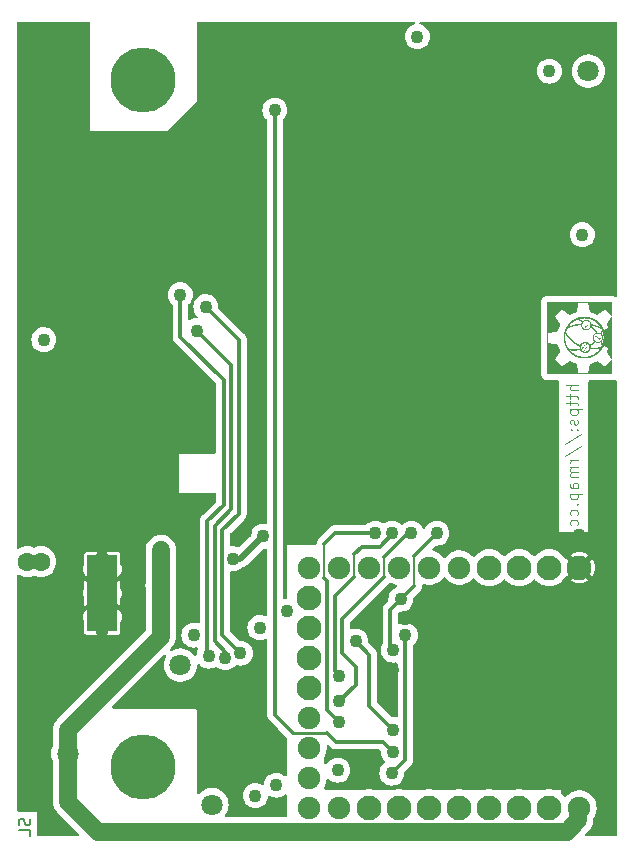
<source format=gbr>
%TF.GenerationSoftware,KiCad,Pcbnew,7.0.8*%
%TF.CreationDate,2024-06-11T21:18:20+02:00*%
%TF.ProjectId,Stima V4 GSM R1_1,5374696d-6120-4563-9420-47534d205231,rev?*%
%TF.SameCoordinates,Original*%
%TF.FileFunction,Copper,L4,Bot*%
%TF.FilePolarity,Positive*%
%FSLAX46Y46*%
G04 Gerber Fmt 4.6, Leading zero omitted, Abs format (unit mm)*
G04 Created by KiCad (PCBNEW 7.0.8) date 2024-06-11 21:18:20*
%MOMM*%
%LPD*%
G01*
G04 APERTURE LIST*
%TA.AperFunction,NonConductor*%
%ADD10C,0.000000*%
%TD*%
%ADD11C,0.100000*%
%TA.AperFunction,NonConductor*%
%ADD12C,0.100000*%
%TD*%
%ADD13C,0.150000*%
%TA.AperFunction,NonConductor*%
%ADD14C,0.150000*%
%TD*%
%TA.AperFunction,ComponentPad*%
%ADD15C,5.500000*%
%TD*%
%TA.AperFunction,ComponentPad*%
%ADD16C,1.900000*%
%TD*%
%TA.AperFunction,ComponentPad*%
%ADD17C,2.100000*%
%TD*%
%TA.AperFunction,ComponentPad*%
%ADD18C,0.500000*%
%TD*%
%TA.AperFunction,ComponentPad*%
%ADD19R,2.560000X6.500000*%
%TD*%
%TA.AperFunction,ViaPad*%
%ADD20C,1.600000*%
%TD*%
%TA.AperFunction,ViaPad*%
%ADD21C,1.800000*%
%TD*%
%TA.AperFunction,ViaPad*%
%ADD22C,1.100000*%
%TD*%
%TA.AperFunction,Conductor*%
%ADD23C,0.500000*%
%TD*%
%TA.AperFunction,Conductor*%
%ADD24C,1.500000*%
%TD*%
%TA.AperFunction,Conductor*%
%ADD25C,0.300000*%
%TD*%
%TA.AperFunction,Conductor*%
%ADD26C,0.200000*%
%TD*%
%TA.AperFunction,Conductor*%
%ADD27C,0.250000*%
%TD*%
G04 APERTURE END LIST*
D10*
%TA.AperFunction,NonConductor*%
G36*
X171497930Y-96096670D02*
G01*
X171501480Y-96096670D01*
X171501480Y-96103770D01*
X171505030Y-96103770D01*
X171505030Y-96125060D01*
X171501480Y-96125060D01*
X171501480Y-96132150D01*
X171494380Y-96132150D01*
X171494380Y-96135700D01*
X171473090Y-96135700D01*
X171473090Y-96132150D01*
X171469550Y-96132150D01*
X171469550Y-96128610D01*
X171462450Y-96128610D01*
X171462450Y-96125060D01*
X171458900Y-96125060D01*
X171458900Y-96121510D01*
X171451800Y-96121510D01*
X171451800Y-96117960D01*
X171448260Y-96117960D01*
X171448260Y-96114410D01*
X171444710Y-96114410D01*
X171444710Y-96110860D01*
X171437610Y-96110860D01*
X171437610Y-96107320D01*
X171444710Y-96107320D01*
X171444710Y-96103770D01*
X171451800Y-96103770D01*
X171451800Y-96100220D01*
X171458900Y-96100220D01*
X171462450Y-96100220D01*
X171462450Y-96096670D01*
X171469550Y-96096670D01*
X171469550Y-96093120D01*
X171497930Y-96093120D01*
X171497930Y-96096670D01*
G37*
%TD.AperFunction*%
%TA.AperFunction,NonConductor*%
G36*
X173456600Y-100241100D02*
G01*
X167938980Y-100241100D01*
X167938980Y-97565670D01*
X168002840Y-97565670D01*
X168006390Y-97565670D01*
X168006390Y-97576320D01*
X168009940Y-97576320D01*
X168009940Y-97583410D01*
X168013490Y-97583410D01*
X168013490Y-97590510D01*
X168017040Y-97590510D01*
X168017040Y-97594060D01*
X168024130Y-97594060D01*
X168024130Y-97597610D01*
X168027680Y-97597610D01*
X168027680Y-97601160D01*
X168041880Y-97601160D01*
X168041880Y-97604700D01*
X168059620Y-97604700D01*
X168059620Y-97608250D01*
X168080910Y-97608250D01*
X168080910Y-97611800D01*
X168098650Y-97611800D01*
X168098650Y-97615350D01*
X168116390Y-97615350D01*
X168116390Y-97618900D01*
X168137680Y-97618900D01*
X168137680Y-97622450D01*
X168155420Y-97622450D01*
X168155420Y-97625990D01*
X168176710Y-97625990D01*
X168176710Y-97629540D01*
X168194450Y-97629540D01*
X168194450Y-97633090D01*
X168212200Y-97633090D01*
X168212200Y-97636640D01*
X168233490Y-97636640D01*
X168233490Y-97640190D01*
X168251230Y-97640190D01*
X168251230Y-97643740D01*
X168268970Y-97643740D01*
X168268970Y-97647280D01*
X168290260Y-97647280D01*
X168290260Y-97650830D01*
X168308000Y-97650830D01*
X168308000Y-97654380D01*
X168325740Y-97654380D01*
X168325740Y-97657930D01*
X168347030Y-97657930D01*
X168347030Y-97661480D01*
X168364770Y-97661480D01*
X168364770Y-97665020D01*
X168386060Y-97665020D01*
X168386060Y-97668570D01*
X168403800Y-97668570D01*
X168403800Y-97672120D01*
X168421550Y-97672120D01*
X168421550Y-97675670D01*
X168442840Y-97675670D01*
X168442840Y-97679220D01*
X168460580Y-97679220D01*
X168460580Y-97682770D01*
X168478320Y-97682770D01*
X168478320Y-97686310D01*
X168499610Y-97686310D01*
X168499610Y-97689860D01*
X168517350Y-97689860D01*
X168517350Y-97693410D01*
X168538640Y-97693410D01*
X168538640Y-97696960D01*
X168556380Y-97696960D01*
X168556380Y-97700510D01*
X168574120Y-97700510D01*
X168574120Y-97704060D01*
X168595410Y-97704060D01*
X168595410Y-97707600D01*
X168613150Y-97707600D01*
X168613150Y-97711150D01*
X168630900Y-97711150D01*
X168630900Y-97714700D01*
X168652190Y-97714700D01*
X168652190Y-97718250D01*
X168669930Y-97718250D01*
X168669930Y-97721800D01*
X168687670Y-97721800D01*
X168687670Y-97725350D01*
X168708960Y-97725350D01*
X168708960Y-97728890D01*
X168726700Y-97728890D01*
X168726700Y-97732440D01*
X168747990Y-97732440D01*
X168747990Y-97735990D01*
X168765730Y-97735990D01*
X168765730Y-97739540D01*
X168783470Y-97739540D01*
X168783470Y-97743090D01*
X168801220Y-97743090D01*
X168801220Y-97746640D01*
X168808310Y-97746640D01*
X168808310Y-97750180D01*
X168815410Y-97750180D01*
X168815410Y-97753730D01*
X168818960Y-97753730D01*
X168818960Y-97757280D01*
X168826050Y-97757280D01*
X168826050Y-97764380D01*
X168829600Y-97764380D01*
X168829600Y-97767930D01*
X168833150Y-97767930D01*
X168833150Y-97771470D01*
X168836700Y-97771470D01*
X168836700Y-97778570D01*
X168840250Y-97778570D01*
X168840250Y-97785670D01*
X168843790Y-97785670D01*
X168843790Y-97796310D01*
X168847340Y-97796310D01*
X168847340Y-97803410D01*
X168850890Y-97803410D01*
X168850890Y-97814050D01*
X168854440Y-97814050D01*
X168854440Y-97821150D01*
X168857990Y-97821150D01*
X168857990Y-97831800D01*
X168861540Y-97831800D01*
X168861540Y-97838890D01*
X168865080Y-97838890D01*
X168865080Y-97849540D01*
X168868630Y-97849540D01*
X168868630Y-97856630D01*
X168872180Y-97856630D01*
X168872180Y-97863730D01*
X168875730Y-97863730D01*
X168875730Y-97874380D01*
X168879280Y-97874380D01*
X168879280Y-97881470D01*
X168882830Y-97881470D01*
X168882830Y-97892120D01*
X168886370Y-97892120D01*
X168886370Y-97899210D01*
X168889920Y-97899210D01*
X168889920Y-97909860D01*
X168893470Y-97909860D01*
X168893470Y-97916960D01*
X168897020Y-97916960D01*
X168897020Y-97927600D01*
X168900570Y-97927600D01*
X168900570Y-97934700D01*
X168904120Y-97934700D01*
X168904120Y-97941790D01*
X168907660Y-97941790D01*
X168907660Y-97952440D01*
X168911210Y-97952440D01*
X168911210Y-97959530D01*
X168914760Y-97959530D01*
X168914760Y-97970180D01*
X168918310Y-97970180D01*
X168918310Y-97977280D01*
X168921860Y-97977280D01*
X168921860Y-97987920D01*
X168925410Y-97987920D01*
X168925410Y-97995020D01*
X168928950Y-97995020D01*
X168928950Y-98005660D01*
X168932500Y-98005660D01*
X168932500Y-98012760D01*
X168936050Y-98012760D01*
X168936050Y-98019860D01*
X168939600Y-98019860D01*
X168939600Y-98030500D01*
X168943150Y-98030500D01*
X168943150Y-98037600D01*
X168946700Y-98037600D01*
X168946700Y-98048240D01*
X168950240Y-98048240D01*
X168950240Y-98055340D01*
X168953790Y-98055340D01*
X168953790Y-98065980D01*
X168957340Y-98065980D01*
X168957340Y-98073080D01*
X168960890Y-98073080D01*
X168960890Y-98083730D01*
X168964440Y-98083730D01*
X168964440Y-98090820D01*
X168967990Y-98090820D01*
X168967990Y-98097920D01*
X168971530Y-98097920D01*
X168971530Y-98108560D01*
X168975080Y-98108560D01*
X168975080Y-98115660D01*
X168978630Y-98115660D01*
X168978630Y-98126310D01*
X168982180Y-98126310D01*
X168982180Y-98133400D01*
X168985730Y-98133400D01*
X168985730Y-98144050D01*
X168989280Y-98144050D01*
X168989280Y-98151140D01*
X168992820Y-98151140D01*
X168992820Y-98161790D01*
X168996370Y-98161790D01*
X168996370Y-98168890D01*
X168999920Y-98168890D01*
X168999920Y-98175980D01*
X169003470Y-98175980D01*
X169003470Y-98186630D01*
X169007020Y-98186630D01*
X169007020Y-98193720D01*
X169010570Y-98193720D01*
X169010570Y-98204370D01*
X169014110Y-98204370D01*
X169014110Y-98211470D01*
X169017660Y-98211470D01*
X169017660Y-98222110D01*
X169021210Y-98222110D01*
X169021210Y-98229210D01*
X169024760Y-98229210D01*
X169024760Y-98239850D01*
X169028310Y-98239850D01*
X169028310Y-98246950D01*
X169031860Y-98246950D01*
X169031860Y-98254040D01*
X169035400Y-98254040D01*
X169035400Y-98264690D01*
X169038950Y-98264690D01*
X169038950Y-98271790D01*
X169042500Y-98271790D01*
X169042500Y-98282430D01*
X169046050Y-98282430D01*
X169046050Y-98289530D01*
X169049600Y-98289530D01*
X169049600Y-98300170D01*
X169053150Y-98300170D01*
X169053150Y-98328560D01*
X169049600Y-98328560D01*
X169049600Y-98339200D01*
X169046050Y-98339200D01*
X169046050Y-98346300D01*
X169042500Y-98346300D01*
X169042500Y-98353400D01*
X169038950Y-98353400D01*
X169038950Y-98356950D01*
X169035400Y-98356950D01*
X169035400Y-98364040D01*
X169031860Y-98364040D01*
X169031860Y-98367590D01*
X169028310Y-98367590D01*
X169028310Y-98371140D01*
X169024760Y-98371140D01*
X169024760Y-98378240D01*
X169021210Y-98378240D01*
X169021210Y-98381780D01*
X169017660Y-98381780D01*
X169017660Y-98388880D01*
X169014110Y-98388880D01*
X169014110Y-98392430D01*
X169010570Y-98392430D01*
X169010570Y-98399530D01*
X169007020Y-98399530D01*
X169007020Y-98403070D01*
X169003470Y-98403070D01*
X169003470Y-98410170D01*
X168999920Y-98410170D01*
X168999920Y-98413720D01*
X168996370Y-98413720D01*
X168996370Y-98420820D01*
X168992820Y-98420820D01*
X168992820Y-98424360D01*
X168989280Y-98424360D01*
X168989280Y-98431460D01*
X168985730Y-98431460D01*
X168985730Y-98435010D01*
X168982180Y-98435010D01*
X168982180Y-98438560D01*
X168978630Y-98438560D01*
X168978630Y-98445650D01*
X168975080Y-98445650D01*
X168975080Y-98449200D01*
X168971530Y-98449200D01*
X168971530Y-98456300D01*
X168967990Y-98456300D01*
X168967990Y-98459850D01*
X168964440Y-98459850D01*
X168964440Y-98466940D01*
X168960890Y-98466940D01*
X168960890Y-98470490D01*
X168957340Y-98470490D01*
X168957340Y-98477590D01*
X168953790Y-98477590D01*
X168953790Y-98481140D01*
X168950240Y-98481140D01*
X168950240Y-98488230D01*
X168946700Y-98488230D01*
X168946700Y-98491780D01*
X168943150Y-98491780D01*
X168943150Y-98495330D01*
X168939600Y-98495330D01*
X168939600Y-98502430D01*
X168936050Y-98502430D01*
X168936050Y-98505970D01*
X168932500Y-98505970D01*
X168932500Y-98513070D01*
X168928950Y-98513070D01*
X168928950Y-98516620D01*
X168925410Y-98516620D01*
X168925410Y-98523720D01*
X168921860Y-98523720D01*
X168921860Y-98527260D01*
X168918310Y-98527260D01*
X168918310Y-98534360D01*
X168914760Y-98534360D01*
X168914760Y-98537910D01*
X168911210Y-98537910D01*
X168911210Y-98545010D01*
X168907660Y-98545010D01*
X168907660Y-98548550D01*
X168904120Y-98548550D01*
X168904120Y-98555650D01*
X168900570Y-98555650D01*
X168900570Y-98559200D01*
X168897020Y-98559200D01*
X168897020Y-98562750D01*
X168893470Y-98562750D01*
X168893470Y-98569840D01*
X168889920Y-98569840D01*
X168889920Y-98573390D01*
X168886370Y-98573390D01*
X168886370Y-98580490D01*
X168882830Y-98580490D01*
X168882830Y-98584040D01*
X168879280Y-98584040D01*
X168879280Y-98591130D01*
X168875730Y-98591130D01*
X168875730Y-98594680D01*
X168872180Y-98594680D01*
X168872180Y-98601780D01*
X168868630Y-98601780D01*
X168868630Y-98605330D01*
X168865080Y-98605330D01*
X168865080Y-98612420D01*
X168861540Y-98612420D01*
X168861540Y-98615970D01*
X168857990Y-98615970D01*
X168857990Y-98619520D01*
X168854440Y-98619520D01*
X168854440Y-98626620D01*
X168850890Y-98626620D01*
X168850890Y-98630170D01*
X168847340Y-98630170D01*
X168847340Y-98637260D01*
X168843790Y-98637260D01*
X168843790Y-98640810D01*
X168840250Y-98640810D01*
X168840250Y-98647910D01*
X168836700Y-98647910D01*
X168836700Y-98651460D01*
X168833150Y-98651460D01*
X168833150Y-98658550D01*
X168829600Y-98658550D01*
X168829600Y-98662100D01*
X168826050Y-98662100D01*
X168826050Y-98669200D01*
X168822510Y-98669200D01*
X168822510Y-98672750D01*
X168818960Y-98672750D01*
X168818960Y-98679840D01*
X168815410Y-98679840D01*
X168815410Y-98683390D01*
X168811860Y-98683390D01*
X168811860Y-98686940D01*
X168808310Y-98686940D01*
X168808310Y-98694040D01*
X168804760Y-98694040D01*
X168804760Y-98697580D01*
X168801220Y-98697580D01*
X168801220Y-98704680D01*
X168797670Y-98704680D01*
X168797670Y-98708230D01*
X168794120Y-98708230D01*
X168794120Y-98715330D01*
X168790570Y-98715330D01*
X168790570Y-98718870D01*
X168787020Y-98718870D01*
X168787020Y-98725970D01*
X168783470Y-98725970D01*
X168783470Y-98729520D01*
X168779930Y-98729520D01*
X168779930Y-98736620D01*
X168776380Y-98736620D01*
X168776380Y-98740160D01*
X168772830Y-98740160D01*
X168772830Y-98743710D01*
X168769280Y-98743710D01*
X168769280Y-98750810D01*
X168765730Y-98750810D01*
X168765730Y-98754360D01*
X168762180Y-98754360D01*
X168762180Y-98761450D01*
X168758640Y-98761450D01*
X168758640Y-98765000D01*
X168755090Y-98765000D01*
X168755090Y-98772100D01*
X168751540Y-98772100D01*
X168751540Y-98775650D01*
X168747990Y-98775650D01*
X168747990Y-98782740D01*
X168744440Y-98782740D01*
X168744440Y-98786290D01*
X168740890Y-98786290D01*
X168740890Y-98793390D01*
X168737350Y-98793390D01*
X168737350Y-98796940D01*
X168733800Y-98796940D01*
X168733800Y-98804030D01*
X168730250Y-98804030D01*
X168730250Y-98807580D01*
X168726700Y-98807580D01*
X168726700Y-98811130D01*
X168723150Y-98811130D01*
X168723150Y-98818230D01*
X168719600Y-98818230D01*
X168719600Y-98821770D01*
X168716060Y-98821770D01*
X168716060Y-98828870D01*
X168712510Y-98828870D01*
X168712510Y-98832420D01*
X168708960Y-98832420D01*
X168708960Y-98839520D01*
X168705410Y-98839520D01*
X168705410Y-98843060D01*
X168701860Y-98843060D01*
X168701860Y-98850160D01*
X168698310Y-98850160D01*
X168698310Y-98853710D01*
X168694770Y-98853710D01*
X168694770Y-98860810D01*
X168691220Y-98860810D01*
X168691220Y-98864350D01*
X168687670Y-98864350D01*
X168687670Y-98867900D01*
X168684120Y-98867900D01*
X168684120Y-98875000D01*
X168680570Y-98875000D01*
X168680570Y-98878550D01*
X168677020Y-98878550D01*
X168677020Y-98885640D01*
X168673480Y-98885640D01*
X168673480Y-98889190D01*
X168669930Y-98889190D01*
X168669930Y-98896290D01*
X168666380Y-98896290D01*
X168666380Y-98899840D01*
X168662830Y-98899840D01*
X168662830Y-98906930D01*
X168659280Y-98906930D01*
X168659280Y-98910480D01*
X168655730Y-98910480D01*
X168655730Y-98917580D01*
X168652190Y-98917580D01*
X168652190Y-98921130D01*
X168648640Y-98921130D01*
X168648640Y-98924680D01*
X168645090Y-98924680D01*
X168645090Y-98931770D01*
X168641540Y-98931770D01*
X168641540Y-98935320D01*
X168637990Y-98935320D01*
X168637990Y-98942420D01*
X168634440Y-98942420D01*
X168634440Y-98945970D01*
X168630900Y-98945970D01*
X168630900Y-98953060D01*
X168627350Y-98953060D01*
X168627350Y-98956610D01*
X168623800Y-98956610D01*
X168623800Y-98963710D01*
X168620250Y-98963710D01*
X168620250Y-98967260D01*
X168616700Y-98967260D01*
X168616700Y-98974350D01*
X168613150Y-98974350D01*
X168613150Y-98977900D01*
X168609610Y-98977900D01*
X168609610Y-98985000D01*
X168606060Y-98985000D01*
X168606060Y-98992090D01*
X168602510Y-98992090D01*
X168602510Y-99016930D01*
X168606060Y-99016930D01*
X168606060Y-99027580D01*
X168609610Y-99027580D01*
X168609610Y-99031130D01*
X168613150Y-99031130D01*
X168613150Y-99034670D01*
X168616700Y-99034670D01*
X168616700Y-99038220D01*
X168620250Y-99038220D01*
X168620250Y-99041770D01*
X168623800Y-99041770D01*
X168623800Y-99045320D01*
X168627350Y-99045320D01*
X168627350Y-99048870D01*
X168630900Y-99048870D01*
X168630900Y-99052410D01*
X168634440Y-99052410D01*
X168634440Y-99055960D01*
X168637990Y-99055960D01*
X168637990Y-99059510D01*
X168641540Y-99059510D01*
X168641540Y-99063060D01*
X168645090Y-99063060D01*
X168645090Y-99066610D01*
X168648640Y-99066610D01*
X168648640Y-99070160D01*
X168652190Y-99070160D01*
X168652190Y-99073700D01*
X168655730Y-99073700D01*
X168655730Y-99077250D01*
X168659280Y-99077250D01*
X168659280Y-99080800D01*
X168662830Y-99080800D01*
X168662830Y-99084350D01*
X168666380Y-99084350D01*
X168666380Y-99087900D01*
X168669930Y-99087900D01*
X168669930Y-99091450D01*
X168673480Y-99091450D01*
X168673480Y-99094990D01*
X168677020Y-99094990D01*
X168677020Y-99098540D01*
X168680570Y-99098540D01*
X168680570Y-99102090D01*
X168684120Y-99102090D01*
X168684120Y-99105640D01*
X168687670Y-99105640D01*
X168687670Y-99109190D01*
X168691220Y-99109190D01*
X168691220Y-99112740D01*
X168694770Y-99112740D01*
X168694770Y-99116280D01*
X168698310Y-99116280D01*
X168698310Y-99119830D01*
X168701860Y-99119830D01*
X168701860Y-99123380D01*
X168705410Y-99123380D01*
X168705410Y-99126930D01*
X168708960Y-99126930D01*
X168708960Y-99130480D01*
X168712510Y-99130480D01*
X168712510Y-99134030D01*
X168716060Y-99134030D01*
X168716060Y-99137570D01*
X168719600Y-99137570D01*
X168719600Y-99141120D01*
X168723150Y-99141120D01*
X168723150Y-99144670D01*
X168726700Y-99144670D01*
X168726700Y-99148220D01*
X168730250Y-99148220D01*
X168730250Y-99151770D01*
X168733800Y-99151770D01*
X168733800Y-99155320D01*
X168737350Y-99155320D01*
X168737350Y-99158860D01*
X168740890Y-99158860D01*
X168740890Y-99162410D01*
X168744440Y-99162410D01*
X168744440Y-99165960D01*
X168747990Y-99165960D01*
X168747990Y-99169510D01*
X168751540Y-99169510D01*
X168751540Y-99173060D01*
X168755090Y-99173060D01*
X168755090Y-99176610D01*
X168758640Y-99176610D01*
X168758640Y-99180150D01*
X168762180Y-99180150D01*
X168762180Y-99183700D01*
X168765730Y-99183700D01*
X168765730Y-99187250D01*
X168769280Y-99187250D01*
X168769280Y-99190800D01*
X168772830Y-99190800D01*
X168772830Y-99194350D01*
X168776380Y-99194350D01*
X168776380Y-99197900D01*
X168779930Y-99197900D01*
X168779930Y-99201440D01*
X168783470Y-99201440D01*
X168783470Y-99204990D01*
X168787020Y-99204990D01*
X168787020Y-99208540D01*
X168790570Y-99208540D01*
X168790570Y-99212090D01*
X168794120Y-99212090D01*
X168794120Y-99215640D01*
X168797670Y-99215640D01*
X168797670Y-99219190D01*
X168801220Y-99219190D01*
X168801220Y-99222730D01*
X168804760Y-99222730D01*
X168804760Y-99226280D01*
X168808310Y-99226280D01*
X168808310Y-99229830D01*
X168811860Y-99229830D01*
X168811860Y-99233380D01*
X168815410Y-99233380D01*
X168815410Y-99236930D01*
X168818960Y-99236930D01*
X168818960Y-99240480D01*
X168822510Y-99240480D01*
X168822510Y-99244020D01*
X168826050Y-99244020D01*
X168826050Y-99247570D01*
X168829600Y-99247570D01*
X168829600Y-99251120D01*
X168833150Y-99251120D01*
X168833150Y-99254670D01*
X168836700Y-99254670D01*
X168836700Y-99258220D01*
X168840250Y-99258220D01*
X168840250Y-99261770D01*
X168843790Y-99261770D01*
X168843790Y-99265310D01*
X168847340Y-99265310D01*
X168847340Y-99268860D01*
X168850890Y-99268860D01*
X168850890Y-99272410D01*
X168854440Y-99272410D01*
X168854440Y-99275960D01*
X168857990Y-99275960D01*
X168857990Y-99279510D01*
X168861540Y-99279510D01*
X168861540Y-99283060D01*
X168865080Y-99283060D01*
X168865080Y-99286600D01*
X168868630Y-99286600D01*
X168868630Y-99290150D01*
X168872180Y-99290150D01*
X168872180Y-99293700D01*
X168875730Y-99293700D01*
X168875730Y-99297250D01*
X168879280Y-99297250D01*
X168879280Y-99300800D01*
X168882830Y-99300800D01*
X168882830Y-99304350D01*
X168886370Y-99304350D01*
X168886370Y-99307890D01*
X168889920Y-99307890D01*
X168889920Y-99311440D01*
X168893470Y-99311440D01*
X168893470Y-99314990D01*
X168897020Y-99314990D01*
X168897020Y-99318540D01*
X168900570Y-99318540D01*
X168900570Y-99322090D01*
X168904120Y-99322090D01*
X168904120Y-99325640D01*
X168907660Y-99325640D01*
X168907660Y-99329180D01*
X168911210Y-99329180D01*
X168911210Y-99332730D01*
X168914760Y-99332730D01*
X168914760Y-99336280D01*
X168918310Y-99336280D01*
X168918310Y-99339830D01*
X168921860Y-99339830D01*
X168921860Y-99343380D01*
X168925410Y-99343380D01*
X168925410Y-99346920D01*
X168928950Y-99346920D01*
X168928950Y-99350470D01*
X168932500Y-99350470D01*
X168932500Y-99354020D01*
X168936050Y-99354020D01*
X168936050Y-99357570D01*
X168939600Y-99357570D01*
X168939600Y-99361120D01*
X168943150Y-99361120D01*
X168943150Y-99364670D01*
X168946700Y-99364670D01*
X168946700Y-99368210D01*
X168950240Y-99368210D01*
X168950240Y-99371760D01*
X168953790Y-99371760D01*
X168953790Y-99375310D01*
X168957340Y-99375310D01*
X168957340Y-99378860D01*
X168960890Y-99378860D01*
X168960890Y-99382410D01*
X168964440Y-99382410D01*
X168964440Y-99385960D01*
X168967990Y-99385960D01*
X168967990Y-99389500D01*
X168971530Y-99389500D01*
X168971530Y-99393050D01*
X168975080Y-99393050D01*
X168975080Y-99396600D01*
X168978630Y-99396600D01*
X168978630Y-99400150D01*
X168982180Y-99400150D01*
X168982180Y-99403700D01*
X168985730Y-99403700D01*
X168985730Y-99407250D01*
X168989280Y-99407250D01*
X168989280Y-99410790D01*
X168992820Y-99410790D01*
X168992820Y-99414340D01*
X168996370Y-99414340D01*
X168996370Y-99417890D01*
X168999920Y-99417890D01*
X168999920Y-99421440D01*
X169003470Y-99421440D01*
X169003470Y-99424990D01*
X169007020Y-99424990D01*
X169007020Y-99428540D01*
X169010570Y-99428540D01*
X169010570Y-99432080D01*
X169014110Y-99432080D01*
X169014110Y-99435630D01*
X169017660Y-99435630D01*
X169017660Y-99439180D01*
X169021210Y-99439180D01*
X169021210Y-99442730D01*
X169024760Y-99442730D01*
X169024760Y-99446280D01*
X169028310Y-99446280D01*
X169028310Y-99449830D01*
X169031860Y-99449830D01*
X169031860Y-99453370D01*
X169035400Y-99453370D01*
X169035400Y-99456920D01*
X169038950Y-99456920D01*
X169038950Y-99460470D01*
X169042500Y-99460470D01*
X169042500Y-99464020D01*
X169046050Y-99464020D01*
X169046050Y-99467570D01*
X169049600Y-99467570D01*
X169049600Y-99471120D01*
X169053150Y-99471120D01*
X169053150Y-99474660D01*
X169056690Y-99474660D01*
X169056690Y-99478210D01*
X169060240Y-99478210D01*
X169060240Y-99481760D01*
X169063790Y-99481760D01*
X169063790Y-99485310D01*
X169067340Y-99485310D01*
X169067340Y-99488860D01*
X169070890Y-99488860D01*
X169070890Y-99492410D01*
X169074440Y-99492410D01*
X169074440Y-99495950D01*
X169077980Y-99495950D01*
X169077980Y-99499500D01*
X169081530Y-99499500D01*
X169081530Y-99503050D01*
X169085080Y-99503050D01*
X169085080Y-99506600D01*
X169088630Y-99506600D01*
X169088630Y-99510150D01*
X169092180Y-99510150D01*
X169092180Y-99513700D01*
X169095730Y-99513700D01*
X169095730Y-99517240D01*
X169099270Y-99517240D01*
X169099270Y-99520790D01*
X169102820Y-99520790D01*
X169102820Y-99524340D01*
X169106370Y-99524340D01*
X169106370Y-99527890D01*
X169109920Y-99527890D01*
X169109920Y-99531440D01*
X169113470Y-99531440D01*
X169113470Y-99534990D01*
X169117010Y-99534990D01*
X169117010Y-99538530D01*
X169120560Y-99538530D01*
X169120560Y-99542080D01*
X169124110Y-99542080D01*
X169124110Y-99545630D01*
X169127660Y-99545630D01*
X169127660Y-99549180D01*
X169131210Y-99549180D01*
X169131210Y-99552730D01*
X169134760Y-99552730D01*
X169134760Y-99556280D01*
X169138300Y-99556280D01*
X169138300Y-99559820D01*
X169141850Y-99559820D01*
X169141850Y-99563370D01*
X169145400Y-99563370D01*
X169145400Y-99566920D01*
X169148950Y-99566920D01*
X169148950Y-99570470D01*
X169152500Y-99570470D01*
X169152500Y-99574020D01*
X169159590Y-99574020D01*
X169159590Y-99577570D01*
X169170240Y-99577570D01*
X169170240Y-99581110D01*
X169177340Y-99581110D01*
X169177340Y-99577570D01*
X169191530Y-99577570D01*
X169191530Y-99574020D01*
X169198630Y-99574020D01*
X169198630Y-99570470D01*
X169205720Y-99570470D01*
X169205720Y-99566920D01*
X169209270Y-99566920D01*
X169209270Y-99563370D01*
X169216370Y-99563370D01*
X169216370Y-99559820D01*
X169219920Y-99559820D01*
X169219920Y-99556280D01*
X169227010Y-99556280D01*
X169227010Y-99552730D01*
X169230560Y-99552730D01*
X169230560Y-99549180D01*
X169234110Y-99549180D01*
X169234110Y-99545630D01*
X169241210Y-99545630D01*
X169241210Y-99542080D01*
X169244750Y-99542080D01*
X169244750Y-99538530D01*
X169251850Y-99538530D01*
X169251850Y-99534990D01*
X169255400Y-99534990D01*
X169255400Y-99531440D01*
X169262500Y-99531440D01*
X169262500Y-99527890D01*
X169266040Y-99527890D01*
X169266040Y-99524340D01*
X169273140Y-99524340D01*
X169273140Y-99520790D01*
X169276690Y-99520790D01*
X169276690Y-99517240D01*
X169283790Y-99517240D01*
X169283790Y-99513700D01*
X169287330Y-99513700D01*
X169287330Y-99510150D01*
X169290880Y-99510150D01*
X169290880Y-99506600D01*
X169297980Y-99506600D01*
X169297980Y-99503050D01*
X169301530Y-99503050D01*
X169301530Y-99499500D01*
X169308620Y-99499500D01*
X169308620Y-99495950D01*
X169312170Y-99495950D01*
X169312170Y-99492410D01*
X169319270Y-99492410D01*
X169319270Y-99488860D01*
X169322820Y-99488860D01*
X169322820Y-99485310D01*
X169329910Y-99485310D01*
X169329910Y-99481760D01*
X169333460Y-99481760D01*
X169333460Y-99478210D01*
X169340560Y-99478210D01*
X169340560Y-99474660D01*
X169344110Y-99474660D01*
X169344110Y-99471120D01*
X169351200Y-99471120D01*
X169351200Y-99467570D01*
X169354750Y-99467570D01*
X169354750Y-99464020D01*
X169358300Y-99464020D01*
X169358300Y-99460470D01*
X169365400Y-99460470D01*
X169365400Y-99456920D01*
X169368950Y-99456920D01*
X169368950Y-99453370D01*
X169376040Y-99453370D01*
X169376040Y-99449830D01*
X169379590Y-99449830D01*
X169379590Y-99446280D01*
X169386690Y-99446280D01*
X169386690Y-99442730D01*
X169390230Y-99442730D01*
X169390230Y-99439180D01*
X169397330Y-99439180D01*
X169397330Y-99435630D01*
X169400880Y-99435630D01*
X169400880Y-99432080D01*
X169407980Y-99432080D01*
X169407980Y-99428540D01*
X169411520Y-99428540D01*
X169411520Y-99424990D01*
X169415070Y-99424990D01*
X169415070Y-99421440D01*
X169422170Y-99421440D01*
X169422170Y-99417890D01*
X169425720Y-99417890D01*
X169425720Y-99414340D01*
X169432810Y-99414340D01*
X169432810Y-99410790D01*
X169436360Y-99410790D01*
X169436360Y-99407250D01*
X169443460Y-99407250D01*
X169443460Y-99403700D01*
X169447010Y-99403700D01*
X169447010Y-99400150D01*
X169454100Y-99400150D01*
X169454100Y-99396600D01*
X169457650Y-99396600D01*
X169457650Y-99393050D01*
X169464750Y-99393050D01*
X169464750Y-99389500D01*
X169468300Y-99389500D01*
X169468300Y-99385960D01*
X169471850Y-99385960D01*
X169471850Y-99382410D01*
X169478940Y-99382410D01*
X169478940Y-99378860D01*
X169482490Y-99378860D01*
X169482490Y-99375310D01*
X169489590Y-99375310D01*
X169489590Y-99371760D01*
X169493140Y-99371760D01*
X169493140Y-99368210D01*
X169500230Y-99368210D01*
X169500230Y-99364670D01*
X169503780Y-99364670D01*
X169503780Y-99361120D01*
X169510880Y-99361120D01*
X169510880Y-99357570D01*
X169514430Y-99357570D01*
X169514430Y-99354020D01*
X169521520Y-99354020D01*
X169521520Y-99350470D01*
X169525070Y-99350470D01*
X169525070Y-99346920D01*
X169528620Y-99346920D01*
X169528620Y-99343380D01*
X169535720Y-99343380D01*
X169535720Y-99339830D01*
X169539260Y-99339830D01*
X169539260Y-99336280D01*
X169546360Y-99336280D01*
X169546360Y-99332730D01*
X169549910Y-99332730D01*
X169549910Y-99329180D01*
X169557010Y-99329180D01*
X169557010Y-99325640D01*
X169560550Y-99325640D01*
X169560550Y-99322090D01*
X169567650Y-99322090D01*
X169567650Y-99318540D01*
X169571200Y-99318540D01*
X169571200Y-99314990D01*
X169578300Y-99314990D01*
X169578300Y-99311440D01*
X169581840Y-99311440D01*
X169581840Y-99307890D01*
X169588940Y-99307890D01*
X169588940Y-99304350D01*
X169592490Y-99304350D01*
X169592490Y-99300800D01*
X169596040Y-99300800D01*
X169596040Y-99297250D01*
X169603130Y-99297250D01*
X169603130Y-99293700D01*
X169606680Y-99293700D01*
X169606680Y-99290150D01*
X169613780Y-99290150D01*
X169613780Y-99286600D01*
X169617330Y-99286600D01*
X169617330Y-99283060D01*
X169624420Y-99283060D01*
X169624420Y-99279510D01*
X169627970Y-99279510D01*
X169627970Y-99275960D01*
X169635070Y-99275960D01*
X169635070Y-99272410D01*
X169638620Y-99272410D01*
X169638620Y-99268860D01*
X169645710Y-99268860D01*
X169645710Y-99265310D01*
X169649260Y-99265310D01*
X169649260Y-99261770D01*
X169652810Y-99261770D01*
X169652810Y-99258220D01*
X169659910Y-99258220D01*
X169659910Y-99254670D01*
X169663450Y-99254670D01*
X169663450Y-99251120D01*
X169670550Y-99251120D01*
X169670550Y-99247570D01*
X169674100Y-99247570D01*
X169674100Y-99244020D01*
X169681200Y-99244020D01*
X169681200Y-99240480D01*
X169684740Y-99240480D01*
X169684740Y-99236930D01*
X169691840Y-99236930D01*
X169691840Y-99233380D01*
X169695390Y-99233380D01*
X169695390Y-99229830D01*
X169702490Y-99229830D01*
X169702490Y-99226280D01*
X169706030Y-99226280D01*
X169706030Y-99222730D01*
X169709580Y-99222730D01*
X169709580Y-99219190D01*
X169716680Y-99219190D01*
X169716680Y-99215640D01*
X169720230Y-99215640D01*
X169720230Y-99212090D01*
X169727320Y-99212090D01*
X169727320Y-99208540D01*
X169730870Y-99208540D01*
X169730870Y-99204990D01*
X169737970Y-99204990D01*
X169737970Y-99201440D01*
X169741520Y-99201440D01*
X169741520Y-99197900D01*
X169748610Y-99197900D01*
X169748610Y-99194350D01*
X169752160Y-99194350D01*
X169752160Y-99190800D01*
X169759260Y-99190800D01*
X169759260Y-99187250D01*
X169762810Y-99187250D01*
X169762810Y-99183700D01*
X169769900Y-99183700D01*
X169769900Y-99180150D01*
X169773450Y-99180150D01*
X169773450Y-99176610D01*
X169777000Y-99176610D01*
X169777000Y-99173060D01*
X169784100Y-99173060D01*
X169784100Y-99169510D01*
X169787650Y-99169510D01*
X169787650Y-99165960D01*
X169794740Y-99165960D01*
X169794740Y-99162410D01*
X169798290Y-99162410D01*
X169798290Y-99158860D01*
X169805390Y-99158860D01*
X169805390Y-99155320D01*
X169808940Y-99155320D01*
X169808940Y-99151770D01*
X169816030Y-99151770D01*
X169816030Y-99148220D01*
X169819580Y-99148220D01*
X169819580Y-99144670D01*
X169826680Y-99144670D01*
X169826680Y-99141120D01*
X169833770Y-99141120D01*
X169833770Y-99137570D01*
X169872810Y-99137570D01*
X169872810Y-99141120D01*
X169883450Y-99141120D01*
X169883450Y-99144670D01*
X169890550Y-99144670D01*
X169890550Y-99148220D01*
X169897640Y-99148220D01*
X169897640Y-99151770D01*
X169908290Y-99151770D01*
X169908290Y-99155320D01*
X169915390Y-99155320D01*
X169915390Y-99158860D01*
X169922480Y-99158860D01*
X169922480Y-99162410D01*
X169933130Y-99162410D01*
X169933130Y-99165960D01*
X169940220Y-99165960D01*
X169940220Y-99169510D01*
X169947320Y-99169510D01*
X169947320Y-99173060D01*
X169957960Y-99173060D01*
X169957960Y-99176610D01*
X169965060Y-99176610D01*
X169965060Y-99180150D01*
X169972160Y-99180150D01*
X169972160Y-99183700D01*
X169982800Y-99183700D01*
X169982800Y-99187250D01*
X169989900Y-99187250D01*
X169989900Y-99190800D01*
X169997000Y-99190800D01*
X169997000Y-99194350D01*
X170007640Y-99194350D01*
X170007640Y-99197900D01*
X170014740Y-99197900D01*
X170014740Y-99201440D01*
X170021830Y-99201440D01*
X170021830Y-99204990D01*
X170032480Y-99204990D01*
X170032480Y-99208540D01*
X170039580Y-99208540D01*
X170039580Y-99212090D01*
X170046670Y-99212090D01*
X170046670Y-99215640D01*
X170057320Y-99215640D01*
X170057320Y-99219190D01*
X170064410Y-99219190D01*
X170064410Y-99222730D01*
X170071510Y-99222730D01*
X170071510Y-99226280D01*
X170082160Y-99226280D01*
X170082160Y-99229830D01*
X170089250Y-99229830D01*
X170089250Y-99233380D01*
X170096350Y-99233380D01*
X170096350Y-99236930D01*
X170106990Y-99236930D01*
X170106990Y-99240480D01*
X170114090Y-99240480D01*
X170114090Y-99244020D01*
X170121190Y-99244020D01*
X170121190Y-99247570D01*
X170131830Y-99247570D01*
X170131830Y-99251120D01*
X170138930Y-99251120D01*
X170138930Y-99254670D01*
X170146030Y-99254670D01*
X170146030Y-99258220D01*
X170156670Y-99258220D01*
X170156670Y-99261770D01*
X170163770Y-99261770D01*
X170163770Y-99265310D01*
X170170860Y-99265310D01*
X170170860Y-99268860D01*
X170181510Y-99268860D01*
X170181510Y-99272410D01*
X170188610Y-99272410D01*
X170188610Y-99275960D01*
X170195700Y-99275960D01*
X170195700Y-99279510D01*
X170206350Y-99279510D01*
X170206350Y-99283060D01*
X170213440Y-99283060D01*
X170213440Y-99286600D01*
X170220540Y-99286600D01*
X170220540Y-99290150D01*
X170231180Y-99290150D01*
X170231180Y-99293700D01*
X170238280Y-99293700D01*
X170238280Y-99297250D01*
X170245380Y-99297250D01*
X170245380Y-99300800D01*
X170256020Y-99300800D01*
X170256020Y-99304350D01*
X170263120Y-99304350D01*
X170263120Y-99307890D01*
X170270220Y-99307890D01*
X170270220Y-99311440D01*
X170280860Y-99311440D01*
X170280860Y-99314990D01*
X170287960Y-99314990D01*
X170287960Y-99318540D01*
X170295050Y-99318540D01*
X170295050Y-99322090D01*
X170305700Y-99322090D01*
X170305700Y-99325640D01*
X170312800Y-99325640D01*
X170312800Y-99329180D01*
X170319890Y-99329180D01*
X170319890Y-99332730D01*
X170330540Y-99332730D01*
X170330540Y-99336280D01*
X170337630Y-99336280D01*
X170337630Y-99339830D01*
X170344730Y-99339830D01*
X170344730Y-99343380D01*
X170355380Y-99343380D01*
X170355380Y-99346920D01*
X170362470Y-99346920D01*
X170362470Y-99350470D01*
X170369570Y-99350470D01*
X170369570Y-99354020D01*
X170380210Y-99354020D01*
X170380210Y-99357570D01*
X170387310Y-99357570D01*
X170387310Y-99361120D01*
X170394410Y-99361120D01*
X170394410Y-99364670D01*
X170401500Y-99364670D01*
X170401500Y-99368210D01*
X170408600Y-99368210D01*
X170408600Y-99371760D01*
X170415700Y-99371760D01*
X170415700Y-99375310D01*
X170419250Y-99375310D01*
X170419250Y-99378860D01*
X170422790Y-99378860D01*
X170422790Y-99382410D01*
X170426340Y-99382410D01*
X170426340Y-99385960D01*
X170429890Y-99385960D01*
X170429890Y-99389500D01*
X170433440Y-99389500D01*
X170433440Y-99393050D01*
X170436990Y-99393050D01*
X170436990Y-99403700D01*
X170440540Y-99403700D01*
X170440540Y-99414340D01*
X170444080Y-99414340D01*
X170444080Y-99435630D01*
X170447630Y-99435630D01*
X170447630Y-99453370D01*
X170451180Y-99453370D01*
X170451180Y-99471120D01*
X170454730Y-99471120D01*
X170454730Y-99492410D01*
X170458280Y-99492410D01*
X170458280Y-99510150D01*
X170461830Y-99510150D01*
X170461830Y-99527890D01*
X170465370Y-99527890D01*
X170465370Y-99549180D01*
X170468920Y-99549180D01*
X170468920Y-99566920D01*
X170472470Y-99566920D01*
X170472470Y-99588210D01*
X170476020Y-99588210D01*
X170476020Y-99605950D01*
X170479570Y-99605950D01*
X170479570Y-99623690D01*
X170483120Y-99623690D01*
X170483120Y-99644980D01*
X170486660Y-99644980D01*
X170486660Y-99662720D01*
X170490210Y-99662720D01*
X170490210Y-99680470D01*
X170493760Y-99680470D01*
X170493760Y-99701760D01*
X170497310Y-99701760D01*
X170497310Y-99719500D01*
X170500860Y-99719500D01*
X170500860Y-99740790D01*
X170504400Y-99740790D01*
X170504400Y-99758530D01*
X170507950Y-99758530D01*
X170507950Y-99776270D01*
X170511500Y-99776270D01*
X170511500Y-99797560D01*
X170515050Y-99797560D01*
X170515050Y-99815300D01*
X170518600Y-99815300D01*
X170518600Y-99836590D01*
X170522150Y-99836590D01*
X170522150Y-99854330D01*
X170525690Y-99854330D01*
X170525690Y-99872080D01*
X170529240Y-99872080D01*
X170529240Y-99893360D01*
X170532790Y-99893360D01*
X170532790Y-99911110D01*
X170536340Y-99911110D01*
X170536340Y-99928850D01*
X170539890Y-99928850D01*
X170539890Y-99950140D01*
X170543440Y-99950140D01*
X170543440Y-99967880D01*
X170546980Y-99967880D01*
X170546980Y-99989170D01*
X170550530Y-99989170D01*
X170550530Y-100006910D01*
X170554080Y-100006910D01*
X170554080Y-100024650D01*
X170557630Y-100024650D01*
X170557630Y-100045940D01*
X170561180Y-100045940D01*
X170561180Y-100063680D01*
X170564730Y-100063680D01*
X170564730Y-100081430D01*
X170568270Y-100081430D01*
X170568270Y-100102720D01*
X170571820Y-100102720D01*
X170571820Y-100120460D01*
X170575370Y-100120460D01*
X170575370Y-100141750D01*
X170578920Y-100141750D01*
X170578920Y-100152390D01*
X170582470Y-100152390D01*
X170582470Y-100159490D01*
X170586020Y-100159490D01*
X170586020Y-100163040D01*
X170589560Y-100163040D01*
X170589560Y-100166580D01*
X170593110Y-100166580D01*
X170593110Y-100170130D01*
X170596660Y-100170130D01*
X170596660Y-100173680D01*
X170603760Y-100173680D01*
X170603760Y-100177230D01*
X171384390Y-100177230D01*
X171384390Y-100173680D01*
X171391480Y-100173680D01*
X171391480Y-100170130D01*
X171398580Y-100170130D01*
X171398580Y-100166580D01*
X171402130Y-100166580D01*
X171402130Y-100163040D01*
X171405680Y-100163040D01*
X171405680Y-100155940D01*
X171409220Y-100155940D01*
X171409220Y-100148840D01*
X171412770Y-100148840D01*
X171412770Y-100134650D01*
X171416320Y-100134650D01*
X171416320Y-100113360D01*
X171419870Y-100113360D01*
X171419870Y-100095620D01*
X171423420Y-100095620D01*
X171423420Y-100074330D01*
X171426970Y-100074330D01*
X171426970Y-100056590D01*
X171430510Y-100056590D01*
X171430510Y-100038850D01*
X171434060Y-100038850D01*
X171434060Y-100017560D01*
X171437610Y-100017560D01*
X171437610Y-99999810D01*
X171441160Y-99999810D01*
X171441160Y-99982070D01*
X171444710Y-99982070D01*
X171444710Y-99960780D01*
X171448260Y-99960780D01*
X171448260Y-99943040D01*
X171451800Y-99943040D01*
X171451800Y-99921750D01*
X171455350Y-99921750D01*
X171455350Y-99904010D01*
X171458900Y-99904010D01*
X171458900Y-99886270D01*
X171462450Y-99886270D01*
X171462450Y-99864980D01*
X171466000Y-99864980D01*
X171466000Y-99847240D01*
X171469550Y-99847240D01*
X171469550Y-99829500D01*
X171473090Y-99829500D01*
X171473090Y-99808210D01*
X171476640Y-99808210D01*
X171476640Y-99790460D01*
X171480190Y-99790460D01*
X171480190Y-99769170D01*
X171483740Y-99769170D01*
X171483740Y-99751430D01*
X171487290Y-99751430D01*
X171487290Y-99733690D01*
X171490840Y-99733690D01*
X171490840Y-99712400D01*
X171494380Y-99712400D01*
X171494380Y-99694660D01*
X171497930Y-99694660D01*
X171497930Y-99673370D01*
X171501480Y-99673370D01*
X171501480Y-99655630D01*
X171505030Y-99655630D01*
X171505030Y-99637890D01*
X171508580Y-99637890D01*
X171508580Y-99616600D01*
X171512130Y-99616600D01*
X171512130Y-99598860D01*
X171515670Y-99598860D01*
X171515670Y-99581110D01*
X171519220Y-99581110D01*
X171519220Y-99559820D01*
X171522770Y-99559820D01*
X171522770Y-99542080D01*
X171526320Y-99542080D01*
X171526320Y-99520790D01*
X171529870Y-99520790D01*
X171529870Y-99503050D01*
X171533420Y-99503050D01*
X171533420Y-99485310D01*
X171536960Y-99485310D01*
X171536960Y-99464020D01*
X171540510Y-99464020D01*
X171540510Y-99446280D01*
X171544060Y-99446280D01*
X171544060Y-99428540D01*
X171547610Y-99428540D01*
X171547610Y-99417890D01*
X171551160Y-99417890D01*
X171551160Y-99410790D01*
X171554710Y-99410790D01*
X171554710Y-99407250D01*
X171558250Y-99407250D01*
X171558250Y-99400150D01*
X171561800Y-99400150D01*
X171561800Y-99396600D01*
X171568900Y-99396600D01*
X171568900Y-99393050D01*
X171572450Y-99393050D01*
X171572450Y-99389500D01*
X171579540Y-99389500D01*
X171579540Y-99385960D01*
X171586640Y-99385960D01*
X171586640Y-99382410D01*
X171597290Y-99382410D01*
X171597290Y-99378860D01*
X171604380Y-99378860D01*
X171604380Y-99375310D01*
X171615030Y-99375310D01*
X171615030Y-99371760D01*
X171622120Y-99371760D01*
X171622120Y-99368210D01*
X171632770Y-99368210D01*
X171632770Y-99364670D01*
X171639860Y-99364670D01*
X171639860Y-99361120D01*
X171650510Y-99361120D01*
X171650510Y-99357570D01*
X171657610Y-99357570D01*
X171657610Y-99354020D01*
X171664700Y-99354020D01*
X171664700Y-99350470D01*
X171675350Y-99350470D01*
X171675350Y-99346920D01*
X171682440Y-99346920D01*
X171682440Y-99343380D01*
X171693090Y-99343380D01*
X171693090Y-99339830D01*
X171700190Y-99339830D01*
X171700190Y-99336280D01*
X171710830Y-99336280D01*
X171710830Y-99332730D01*
X171717930Y-99332730D01*
X171717930Y-99329180D01*
X171728570Y-99329180D01*
X171728570Y-99325640D01*
X171735670Y-99325640D01*
X171735670Y-99322090D01*
X171746310Y-99322090D01*
X171746310Y-99318540D01*
X171753410Y-99318540D01*
X171753410Y-99314990D01*
X171764060Y-99314990D01*
X171764060Y-99311440D01*
X171771150Y-99311440D01*
X171771150Y-99307890D01*
X171781800Y-99307890D01*
X171781800Y-99304350D01*
X171788890Y-99304350D01*
X171788890Y-99300800D01*
X171799540Y-99300800D01*
X171799540Y-99297250D01*
X171806640Y-99297250D01*
X171806640Y-99293700D01*
X171817280Y-99293700D01*
X171817280Y-99290150D01*
X171824380Y-99290150D01*
X171824380Y-99286600D01*
X171835020Y-99286600D01*
X171835020Y-99283060D01*
X171842120Y-99283060D01*
X171842120Y-99279510D01*
X171852760Y-99279510D01*
X171852760Y-99275960D01*
X171859860Y-99275960D01*
X171859860Y-99272410D01*
X171870510Y-99272410D01*
X171870510Y-99268860D01*
X171877600Y-99268860D01*
X171877600Y-99265310D01*
X171888250Y-99265310D01*
X171888250Y-99261770D01*
X171895340Y-99261770D01*
X171895340Y-99258220D01*
X171905990Y-99258220D01*
X171905990Y-99254670D01*
X171913080Y-99254670D01*
X171913080Y-99251120D01*
X171923730Y-99251120D01*
X171923730Y-99247570D01*
X171930830Y-99247570D01*
X171930830Y-99244020D01*
X171941470Y-99244020D01*
X171941470Y-99240480D01*
X171948570Y-99240480D01*
X171948570Y-99236930D01*
X171959210Y-99236930D01*
X171959210Y-99233380D01*
X171966310Y-99233380D01*
X171966310Y-99229830D01*
X171976950Y-99229830D01*
X171976950Y-99226280D01*
X171984050Y-99226280D01*
X171984050Y-99222730D01*
X171994700Y-99222730D01*
X171994700Y-99219190D01*
X172001790Y-99219190D01*
X172001790Y-99215640D01*
X172012440Y-99215640D01*
X172012440Y-99212090D01*
X172019530Y-99212090D01*
X172019530Y-99208540D01*
X172030180Y-99208540D01*
X172030180Y-99204990D01*
X172037280Y-99204990D01*
X172037280Y-99201440D01*
X172047920Y-99201440D01*
X172047920Y-99197900D01*
X172055020Y-99197900D01*
X172055020Y-99194350D01*
X172065660Y-99194350D01*
X172065660Y-99190800D01*
X172072760Y-99190800D01*
X172072760Y-99187250D01*
X172083400Y-99187250D01*
X172083400Y-99183700D01*
X172090500Y-99183700D01*
X172090500Y-99180150D01*
X172101150Y-99180150D01*
X172101150Y-99176610D01*
X172108240Y-99176610D01*
X172108240Y-99173060D01*
X172118890Y-99173060D01*
X172118890Y-99169510D01*
X172125980Y-99169510D01*
X172125980Y-99165960D01*
X172136630Y-99165960D01*
X172136630Y-99162410D01*
X172147270Y-99162410D01*
X172147270Y-99158860D01*
X172186300Y-99158860D01*
X172186300Y-99162410D01*
X172196950Y-99162410D01*
X172196950Y-99165960D01*
X172200500Y-99165960D01*
X172200500Y-99169510D01*
X172207590Y-99169510D01*
X172207590Y-99173060D01*
X172211140Y-99173060D01*
X172211140Y-99176610D01*
X172218240Y-99176610D01*
X172218240Y-99180150D01*
X172221790Y-99180150D01*
X172221790Y-99183700D01*
X172228880Y-99183700D01*
X172228880Y-99187250D01*
X172232430Y-99187250D01*
X172232430Y-99190800D01*
X172239530Y-99190800D01*
X172239530Y-99194350D01*
X172243080Y-99194350D01*
X172243080Y-99197900D01*
X172246630Y-99197900D01*
X172246630Y-99201440D01*
X172253720Y-99201440D01*
X172253720Y-99204990D01*
X172257270Y-99204990D01*
X172257270Y-99208540D01*
X172264370Y-99208540D01*
X172264370Y-99212090D01*
X172267920Y-99212090D01*
X172267920Y-99215640D01*
X172275010Y-99215640D01*
X172275010Y-99219190D01*
X172278560Y-99219190D01*
X172278560Y-99222730D01*
X172285660Y-99222730D01*
X172285660Y-99226280D01*
X172289210Y-99226280D01*
X172289210Y-99229830D01*
X172296300Y-99229830D01*
X172296300Y-99233380D01*
X172299850Y-99233380D01*
X172299850Y-99236930D01*
X172303400Y-99236930D01*
X172303400Y-99240480D01*
X172310500Y-99240480D01*
X172310500Y-99244020D01*
X172314040Y-99244020D01*
X172314040Y-99247570D01*
X172321140Y-99247570D01*
X172321140Y-99251120D01*
X172324690Y-99251120D01*
X172324690Y-99254670D01*
X172331790Y-99254670D01*
X172331790Y-99258220D01*
X172335330Y-99258220D01*
X172335330Y-99261770D01*
X172342430Y-99261770D01*
X172342430Y-99265310D01*
X172345980Y-99265310D01*
X172345980Y-99268860D01*
X172353080Y-99268860D01*
X172353080Y-99272410D01*
X172356620Y-99272410D01*
X172356620Y-99275960D01*
X172360170Y-99275960D01*
X172360170Y-99279510D01*
X172367270Y-99279510D01*
X172367270Y-99283060D01*
X172370820Y-99283060D01*
X172370820Y-99286600D01*
X172377910Y-99286600D01*
X172377910Y-99290150D01*
X172381460Y-99290150D01*
X172381460Y-99293700D01*
X172388560Y-99293700D01*
X172388560Y-99297250D01*
X172392110Y-99297250D01*
X172392110Y-99300800D01*
X172399200Y-99300800D01*
X172399200Y-99304350D01*
X172402750Y-99304350D01*
X172402750Y-99307890D01*
X172409850Y-99307890D01*
X172409850Y-99311440D01*
X172413400Y-99311440D01*
X172413400Y-99314990D01*
X172420490Y-99314990D01*
X172420490Y-99318540D01*
X172424040Y-99318540D01*
X172424040Y-99322090D01*
X172427590Y-99322090D01*
X172427590Y-99325640D01*
X172434690Y-99325640D01*
X172434690Y-99329180D01*
X172438230Y-99329180D01*
X172438230Y-99332730D01*
X172445330Y-99332730D01*
X172445330Y-99336280D01*
X172448880Y-99336280D01*
X172448880Y-99339830D01*
X172455980Y-99339830D01*
X172455980Y-99343380D01*
X172459520Y-99343380D01*
X172459520Y-99346920D01*
X172466620Y-99346920D01*
X172466620Y-99350470D01*
X172470170Y-99350470D01*
X172470170Y-99354020D01*
X172477270Y-99354020D01*
X172477270Y-99357570D01*
X172480810Y-99357570D01*
X172480810Y-99361120D01*
X172484360Y-99361120D01*
X172484360Y-99364670D01*
X172491460Y-99364670D01*
X172491460Y-99368210D01*
X172495010Y-99368210D01*
X172495010Y-99371760D01*
X172502100Y-99371760D01*
X172502100Y-99375310D01*
X172505650Y-99375310D01*
X172505650Y-99378860D01*
X172512750Y-99378860D01*
X172512750Y-99382410D01*
X172516300Y-99382410D01*
X172516300Y-99385960D01*
X172523390Y-99385960D01*
X172523390Y-99389500D01*
X172526940Y-99389500D01*
X172526940Y-99393050D01*
X172534040Y-99393050D01*
X172534040Y-99396600D01*
X172537590Y-99396600D01*
X172537590Y-99400150D01*
X172541140Y-99400150D01*
X172541140Y-99403700D01*
X172548230Y-99403700D01*
X172548230Y-99407250D01*
X172551780Y-99407250D01*
X172551780Y-99410790D01*
X172558880Y-99410790D01*
X172558880Y-99414340D01*
X172562430Y-99414340D01*
X172562430Y-99417890D01*
X172569520Y-99417890D01*
X172569520Y-99421440D01*
X172573070Y-99421440D01*
X172573070Y-99424990D01*
X172580170Y-99424990D01*
X172580170Y-99428540D01*
X172583720Y-99428540D01*
X172583720Y-99432080D01*
X172590810Y-99432080D01*
X172590810Y-99435630D01*
X172594360Y-99435630D01*
X172594360Y-99439180D01*
X172597910Y-99439180D01*
X172597910Y-99442730D01*
X172605010Y-99442730D01*
X172605010Y-99446280D01*
X172608550Y-99446280D01*
X172608550Y-99449830D01*
X172615650Y-99449830D01*
X172615650Y-99453370D01*
X172619200Y-99453370D01*
X172619200Y-99456920D01*
X172626300Y-99456920D01*
X172626300Y-99460470D01*
X172629840Y-99460470D01*
X172629840Y-99464020D01*
X172636940Y-99464020D01*
X172636940Y-99467570D01*
X172640490Y-99467570D01*
X172640490Y-99471120D01*
X172647590Y-99471120D01*
X172647590Y-99474660D01*
X172651130Y-99474660D01*
X172651130Y-99478210D01*
X172658230Y-99478210D01*
X172658230Y-99481760D01*
X172661780Y-99481760D01*
X172661780Y-99485310D01*
X172665330Y-99485310D01*
X172665330Y-99488860D01*
X172672420Y-99488860D01*
X172672420Y-99492410D01*
X172675970Y-99492410D01*
X172675970Y-99495950D01*
X172683070Y-99495950D01*
X172683070Y-99499500D01*
X172686620Y-99499500D01*
X172686620Y-99503050D01*
X172693710Y-99503050D01*
X172693710Y-99506600D01*
X172697260Y-99506600D01*
X172697260Y-99510150D01*
X172704360Y-99510150D01*
X172704360Y-99513700D01*
X172707910Y-99513700D01*
X172707910Y-99517240D01*
X172715000Y-99517240D01*
X172715000Y-99520790D01*
X172718550Y-99520790D01*
X172718550Y-99524340D01*
X172722100Y-99524340D01*
X172722100Y-99527890D01*
X172729200Y-99527890D01*
X172729200Y-99531440D01*
X172732740Y-99531440D01*
X172732740Y-99534990D01*
X172739840Y-99534990D01*
X172739840Y-99538530D01*
X172743390Y-99538530D01*
X172743390Y-99542080D01*
X172750490Y-99542080D01*
X172750490Y-99545630D01*
X172754030Y-99545630D01*
X172754030Y-99549180D01*
X172761130Y-99549180D01*
X172761130Y-99552730D01*
X172764680Y-99552730D01*
X172764680Y-99556280D01*
X172771780Y-99556280D01*
X172771780Y-99559820D01*
X172775320Y-99559820D01*
X172775320Y-99563370D01*
X172778870Y-99563370D01*
X172778870Y-99566920D01*
X172785970Y-99566920D01*
X172785970Y-99570470D01*
X172789520Y-99570470D01*
X172789520Y-99574020D01*
X172796610Y-99574020D01*
X172796610Y-99577570D01*
X172814360Y-99577570D01*
X172814360Y-99581110D01*
X172817900Y-99581110D01*
X172817900Y-99577570D01*
X172832100Y-99577570D01*
X172832100Y-99574020D01*
X172839190Y-99574020D01*
X172839190Y-99570470D01*
X172842740Y-99570470D01*
X172842740Y-99566920D01*
X172846290Y-99566920D01*
X172846290Y-99563370D01*
X172849840Y-99563370D01*
X172849840Y-99559820D01*
X172853390Y-99559820D01*
X172853390Y-99556280D01*
X172856940Y-99556280D01*
X172856940Y-99552730D01*
X172860480Y-99552730D01*
X172860480Y-99549180D01*
X172864030Y-99549180D01*
X172864030Y-99545630D01*
X172867580Y-99545630D01*
X172867580Y-99542080D01*
X172871130Y-99542080D01*
X172871130Y-99538530D01*
X172874680Y-99538530D01*
X172874680Y-99534990D01*
X172878230Y-99534990D01*
X172878230Y-99531440D01*
X172881770Y-99531440D01*
X172881770Y-99527890D01*
X172885320Y-99527890D01*
X172885320Y-99524340D01*
X172888870Y-99524340D01*
X172888870Y-99520790D01*
X172892420Y-99520790D01*
X172892420Y-99517240D01*
X172895970Y-99517240D01*
X172895970Y-99513700D01*
X172899520Y-99513700D01*
X172899520Y-99510150D01*
X172903060Y-99510150D01*
X172903060Y-99506600D01*
X172906610Y-99506600D01*
X172906610Y-99503050D01*
X172910160Y-99503050D01*
X172910160Y-99499500D01*
X172913710Y-99499500D01*
X172913710Y-99495950D01*
X172917260Y-99495950D01*
X172917260Y-99492410D01*
X172920810Y-99492410D01*
X172920810Y-99488860D01*
X172924350Y-99488860D01*
X172924350Y-99485310D01*
X172927900Y-99485310D01*
X172927900Y-99481760D01*
X172931450Y-99481760D01*
X172931450Y-99478210D01*
X172935000Y-99478210D01*
X172935000Y-99474660D01*
X172938550Y-99474660D01*
X172938550Y-99471120D01*
X172942100Y-99471120D01*
X172942100Y-99467570D01*
X172945640Y-99467570D01*
X172945640Y-99464020D01*
X172949190Y-99464020D01*
X172949190Y-99460470D01*
X172952740Y-99460470D01*
X172952740Y-99456920D01*
X172956290Y-99456920D01*
X172956290Y-99453370D01*
X172959840Y-99453370D01*
X172959840Y-99449830D01*
X172963390Y-99449830D01*
X172963390Y-99446280D01*
X172966930Y-99446280D01*
X172966930Y-99442730D01*
X172970480Y-99442730D01*
X172970480Y-99439180D01*
X172974030Y-99439180D01*
X172974030Y-99435630D01*
X172977580Y-99435630D01*
X172977580Y-99432080D01*
X172981130Y-99432080D01*
X172981130Y-99428540D01*
X172984680Y-99428540D01*
X172984680Y-99424990D01*
X172988220Y-99424990D01*
X172988220Y-99421440D01*
X172991770Y-99421440D01*
X172991770Y-99417890D01*
X172995320Y-99417890D01*
X172995320Y-99414340D01*
X172998870Y-99414340D01*
X172998870Y-99410790D01*
X173002420Y-99410790D01*
X173002420Y-99407250D01*
X173005960Y-99407250D01*
X173005960Y-99403700D01*
X173009510Y-99403700D01*
X173009510Y-99400150D01*
X173013060Y-99400150D01*
X173013060Y-99396600D01*
X173016610Y-99396600D01*
X173016610Y-99393050D01*
X173020160Y-99393050D01*
X173020160Y-99389500D01*
X173023710Y-99389500D01*
X173023710Y-99385960D01*
X173027250Y-99385960D01*
X173027250Y-99382410D01*
X173030800Y-99382410D01*
X173030800Y-99378860D01*
X173034350Y-99378860D01*
X173034350Y-99375310D01*
X173037900Y-99375310D01*
X173037900Y-99371760D01*
X173041450Y-99371760D01*
X173041450Y-99368210D01*
X173045000Y-99368210D01*
X173045000Y-99364670D01*
X173048540Y-99364670D01*
X173048540Y-99361120D01*
X173052090Y-99361120D01*
X173052090Y-99357570D01*
X173055640Y-99357570D01*
X173055640Y-99354020D01*
X173059190Y-99354020D01*
X173059190Y-99350470D01*
X173062740Y-99350470D01*
X173062740Y-99346920D01*
X173066290Y-99346920D01*
X173066290Y-99343380D01*
X173069830Y-99343380D01*
X173069830Y-99339830D01*
X173073380Y-99339830D01*
X173073380Y-99336280D01*
X173076930Y-99336280D01*
X173076930Y-99332730D01*
X173080480Y-99332730D01*
X173080480Y-99329180D01*
X173084030Y-99329180D01*
X173084030Y-99325640D01*
X173087580Y-99325640D01*
X173087580Y-99322090D01*
X173091120Y-99322090D01*
X173091120Y-99318540D01*
X173094670Y-99318540D01*
X173094670Y-99314990D01*
X173098220Y-99314990D01*
X173098220Y-99311440D01*
X173101770Y-99311440D01*
X173101770Y-99307890D01*
X173105320Y-99307890D01*
X173105320Y-99304350D01*
X173108870Y-99304350D01*
X173108870Y-99300800D01*
X173112410Y-99300800D01*
X173112410Y-99297250D01*
X173115960Y-99297250D01*
X173115960Y-99293700D01*
X173119510Y-99293700D01*
X173119510Y-99290150D01*
X173123060Y-99290150D01*
X173123060Y-99286600D01*
X173126610Y-99286600D01*
X173126610Y-99283060D01*
X173130160Y-99283060D01*
X173130160Y-99279510D01*
X173133700Y-99279510D01*
X173133700Y-99275960D01*
X173137250Y-99275960D01*
X173137250Y-99272410D01*
X173140800Y-99272410D01*
X173140800Y-99268860D01*
X173144350Y-99268860D01*
X173144350Y-99265310D01*
X173147900Y-99265310D01*
X173147900Y-99261770D01*
X173151450Y-99261770D01*
X173151450Y-99258220D01*
X173154990Y-99258220D01*
X173154990Y-99254670D01*
X173158540Y-99254670D01*
X173158540Y-99251120D01*
X173162090Y-99251120D01*
X173162090Y-99247570D01*
X173165640Y-99247570D01*
X173165640Y-99244020D01*
X173169190Y-99244020D01*
X173169190Y-99240480D01*
X173172740Y-99240480D01*
X173172740Y-99236930D01*
X173176280Y-99236930D01*
X173176280Y-99233380D01*
X173179830Y-99233380D01*
X173179830Y-99229830D01*
X173183380Y-99229830D01*
X173183380Y-99226280D01*
X173186930Y-99226280D01*
X173186930Y-99222730D01*
X173190480Y-99222730D01*
X173190480Y-99219190D01*
X173194030Y-99219190D01*
X173194030Y-99215640D01*
X173197570Y-99215640D01*
X173197570Y-99212090D01*
X173201120Y-99212090D01*
X173201120Y-99208540D01*
X173204670Y-99208540D01*
X173204670Y-99204990D01*
X173208220Y-99204990D01*
X173208220Y-99201440D01*
X173211770Y-99201440D01*
X173211770Y-99197900D01*
X173215320Y-99197900D01*
X173215320Y-99194350D01*
X173218860Y-99194350D01*
X173218860Y-99190800D01*
X173222410Y-99190800D01*
X173222410Y-99187250D01*
X173225960Y-99187250D01*
X173225960Y-99183700D01*
X173229510Y-99183700D01*
X173229510Y-99180150D01*
X173233060Y-99180150D01*
X173233060Y-99176610D01*
X173236610Y-99176610D01*
X173236610Y-99173060D01*
X173240150Y-99173060D01*
X173240150Y-99169510D01*
X173243700Y-99169510D01*
X173243700Y-99165960D01*
X173247250Y-99165960D01*
X173247250Y-99162410D01*
X173250800Y-99162410D01*
X173250800Y-99158860D01*
X173254350Y-99158860D01*
X173254350Y-99155320D01*
X173257900Y-99155320D01*
X173257900Y-99151770D01*
X173261440Y-99151770D01*
X173261440Y-99148220D01*
X173264990Y-99148220D01*
X173264990Y-99144670D01*
X173268540Y-99144670D01*
X173268540Y-99141120D01*
X173272090Y-99141120D01*
X173272090Y-99137570D01*
X173275640Y-99137570D01*
X173275640Y-99134030D01*
X173279180Y-99134030D01*
X173279180Y-99130480D01*
X173282730Y-99130480D01*
X173282730Y-99126930D01*
X173286280Y-99126930D01*
X173286280Y-99123380D01*
X173289830Y-99123380D01*
X173289830Y-99119830D01*
X173293380Y-99119830D01*
X173293380Y-99116280D01*
X173296930Y-99116280D01*
X173296930Y-99112740D01*
X173300470Y-99112740D01*
X173300470Y-99109190D01*
X173304020Y-99109190D01*
X173304020Y-99105640D01*
X173307570Y-99105640D01*
X173307570Y-99102090D01*
X173311120Y-99102090D01*
X173311120Y-99098540D01*
X173314670Y-99098540D01*
X173314670Y-99094990D01*
X173318220Y-99094990D01*
X173318220Y-99091450D01*
X173321760Y-99091450D01*
X173321760Y-99087900D01*
X173325310Y-99087900D01*
X173325310Y-99084350D01*
X173328860Y-99084350D01*
X173328860Y-99080800D01*
X173332410Y-99080800D01*
X173332410Y-99077250D01*
X173335960Y-99077250D01*
X173335960Y-99073700D01*
X173339510Y-99073700D01*
X173339510Y-99070160D01*
X173343050Y-99070160D01*
X173343050Y-99066610D01*
X173346600Y-99066610D01*
X173346600Y-99063060D01*
X173350150Y-99063060D01*
X173350150Y-99059510D01*
X173353700Y-99059510D01*
X173353700Y-99055960D01*
X173357250Y-99055960D01*
X173357250Y-99052410D01*
X173360800Y-99052410D01*
X173360800Y-99048870D01*
X173364340Y-99048870D01*
X173364340Y-99045320D01*
X173367890Y-99045320D01*
X173367890Y-99041770D01*
X173371440Y-99041770D01*
X173371440Y-99038220D01*
X173374990Y-99038220D01*
X173374990Y-99034670D01*
X173378540Y-99034670D01*
X173378540Y-99031130D01*
X173382090Y-99031130D01*
X173382090Y-99024030D01*
X173385630Y-99024030D01*
X173385630Y-99013380D01*
X173389180Y-99013380D01*
X173389180Y-98995640D01*
X173385630Y-98995640D01*
X173385630Y-98988550D01*
X173382090Y-98988550D01*
X173382090Y-98981450D01*
X173378540Y-98981450D01*
X173378540Y-98974350D01*
X173374990Y-98974350D01*
X173374990Y-98970800D01*
X173371440Y-98970800D01*
X173371440Y-98963710D01*
X173367890Y-98963710D01*
X173367890Y-98960160D01*
X173364340Y-98960160D01*
X173364340Y-98953060D01*
X173360800Y-98953060D01*
X173360800Y-98949510D01*
X173357250Y-98949510D01*
X173357250Y-98942420D01*
X173353700Y-98942420D01*
X173353700Y-98938870D01*
X173350150Y-98938870D01*
X173350150Y-98935320D01*
X173346600Y-98935320D01*
X173346600Y-98928220D01*
X173343050Y-98928220D01*
X173343050Y-98924680D01*
X173339510Y-98924680D01*
X173339510Y-98917580D01*
X173335960Y-98917580D01*
X173335960Y-98914030D01*
X173332410Y-98914030D01*
X173332410Y-98906930D01*
X173328860Y-98906930D01*
X173328860Y-98903390D01*
X173325310Y-98903390D01*
X173325310Y-98896290D01*
X173321760Y-98896290D01*
X173321760Y-98892740D01*
X173318220Y-98892740D01*
X173318220Y-98885640D01*
X173314670Y-98885640D01*
X173314670Y-98882100D01*
X173311120Y-98882100D01*
X173311120Y-98875000D01*
X173307570Y-98875000D01*
X173307570Y-98871450D01*
X173304020Y-98871450D01*
X173304020Y-98867900D01*
X173300470Y-98867900D01*
X173300470Y-98860810D01*
X173296930Y-98860810D01*
X173296930Y-98857260D01*
X173293380Y-98857260D01*
X173293380Y-98850160D01*
X173289830Y-98850160D01*
X173289830Y-98846610D01*
X173286280Y-98846610D01*
X173286280Y-98839520D01*
X173282730Y-98839520D01*
X173282730Y-98835970D01*
X173279180Y-98835970D01*
X173279180Y-98828870D01*
X173275640Y-98828870D01*
X173275640Y-98825320D01*
X173272090Y-98825320D01*
X173272090Y-98818230D01*
X173268540Y-98818230D01*
X173268540Y-98814680D01*
X173264990Y-98814680D01*
X173264990Y-98811130D01*
X173261440Y-98811130D01*
X173261440Y-98804030D01*
X173257900Y-98804030D01*
X173257900Y-98800480D01*
X173254350Y-98800480D01*
X173254350Y-98793390D01*
X173250800Y-98793390D01*
X173250800Y-98789840D01*
X173247250Y-98789840D01*
X173247250Y-98782740D01*
X173243700Y-98782740D01*
X173243700Y-98779190D01*
X173240150Y-98779190D01*
X173240150Y-98772100D01*
X173236610Y-98772100D01*
X173236610Y-98768550D01*
X173233060Y-98768550D01*
X173233060Y-98761450D01*
X173229510Y-98761450D01*
X173229510Y-98757910D01*
X173225960Y-98757910D01*
X173225960Y-98750810D01*
X173222410Y-98750810D01*
X173222410Y-98747260D01*
X173218860Y-98747260D01*
X173218860Y-98743710D01*
X173215320Y-98743710D01*
X173215320Y-98736620D01*
X173211770Y-98736620D01*
X173211770Y-98733070D01*
X173208220Y-98733070D01*
X173208220Y-98725970D01*
X173204670Y-98725970D01*
X173204670Y-98722420D01*
X173201120Y-98722420D01*
X173201120Y-98715330D01*
X173197570Y-98715330D01*
X173197570Y-98711780D01*
X173194030Y-98711780D01*
X173194030Y-98704680D01*
X173190480Y-98704680D01*
X173190480Y-98701130D01*
X173186930Y-98701130D01*
X173186930Y-98694040D01*
X173183380Y-98694040D01*
X173183380Y-98690490D01*
X173179830Y-98690490D01*
X173179830Y-98686940D01*
X173176280Y-98686940D01*
X173176280Y-98679840D01*
X173172740Y-98679840D01*
X173172740Y-98676290D01*
X173169190Y-98676290D01*
X173169190Y-98669200D01*
X173165640Y-98669200D01*
X173165640Y-98665650D01*
X173162090Y-98665650D01*
X173162090Y-98658550D01*
X173158540Y-98658550D01*
X173158540Y-98655000D01*
X173154990Y-98655000D01*
X173154990Y-98647910D01*
X173151450Y-98647910D01*
X173151450Y-98644360D01*
X173147900Y-98644360D01*
X173147900Y-98637260D01*
X173144350Y-98637260D01*
X173144350Y-98633710D01*
X173140800Y-98633710D01*
X173140800Y-98626620D01*
X173137250Y-98626620D01*
X173137250Y-98623070D01*
X173133700Y-98623070D01*
X173133700Y-98619520D01*
X173130160Y-98619520D01*
X173130160Y-98612420D01*
X173126610Y-98612420D01*
X173126610Y-98608880D01*
X173123060Y-98608880D01*
X173123060Y-98601780D01*
X173119510Y-98601780D01*
X173119510Y-98598230D01*
X173115960Y-98598230D01*
X173115960Y-98591130D01*
X173112410Y-98591130D01*
X173112410Y-98587590D01*
X173108870Y-98587590D01*
X173108870Y-98580490D01*
X173105320Y-98580490D01*
X173105320Y-98576940D01*
X173101770Y-98576940D01*
X173101770Y-98569840D01*
X173098220Y-98569840D01*
X173098220Y-98566300D01*
X173094670Y-98566300D01*
X173094670Y-98562750D01*
X173091120Y-98562750D01*
X173091120Y-98555650D01*
X173087580Y-98555650D01*
X173087580Y-98552100D01*
X173084030Y-98552100D01*
X173084030Y-98545010D01*
X173080480Y-98545010D01*
X173080480Y-98541460D01*
X173076930Y-98541460D01*
X173076930Y-98534360D01*
X173073380Y-98534360D01*
X173073380Y-98530810D01*
X173069830Y-98530810D01*
X173069830Y-98523720D01*
X173066290Y-98523720D01*
X173066290Y-98520170D01*
X173062740Y-98520170D01*
X173062740Y-98513070D01*
X173059190Y-98513070D01*
X173059190Y-98509520D01*
X173055640Y-98509520D01*
X173055640Y-98502430D01*
X173052090Y-98502430D01*
X173052090Y-98498880D01*
X173048540Y-98498880D01*
X173048540Y-98495330D01*
X173045000Y-98495330D01*
X173045000Y-98488230D01*
X173041450Y-98488230D01*
X173041450Y-98484690D01*
X173037900Y-98484690D01*
X173037900Y-98477590D01*
X173034350Y-98477590D01*
X173034350Y-98474040D01*
X173030800Y-98474040D01*
X173030800Y-98466940D01*
X173027250Y-98466940D01*
X173027250Y-98463400D01*
X173023710Y-98463400D01*
X173023710Y-98456300D01*
X173020160Y-98456300D01*
X173020160Y-98452750D01*
X173016610Y-98452750D01*
X173016610Y-98445650D01*
X173013060Y-98445650D01*
X173013060Y-98442110D01*
X173009510Y-98442110D01*
X173009510Y-98438560D01*
X173005960Y-98438560D01*
X173005960Y-98431460D01*
X173002420Y-98431460D01*
X173002420Y-98427910D01*
X172998870Y-98427910D01*
X172998870Y-98420820D01*
X172995320Y-98420820D01*
X172995320Y-98417270D01*
X172991770Y-98417270D01*
X172991770Y-98410170D01*
X172988220Y-98410170D01*
X172988220Y-98406620D01*
X172984680Y-98406620D01*
X172984680Y-98399530D01*
X172981130Y-98399530D01*
X172981130Y-98392430D01*
X172977580Y-98392430D01*
X172977580Y-98385330D01*
X172974030Y-98385330D01*
X172974030Y-98356950D01*
X172977580Y-98356950D01*
X172977580Y-98346300D01*
X172981130Y-98346300D01*
X172981130Y-98339200D01*
X172984680Y-98339200D01*
X172984680Y-98332110D01*
X172988220Y-98332110D01*
X172988220Y-98325010D01*
X172991770Y-98325010D01*
X172991770Y-98317910D01*
X172995320Y-98317910D01*
X172995320Y-98310820D01*
X172998870Y-98310820D01*
X172998870Y-98307270D01*
X173002420Y-98307270D01*
X173002420Y-98300170D01*
X173005960Y-98300170D01*
X173005960Y-98293080D01*
X173009510Y-98293080D01*
X173009510Y-98285980D01*
X173013060Y-98285980D01*
X173013060Y-98278880D01*
X173016610Y-98278880D01*
X173016610Y-98271790D01*
X173020160Y-98271790D01*
X173020160Y-98264690D01*
X173023710Y-98264690D01*
X173023710Y-98257590D01*
X173027250Y-98257590D01*
X173027250Y-98254040D01*
X173030800Y-98254040D01*
X173030800Y-98246950D01*
X173034350Y-98246950D01*
X173034350Y-98239850D01*
X173037900Y-98239850D01*
X173037900Y-98232750D01*
X173041450Y-98232750D01*
X173041450Y-98225660D01*
X173045000Y-98225660D01*
X173045000Y-98218560D01*
X173048540Y-98218560D01*
X173048540Y-98211470D01*
X173052090Y-98211470D01*
X173052090Y-98204370D01*
X173055640Y-98204370D01*
X173055640Y-98200820D01*
X173059190Y-98200820D01*
X173059190Y-98193720D01*
X173062740Y-98193720D01*
X173062740Y-98186630D01*
X173066290Y-98186630D01*
X173066290Y-98179530D01*
X173069830Y-98179530D01*
X173069830Y-98172430D01*
X173073380Y-98172430D01*
X173073380Y-98165340D01*
X173076930Y-98165340D01*
X173076930Y-98158240D01*
X173080480Y-98158240D01*
X173080480Y-98154690D01*
X173084030Y-98154690D01*
X173084030Y-98147600D01*
X173087580Y-98147600D01*
X173087580Y-98140500D01*
X173091120Y-98140500D01*
X173091120Y-98133400D01*
X173094670Y-98133400D01*
X173094670Y-98126310D01*
X173098220Y-98126310D01*
X173098220Y-98119210D01*
X173101770Y-98119210D01*
X173101770Y-98112110D01*
X173105320Y-98112110D01*
X173105320Y-98105020D01*
X173108870Y-98105020D01*
X173108870Y-98101470D01*
X173112410Y-98101470D01*
X173112410Y-98094370D01*
X173115960Y-98094370D01*
X173115960Y-98087270D01*
X173119510Y-98087270D01*
X173119510Y-98058890D01*
X173115960Y-98058890D01*
X173115960Y-98055340D01*
X173112410Y-98055340D01*
X173112410Y-98051790D01*
X173108870Y-98051790D01*
X173108870Y-98048240D01*
X173105320Y-98048240D01*
X173105320Y-98044690D01*
X173098220Y-98044690D01*
X173098220Y-98041150D01*
X173094670Y-98041150D01*
X173094670Y-98037600D01*
X173087580Y-98037600D01*
X173087580Y-98034050D01*
X173080480Y-98034050D01*
X173080480Y-98030500D01*
X173073380Y-98030500D01*
X173073380Y-98026950D01*
X173069830Y-98026950D01*
X173069830Y-98023400D01*
X173062740Y-98023400D01*
X173062740Y-98019860D01*
X173055640Y-98019860D01*
X173055640Y-98016310D01*
X173052090Y-98016310D01*
X173052090Y-98012760D01*
X173045000Y-98012760D01*
X173045000Y-98009210D01*
X173037900Y-98009210D01*
X173037900Y-98005660D01*
X173034350Y-98005660D01*
X173034350Y-98002110D01*
X173027250Y-98002110D01*
X173027250Y-97998570D01*
X173020160Y-97998570D01*
X173020160Y-97995020D01*
X173016610Y-97995020D01*
X173016610Y-97991470D01*
X173009510Y-97991470D01*
X173009510Y-97987920D01*
X173002420Y-97987920D01*
X173002420Y-97984370D01*
X172995320Y-97984370D01*
X172995320Y-97980820D01*
X172991770Y-97980820D01*
X172991770Y-97977280D01*
X172984680Y-97977280D01*
X172984680Y-97973730D01*
X172977580Y-97973730D01*
X172977580Y-97970180D01*
X172974030Y-97970180D01*
X172974030Y-97966630D01*
X172966930Y-97966630D01*
X172966930Y-97963080D01*
X172959840Y-97963080D01*
X172959840Y-97959530D01*
X172956290Y-97959530D01*
X172956290Y-97955990D01*
X172949190Y-97955990D01*
X172949190Y-97952440D01*
X172942100Y-97952440D01*
X172942100Y-97948890D01*
X172938550Y-97948890D01*
X172938550Y-97945340D01*
X172931450Y-97945340D01*
X172931450Y-97941790D01*
X172924350Y-97941790D01*
X172924350Y-97938250D01*
X172917260Y-97938250D01*
X172917260Y-97934700D01*
X172913710Y-97934700D01*
X172913710Y-97931150D01*
X172906610Y-97931150D01*
X172906610Y-97927600D01*
X172899520Y-97927600D01*
X172899520Y-97924050D01*
X172895970Y-97924050D01*
X172895970Y-97920500D01*
X172888870Y-97920500D01*
X172888870Y-97916960D01*
X172881770Y-97916960D01*
X172881770Y-97913410D01*
X172878230Y-97913410D01*
X172878230Y-97909860D01*
X172871130Y-97909860D01*
X172871130Y-97906310D01*
X172864030Y-97906310D01*
X172864030Y-97902760D01*
X172860480Y-97902760D01*
X172860480Y-97899210D01*
X172853390Y-97899210D01*
X172853390Y-97895670D01*
X172846290Y-97895670D01*
X172846290Y-97892120D01*
X172839190Y-97892120D01*
X172839190Y-97888570D01*
X172835650Y-97888570D01*
X172835650Y-97885020D01*
X172828550Y-97885020D01*
X172828550Y-97881470D01*
X172821450Y-97881470D01*
X172821450Y-97877920D01*
X172817900Y-97877920D01*
X172817900Y-97874380D01*
X172810810Y-97874380D01*
X172810810Y-97870830D01*
X172803710Y-97870830D01*
X172803710Y-97867280D01*
X172800160Y-97867280D01*
X172800160Y-97863730D01*
X172793070Y-97863730D01*
X172793070Y-97860180D01*
X172785970Y-97860180D01*
X172785970Y-97856630D01*
X172782420Y-97856630D01*
X172782420Y-97853090D01*
X172771780Y-97853090D01*
X172771780Y-97849540D01*
X172764680Y-97849540D01*
X172764680Y-97853090D01*
X172750490Y-97853090D01*
X172750490Y-97856630D01*
X172743390Y-97856630D01*
X172743390Y-97860180D01*
X172736290Y-97860180D01*
X172736290Y-97863730D01*
X172732740Y-97863730D01*
X172732740Y-97867280D01*
X172725650Y-97867280D01*
X172725650Y-97874380D01*
X172722100Y-97874380D01*
X172722100Y-97881470D01*
X172718550Y-97881470D01*
X172718550Y-97885020D01*
X172715000Y-97885020D01*
X172715000Y-97892120D01*
X172711450Y-97892120D01*
X172711450Y-97899210D01*
X172707910Y-97899210D01*
X172707910Y-97902760D01*
X172704360Y-97902760D01*
X172704360Y-97909860D01*
X172700810Y-97909860D01*
X172700810Y-97916960D01*
X172697260Y-97916960D01*
X172697260Y-97920500D01*
X172693710Y-97920500D01*
X172693710Y-97927600D01*
X172690170Y-97927600D01*
X172690170Y-97931150D01*
X172686620Y-97931150D01*
X172686620Y-97938250D01*
X172683070Y-97938250D01*
X172683070Y-97941790D01*
X172679520Y-97941790D01*
X172679520Y-97948890D01*
X172675970Y-97948890D01*
X172675970Y-97952440D01*
X172672420Y-97952440D01*
X172672420Y-97955990D01*
X172668880Y-97955990D01*
X172668880Y-97963080D01*
X172665330Y-97963080D01*
X172665330Y-97966630D01*
X172661780Y-97966630D01*
X172661780Y-97970180D01*
X172658230Y-97970180D01*
X172658230Y-97973730D01*
X172654680Y-97973730D01*
X172654680Y-97980820D01*
X172651130Y-97980820D01*
X172651130Y-97984370D01*
X172647590Y-97984370D01*
X172647590Y-97991470D01*
X172644040Y-97991470D01*
X172644040Y-97998570D01*
X172640490Y-97998570D01*
X172640490Y-98002110D01*
X172636940Y-98002110D01*
X172636940Y-98009210D01*
X172633390Y-98009210D01*
X172633390Y-98012760D01*
X172629840Y-98012760D01*
X172629840Y-98019860D01*
X172626300Y-98019860D01*
X172626300Y-98023400D01*
X172622750Y-98023400D01*
X172622750Y-98030500D01*
X172619200Y-98030500D01*
X172619200Y-98037600D01*
X172615650Y-98037600D01*
X172615650Y-98041150D01*
X172612100Y-98041150D01*
X172612100Y-98048240D01*
X172608550Y-98048240D01*
X172608550Y-98051790D01*
X172605010Y-98051790D01*
X172605010Y-98058890D01*
X172601460Y-98058890D01*
X172601460Y-98065980D01*
X172597910Y-98065980D01*
X172597910Y-98069530D01*
X172594360Y-98069530D01*
X172594360Y-98076630D01*
X172590810Y-98076630D01*
X172590810Y-98080180D01*
X172587260Y-98080180D01*
X172587260Y-98087270D01*
X172583720Y-98087270D01*
X172583720Y-98090820D01*
X172580170Y-98090820D01*
X172580170Y-98097920D01*
X172576620Y-98097920D01*
X172576620Y-98101470D01*
X172573070Y-98101470D01*
X172573070Y-98108560D01*
X172569520Y-98108560D01*
X172569520Y-98112110D01*
X172565970Y-98112110D01*
X172565970Y-98119210D01*
X172562430Y-98119210D01*
X172562430Y-98122760D01*
X172558880Y-98122760D01*
X172558880Y-98129850D01*
X172555330Y-98129850D01*
X172555330Y-98133400D01*
X172551780Y-98133400D01*
X172551780Y-98140500D01*
X172548230Y-98140500D01*
X172548230Y-98144050D01*
X172544680Y-98144050D01*
X172544680Y-98151140D01*
X172541140Y-98151140D01*
X172541140Y-98154690D01*
X172537590Y-98154690D01*
X172537590Y-98158240D01*
X172534040Y-98158240D01*
X172534040Y-98165340D01*
X172530490Y-98165340D01*
X172530490Y-98168890D01*
X172526940Y-98168890D01*
X172526940Y-98175980D01*
X172523390Y-98175980D01*
X172523390Y-98179530D01*
X172519850Y-98179530D01*
X172519850Y-98183080D01*
X172516300Y-98183080D01*
X172516300Y-98190180D01*
X172512750Y-98190180D01*
X172512750Y-98193720D01*
X172509200Y-98193720D01*
X172509200Y-98197270D01*
X172505650Y-98197270D01*
X172505650Y-98204370D01*
X172502100Y-98204370D01*
X172502100Y-98207920D01*
X172498560Y-98207920D01*
X172498560Y-98215010D01*
X172495010Y-98215010D01*
X172495010Y-98218560D01*
X172491460Y-98218560D01*
X172491460Y-98222110D01*
X172487910Y-98222110D01*
X172487910Y-98229210D01*
X172484360Y-98229210D01*
X172484360Y-98232750D01*
X172480810Y-98232750D01*
X172480810Y-98236300D01*
X172477270Y-98236300D01*
X172477270Y-98239850D01*
X172473720Y-98239850D01*
X172473720Y-98246950D01*
X172470170Y-98246950D01*
X172470170Y-98250500D01*
X172466620Y-98250500D01*
X172466620Y-98254040D01*
X172463070Y-98254040D01*
X172463070Y-98261140D01*
X172459520Y-98261140D01*
X172459520Y-98264690D01*
X172455980Y-98264690D01*
X172455980Y-98268240D01*
X172452430Y-98268240D01*
X172452430Y-98271790D01*
X172448880Y-98271790D01*
X172448880Y-98278880D01*
X172445330Y-98278880D01*
X172445330Y-98282430D01*
X172441780Y-98282430D01*
X172441780Y-98285980D01*
X172438230Y-98285980D01*
X172438230Y-98289530D01*
X172434690Y-98289530D01*
X172434690Y-98293080D01*
X172431140Y-98293080D01*
X172431140Y-98300170D01*
X172427590Y-98300170D01*
X172427590Y-98303720D01*
X172424040Y-98303720D01*
X172424040Y-98307270D01*
X172420490Y-98307270D01*
X172420490Y-98310820D01*
X172416950Y-98310820D01*
X172416950Y-98314370D01*
X172413400Y-98314370D01*
X172413400Y-98317910D01*
X172409850Y-98317910D01*
X172409850Y-98325010D01*
X172406300Y-98325010D01*
X172406300Y-98328560D01*
X172402750Y-98328560D01*
X172402750Y-98332110D01*
X172399200Y-98332110D01*
X172399200Y-98335660D01*
X172395660Y-98335660D01*
X172395660Y-98339200D01*
X172392110Y-98339200D01*
X172392110Y-98342750D01*
X172388560Y-98342750D01*
X172388560Y-98346300D01*
X172385010Y-98346300D01*
X172385010Y-98353400D01*
X172381460Y-98353400D01*
X172381460Y-98356950D01*
X172377910Y-98356950D01*
X172377910Y-98360490D01*
X172374370Y-98360490D01*
X172374370Y-98364040D01*
X172370820Y-98364040D01*
X172370820Y-98367590D01*
X172367270Y-98367590D01*
X172367270Y-98371140D01*
X172363720Y-98371140D01*
X172363720Y-98374690D01*
X172360170Y-98374690D01*
X172360170Y-98378240D01*
X172356620Y-98378240D01*
X172356620Y-98381780D01*
X172353080Y-98381780D01*
X172353080Y-98385330D01*
X172349530Y-98385330D01*
X172349530Y-98388880D01*
X172345980Y-98388880D01*
X172345980Y-98392430D01*
X172342430Y-98392430D01*
X172342430Y-98399530D01*
X172338880Y-98399530D01*
X172338880Y-98403070D01*
X172335330Y-98403070D01*
X172335330Y-98406620D01*
X172331790Y-98406620D01*
X172331790Y-98410170D01*
X172328240Y-98410170D01*
X172328240Y-98413720D01*
X172324690Y-98413720D01*
X172324690Y-98417270D01*
X172321140Y-98417270D01*
X172321140Y-98420820D01*
X172317590Y-98420820D01*
X172317590Y-98424360D01*
X172314040Y-98424360D01*
X172314040Y-98427910D01*
X172310500Y-98427910D01*
X172310500Y-98431460D01*
X172306950Y-98431460D01*
X172306950Y-98435010D01*
X172303400Y-98435010D01*
X172303400Y-98438560D01*
X172299850Y-98438560D01*
X172299850Y-98442110D01*
X172296300Y-98442110D01*
X172296300Y-98445650D01*
X172289210Y-98445650D01*
X172289210Y-98449200D01*
X172285660Y-98449200D01*
X172285660Y-98452750D01*
X172282110Y-98452750D01*
X172282110Y-98456300D01*
X172278560Y-98456300D01*
X172278560Y-98459850D01*
X172275010Y-98459850D01*
X172275010Y-98463400D01*
X172271460Y-98463400D01*
X172271460Y-98466940D01*
X172267920Y-98466940D01*
X172267920Y-98470490D01*
X172264370Y-98470490D01*
X172264370Y-98474040D01*
X172260820Y-98474040D01*
X172260820Y-98477590D01*
X172257270Y-98477590D01*
X172257270Y-98481140D01*
X172253720Y-98481140D01*
X172253720Y-98484690D01*
X172250170Y-98484690D01*
X172250170Y-98488230D01*
X172243080Y-98488230D01*
X172243080Y-98491780D01*
X172239530Y-98491780D01*
X172239530Y-98495330D01*
X172235980Y-98495330D01*
X172235980Y-98498880D01*
X172232430Y-98498880D01*
X172232430Y-98502430D01*
X172228880Y-98502430D01*
X172228880Y-98505970D01*
X172225340Y-98505970D01*
X172225340Y-98509520D01*
X172221790Y-98509520D01*
X172221790Y-98513070D01*
X172214690Y-98513070D01*
X172214690Y-98516620D01*
X172211140Y-98516620D01*
X172211140Y-98520170D01*
X172207590Y-98520170D01*
X172207590Y-98523720D01*
X172204050Y-98523720D01*
X172204050Y-98527260D01*
X172200500Y-98527260D01*
X172200500Y-98530810D01*
X172196950Y-98530810D01*
X172196950Y-98534360D01*
X172189850Y-98534360D01*
X172189850Y-98537910D01*
X172186300Y-98537910D01*
X172186300Y-98541460D01*
X172182760Y-98541460D01*
X172182760Y-98545010D01*
X172179210Y-98545010D01*
X172179210Y-98548550D01*
X172172110Y-98548550D01*
X172172110Y-98552100D01*
X172168560Y-98552100D01*
X172168560Y-98555650D01*
X172165010Y-98555650D01*
X172165010Y-98559200D01*
X172161470Y-98559200D01*
X172161470Y-98562750D01*
X172154370Y-98562750D01*
X172154370Y-98566300D01*
X172150820Y-98566300D01*
X172150820Y-98569840D01*
X172147270Y-98569840D01*
X172147270Y-98573390D01*
X172140180Y-98573390D01*
X172140180Y-98576940D01*
X172136630Y-98576940D01*
X172136630Y-98580490D01*
X172133080Y-98580490D01*
X172133080Y-98584040D01*
X172125980Y-98584040D01*
X172125980Y-98587590D01*
X172122440Y-98587590D01*
X172122440Y-98591130D01*
X172118890Y-98591130D01*
X172118890Y-98594680D01*
X172111790Y-98594680D01*
X172111790Y-98598230D01*
X172108240Y-98598230D01*
X172108240Y-98601780D01*
X172101150Y-98601780D01*
X172101150Y-98605330D01*
X172097600Y-98605330D01*
X172097600Y-98608880D01*
X172094050Y-98608880D01*
X172094050Y-98612420D01*
X172086950Y-98612420D01*
X172086950Y-98615970D01*
X172083400Y-98615970D01*
X172083400Y-98619520D01*
X172076310Y-98619520D01*
X172076310Y-98623070D01*
X172072760Y-98623070D01*
X172072760Y-98626620D01*
X172065660Y-98626620D01*
X172065660Y-98630170D01*
X172062110Y-98630170D01*
X172062110Y-98633710D01*
X172055020Y-98633710D01*
X172055020Y-98637260D01*
X172051470Y-98637260D01*
X172051470Y-98640810D01*
X172044370Y-98640810D01*
X172044370Y-98644360D01*
X172040820Y-98644360D01*
X172040820Y-98647910D01*
X172033730Y-98647910D01*
X172033730Y-98651460D01*
X172030180Y-98651460D01*
X172030180Y-98655000D01*
X172023080Y-98655000D01*
X172023080Y-98658550D01*
X172015990Y-98658550D01*
X172015990Y-98662100D01*
X172012440Y-98662100D01*
X172012440Y-98665650D01*
X172005340Y-98665650D01*
X172005340Y-98669200D01*
X171998240Y-98669200D01*
X171998240Y-98672750D01*
X171994700Y-98672750D01*
X171994700Y-98676290D01*
X171987600Y-98676290D01*
X171987600Y-98679840D01*
X171980500Y-98679840D01*
X171980500Y-98683390D01*
X171976950Y-98683390D01*
X171976950Y-98686940D01*
X171969860Y-98686940D01*
X171969860Y-98690490D01*
X171962760Y-98690490D01*
X171962760Y-98694040D01*
X171955660Y-98694040D01*
X171955660Y-98697580D01*
X171952120Y-98697580D01*
X171952120Y-98701130D01*
X171945020Y-98701130D01*
X171945020Y-98704680D01*
X171937920Y-98704680D01*
X171937920Y-98708230D01*
X171930830Y-98708230D01*
X171930830Y-98711780D01*
X171923730Y-98711780D01*
X171923730Y-98715330D01*
X171920180Y-98715330D01*
X171920180Y-98718870D01*
X171913080Y-98718870D01*
X171913080Y-98722420D01*
X171905990Y-98722420D01*
X171905990Y-98725970D01*
X171898890Y-98725970D01*
X171898890Y-98729520D01*
X171891790Y-98729520D01*
X171891790Y-98733070D01*
X171884700Y-98733070D01*
X171884700Y-98736620D01*
X171877600Y-98736620D01*
X171877600Y-98740160D01*
X171866960Y-98740160D01*
X171866960Y-98743710D01*
X171859860Y-98743710D01*
X171859860Y-98747260D01*
X171852760Y-98747260D01*
X171852760Y-98750810D01*
X171845670Y-98750810D01*
X171845670Y-98754360D01*
X171838570Y-98754360D01*
X171838570Y-98757910D01*
X171831470Y-98757910D01*
X171831470Y-98761450D01*
X171824380Y-98761450D01*
X171824380Y-98765000D01*
X171813730Y-98765000D01*
X171813730Y-98768550D01*
X171806640Y-98768550D01*
X171806640Y-98772100D01*
X171799540Y-98772100D01*
X171799540Y-98775650D01*
X171788890Y-98775650D01*
X171788890Y-98779190D01*
X171781800Y-98779190D01*
X171781800Y-98782740D01*
X171774700Y-98782740D01*
X171774700Y-98786290D01*
X171764060Y-98786290D01*
X171764060Y-98789840D01*
X171753410Y-98789840D01*
X171753410Y-98793390D01*
X171746310Y-98793390D01*
X171746310Y-98796940D01*
X171735670Y-98796940D01*
X171735670Y-98800480D01*
X171728570Y-98800480D01*
X171728570Y-98804030D01*
X171717930Y-98804030D01*
X171717930Y-98807580D01*
X171707280Y-98807580D01*
X171707280Y-98811130D01*
X171700190Y-98811130D01*
X171700190Y-98814680D01*
X171689540Y-98814680D01*
X171689540Y-98818230D01*
X171678900Y-98818230D01*
X171678900Y-98821770D01*
X171664700Y-98821770D01*
X171664700Y-98825320D01*
X171654060Y-98825320D01*
X171654060Y-98828870D01*
X171643410Y-98828870D01*
X171643410Y-98832420D01*
X171632770Y-98832420D01*
X171632770Y-98835970D01*
X171622120Y-98835970D01*
X171622120Y-98839520D01*
X171607930Y-98839520D01*
X171607930Y-98843060D01*
X171597290Y-98843060D01*
X171597290Y-98846610D01*
X171583090Y-98846610D01*
X171583090Y-98850160D01*
X171572450Y-98850160D01*
X171572450Y-98853710D01*
X171558250Y-98853710D01*
X171558250Y-98857260D01*
X171544060Y-98857260D01*
X171544060Y-98860810D01*
X171529870Y-98860810D01*
X171529870Y-98864350D01*
X171512130Y-98864350D01*
X171512130Y-98867900D01*
X171497930Y-98867900D01*
X171497930Y-98871450D01*
X171480190Y-98871450D01*
X171480190Y-98875000D01*
X171466000Y-98875000D01*
X171466000Y-98878550D01*
X171444710Y-98878550D01*
X171444710Y-98882100D01*
X171426970Y-98882100D01*
X171426970Y-98885640D01*
X171405680Y-98885640D01*
X171405680Y-98889190D01*
X171387930Y-98889190D01*
X171387930Y-98892740D01*
X171363100Y-98892740D01*
X171363100Y-98896290D01*
X171334710Y-98896290D01*
X171334710Y-98899840D01*
X171309870Y-98899840D01*
X171309870Y-98903390D01*
X171274390Y-98903390D01*
X171274390Y-98906930D01*
X171235360Y-98906930D01*
X171235360Y-98910480D01*
X171182130Y-98910480D01*
X171182130Y-98914030D01*
X170930200Y-98914030D01*
X170930200Y-98910480D01*
X170884070Y-98910480D01*
X170884070Y-98906930D01*
X170848590Y-98906930D01*
X170848590Y-98903390D01*
X170820200Y-98903390D01*
X170820200Y-98899840D01*
X170795370Y-98899840D01*
X170795370Y-98896290D01*
X170774080Y-98896290D01*
X170774080Y-98892740D01*
X170752790Y-98892740D01*
X170752790Y-98889190D01*
X170731500Y-98889190D01*
X170731500Y-98885640D01*
X170713760Y-98885640D01*
X170713760Y-98882100D01*
X170696010Y-98882100D01*
X170696010Y-98878550D01*
X170681820Y-98878550D01*
X170681820Y-98875000D01*
X170667630Y-98875000D01*
X170667630Y-98871450D01*
X170649890Y-98871450D01*
X170649890Y-98867900D01*
X170635690Y-98867900D01*
X170635690Y-98864350D01*
X170621500Y-98864350D01*
X170621500Y-98860810D01*
X170607310Y-98860810D01*
X170607310Y-98857260D01*
X170596660Y-98857260D01*
X170596660Y-98853710D01*
X170582470Y-98853710D01*
X170582470Y-98850160D01*
X170571820Y-98850160D01*
X170571820Y-98846610D01*
X170561180Y-98846610D01*
X170561180Y-98843060D01*
X170546980Y-98843060D01*
X170546980Y-98839520D01*
X170536340Y-98839520D01*
X170536340Y-98835970D01*
X170525690Y-98835970D01*
X170525690Y-98832420D01*
X170515050Y-98832420D01*
X170515050Y-98828870D01*
X170504400Y-98828870D01*
X170504400Y-98825320D01*
X170493760Y-98825320D01*
X170493760Y-98821770D01*
X170486660Y-98821770D01*
X170486660Y-98818230D01*
X170476020Y-98818230D01*
X170476020Y-98814680D01*
X170465370Y-98814680D01*
X170465370Y-98811130D01*
X170454730Y-98811130D01*
X170454730Y-98807580D01*
X170447630Y-98807580D01*
X170447630Y-98804030D01*
X170436990Y-98804030D01*
X170436990Y-98800480D01*
X170429890Y-98800480D01*
X170429890Y-98796940D01*
X170419250Y-98796940D01*
X170419250Y-98793390D01*
X170412150Y-98793390D01*
X170412150Y-98789840D01*
X170405050Y-98789840D01*
X170405050Y-98786290D01*
X170394410Y-98786290D01*
X170394410Y-98782740D01*
X170387310Y-98782740D01*
X170387310Y-98779190D01*
X170380210Y-98779190D01*
X170380210Y-98775650D01*
X170369570Y-98775650D01*
X170369570Y-98772100D01*
X170362470Y-98772100D01*
X170362470Y-98768550D01*
X170355380Y-98768550D01*
X170355380Y-98765000D01*
X170348280Y-98765000D01*
X170348280Y-98761450D01*
X170341180Y-98761450D01*
X170341180Y-98757910D01*
X170334090Y-98757910D01*
X170334090Y-98754360D01*
X170326990Y-98754360D01*
X170326990Y-98750810D01*
X170319890Y-98750810D01*
X170319890Y-98747260D01*
X170312800Y-98747260D01*
X170312800Y-98743710D01*
X170305700Y-98743710D01*
X170305700Y-98740160D01*
X170298600Y-98740160D01*
X170298600Y-98736620D01*
X170291510Y-98736620D01*
X170291510Y-98733070D01*
X170284410Y-98733070D01*
X170284410Y-98729520D01*
X170277310Y-98729520D01*
X170277310Y-98725970D01*
X170270220Y-98725970D01*
X170270220Y-98722420D01*
X170263120Y-98722420D01*
X170263120Y-98718870D01*
X170259570Y-98718870D01*
X170259570Y-98715330D01*
X170252470Y-98715330D01*
X170252470Y-98711780D01*
X170245380Y-98711780D01*
X170245380Y-98708230D01*
X170238280Y-98708230D01*
X170238280Y-98704680D01*
X170234730Y-98704680D01*
X170234730Y-98701130D01*
X170227640Y-98701130D01*
X170227640Y-98697580D01*
X170220540Y-98697580D01*
X170220540Y-98694040D01*
X170213440Y-98694040D01*
X170213440Y-98690490D01*
X170209900Y-98690490D01*
X170209900Y-98686940D01*
X170202800Y-98686940D01*
X170202800Y-98683390D01*
X170195700Y-98683390D01*
X170195700Y-98679840D01*
X170192150Y-98679840D01*
X170192150Y-98676290D01*
X170185060Y-98676290D01*
X170185060Y-98672750D01*
X170181510Y-98672750D01*
X170181510Y-98669200D01*
X170174410Y-98669200D01*
X170174410Y-98665650D01*
X170167320Y-98665650D01*
X170167320Y-98662100D01*
X170163770Y-98662100D01*
X170163770Y-98658550D01*
X170156670Y-98658550D01*
X170156670Y-98655000D01*
X170153120Y-98655000D01*
X170153120Y-98651460D01*
X170146030Y-98651460D01*
X170146030Y-98647910D01*
X170142480Y-98647910D01*
X170142480Y-98644360D01*
X170135380Y-98644360D01*
X170135380Y-98640810D01*
X170131830Y-98640810D01*
X170131830Y-98637260D01*
X170124740Y-98637260D01*
X170124740Y-98633710D01*
X170121190Y-98633710D01*
X170121190Y-98630170D01*
X170114090Y-98630170D01*
X170114090Y-98626620D01*
X170110540Y-98626620D01*
X170110540Y-98623070D01*
X170106990Y-98623070D01*
X170106990Y-98619520D01*
X170099900Y-98619520D01*
X170099900Y-98615970D01*
X170096350Y-98615970D01*
X170096350Y-98612420D01*
X170089250Y-98612420D01*
X170089250Y-98608880D01*
X170085700Y-98608880D01*
X170085700Y-98605330D01*
X170082160Y-98605330D01*
X170082160Y-98601780D01*
X170075060Y-98601780D01*
X170075060Y-98598230D01*
X170071510Y-98598230D01*
X170071510Y-98594680D01*
X170064410Y-98594680D01*
X170064410Y-98591130D01*
X170060870Y-98591130D01*
X170060870Y-98587590D01*
X170057320Y-98587590D01*
X170057320Y-98584040D01*
X170053770Y-98584040D01*
X170053770Y-98580490D01*
X170046670Y-98580490D01*
X170046670Y-98576940D01*
X170043120Y-98576940D01*
X170043120Y-98573390D01*
X170039580Y-98573390D01*
X170039580Y-98569840D01*
X170032480Y-98569840D01*
X170032480Y-98566300D01*
X170028930Y-98566300D01*
X170028930Y-98562750D01*
X170025380Y-98562750D01*
X170025380Y-98559200D01*
X170021830Y-98559200D01*
X170021830Y-98555650D01*
X170014740Y-98555650D01*
X170014740Y-98552100D01*
X170011190Y-98552100D01*
X170011190Y-98548550D01*
X170007640Y-98548550D01*
X170007640Y-98545010D01*
X170004090Y-98545010D01*
X170004090Y-98541460D01*
X169997000Y-98541460D01*
X169997000Y-98537910D01*
X169993450Y-98537910D01*
X169993450Y-98534360D01*
X169989900Y-98534360D01*
X169989900Y-98530810D01*
X169986350Y-98530810D01*
X169986350Y-98527260D01*
X169982800Y-98527260D01*
X169982800Y-98523720D01*
X169979250Y-98523720D01*
X169979250Y-98520170D01*
X169972160Y-98520170D01*
X169972160Y-98516620D01*
X169968610Y-98516620D01*
X169968610Y-98513070D01*
X169965060Y-98513070D01*
X169965060Y-98509520D01*
X169961510Y-98509520D01*
X169961510Y-98505970D01*
X169957960Y-98505970D01*
X169957960Y-98502430D01*
X169954420Y-98502430D01*
X169954420Y-98498880D01*
X169950870Y-98498880D01*
X169950870Y-98495330D01*
X169943770Y-98495330D01*
X169943770Y-98491780D01*
X169940220Y-98491780D01*
X169940220Y-98488230D01*
X169936680Y-98488230D01*
X169936680Y-98484690D01*
X169933130Y-98484690D01*
X169933130Y-98481140D01*
X169929580Y-98481140D01*
X169929580Y-98477590D01*
X169926030Y-98477590D01*
X169926030Y-98474040D01*
X169922480Y-98474040D01*
X169922480Y-98470490D01*
X169918930Y-98470490D01*
X169918930Y-98466940D01*
X169915390Y-98466940D01*
X169915390Y-98463400D01*
X169911840Y-98463400D01*
X169911840Y-98459850D01*
X169908290Y-98459850D01*
X169908290Y-98456300D01*
X169904740Y-98456300D01*
X169904740Y-98452750D01*
X169901190Y-98452750D01*
X169901190Y-98449200D01*
X169897640Y-98449200D01*
X169897640Y-98445650D01*
X169890550Y-98445650D01*
X169890550Y-98442110D01*
X169887000Y-98442110D01*
X169887000Y-98438560D01*
X169883450Y-98438560D01*
X169883450Y-98435010D01*
X169879900Y-98435010D01*
X169879900Y-98431460D01*
X169876350Y-98431460D01*
X169876350Y-98427910D01*
X169872810Y-98427910D01*
X169872810Y-98424360D01*
X169869260Y-98424360D01*
X169869260Y-98420820D01*
X169865710Y-98420820D01*
X169865710Y-98417270D01*
X169862160Y-98417270D01*
X169862160Y-98413720D01*
X169858610Y-98413720D01*
X169858610Y-98406620D01*
X169855060Y-98406620D01*
X169855060Y-98403070D01*
X169851520Y-98403070D01*
X169851520Y-98399530D01*
X169847970Y-98399530D01*
X169847970Y-98395980D01*
X169844420Y-98395980D01*
X169844420Y-98392430D01*
X169840870Y-98392430D01*
X169840870Y-98388880D01*
X169837320Y-98388880D01*
X169837320Y-98385330D01*
X169833770Y-98385330D01*
X169833770Y-98381780D01*
X169830230Y-98381780D01*
X169830230Y-98378240D01*
X169826680Y-98378240D01*
X169826680Y-98374690D01*
X169823130Y-98374690D01*
X169823130Y-98371140D01*
X169819580Y-98371140D01*
X169819580Y-98367590D01*
X169816030Y-98367590D01*
X169816030Y-98364040D01*
X169812480Y-98364040D01*
X169812480Y-98360490D01*
X169808940Y-98360490D01*
X169808940Y-98353400D01*
X169805390Y-98353400D01*
X169805390Y-98349850D01*
X169801840Y-98349850D01*
X169801840Y-98346300D01*
X169798290Y-98346300D01*
X169798290Y-98342750D01*
X169794740Y-98342750D01*
X169794740Y-98339200D01*
X169791190Y-98339200D01*
X169791190Y-98335660D01*
X169787650Y-98335660D01*
X169787650Y-98328560D01*
X169784100Y-98328560D01*
X169784100Y-98325010D01*
X169780550Y-98325010D01*
X169780550Y-98321460D01*
X169777000Y-98321460D01*
X169777000Y-98317910D01*
X169773450Y-98317910D01*
X169773450Y-98314370D01*
X169769900Y-98314370D01*
X169769900Y-98310820D01*
X169766360Y-98310820D01*
X169766360Y-98307270D01*
X169762810Y-98307270D01*
X169762810Y-98300170D01*
X169759260Y-98300170D01*
X169759260Y-98296620D01*
X169755710Y-98296620D01*
X169755710Y-98293080D01*
X169752160Y-98293080D01*
X169752160Y-98289530D01*
X169748610Y-98289530D01*
X169748610Y-98282430D01*
X169745070Y-98282430D01*
X169745070Y-98278880D01*
X169741520Y-98278880D01*
X169741520Y-98275330D01*
X169737970Y-98275330D01*
X169737970Y-98271790D01*
X169734420Y-98271790D01*
X169734420Y-98264690D01*
X169730870Y-98264690D01*
X169730870Y-98261140D01*
X169727320Y-98261140D01*
X169727320Y-98257590D01*
X169723780Y-98257590D01*
X169723780Y-98254040D01*
X169720230Y-98254040D01*
X169720230Y-98246950D01*
X169716680Y-98246950D01*
X169716680Y-98243400D01*
X169879900Y-98243400D01*
X169883450Y-98243400D01*
X169883450Y-98246950D01*
X169887000Y-98246950D01*
X169887000Y-98250500D01*
X169890550Y-98250500D01*
X169890550Y-98254040D01*
X169894100Y-98254040D01*
X169894100Y-98257590D01*
X169897640Y-98257590D01*
X169897640Y-98261140D01*
X169901190Y-98261140D01*
X169901190Y-98264690D01*
X169904740Y-98264690D01*
X169904740Y-98268240D01*
X169908290Y-98268240D01*
X169908290Y-98275330D01*
X169911840Y-98275330D01*
X169911840Y-98278880D01*
X169915390Y-98278880D01*
X169915390Y-98282430D01*
X169918930Y-98282430D01*
X169918930Y-98285980D01*
X169922480Y-98285980D01*
X169922480Y-98289530D01*
X169926030Y-98289530D01*
X169926030Y-98293080D01*
X169929580Y-98293080D01*
X169929580Y-98296620D01*
X169933130Y-98296620D01*
X169933130Y-98300170D01*
X169936680Y-98300170D01*
X169936680Y-98303720D01*
X169940220Y-98303720D01*
X169940220Y-98307270D01*
X169943770Y-98307270D01*
X169943770Y-98310820D01*
X169947320Y-98310820D01*
X169947320Y-98314370D01*
X169950870Y-98314370D01*
X169950870Y-98317910D01*
X169954420Y-98317910D01*
X169954420Y-98321460D01*
X169957960Y-98321460D01*
X169957960Y-98325010D01*
X169961510Y-98325010D01*
X169961510Y-98328560D01*
X169965060Y-98328560D01*
X169965060Y-98332110D01*
X169968610Y-98332110D01*
X169968610Y-98335660D01*
X169975710Y-98335660D01*
X169975710Y-98339200D01*
X169979250Y-98339200D01*
X169979250Y-98342750D01*
X169982800Y-98342750D01*
X169982800Y-98346300D01*
X169986350Y-98346300D01*
X169986350Y-98349850D01*
X169989900Y-98349850D01*
X169989900Y-98353400D01*
X169993450Y-98353400D01*
X169993450Y-98356950D01*
X169997000Y-98356950D01*
X169997000Y-98360490D01*
X170000540Y-98360490D01*
X170000540Y-98364040D01*
X170004090Y-98364040D01*
X170004090Y-98367590D01*
X170007640Y-98367590D01*
X170007640Y-98371140D01*
X170011190Y-98371140D01*
X170011190Y-98374690D01*
X170018290Y-98374690D01*
X170018290Y-98378240D01*
X170021830Y-98378240D01*
X170021830Y-98381780D01*
X170025380Y-98381780D01*
X170025380Y-98385330D01*
X170028930Y-98385330D01*
X170028930Y-98388880D01*
X170032480Y-98388880D01*
X170032480Y-98392430D01*
X170036030Y-98392430D01*
X170036030Y-98395980D01*
X170043120Y-98395980D01*
X170043120Y-98399530D01*
X170046670Y-98399530D01*
X170046670Y-98403070D01*
X170050220Y-98403070D01*
X170050220Y-98406620D01*
X170053770Y-98406620D01*
X170053770Y-98410170D01*
X170057320Y-98410170D01*
X170057320Y-98413720D01*
X170064410Y-98413720D01*
X170064410Y-98417270D01*
X170067960Y-98417270D01*
X170067960Y-98420820D01*
X170071510Y-98420820D01*
X170071510Y-98424360D01*
X170075060Y-98424360D01*
X170075060Y-98427910D01*
X170082160Y-98427910D01*
X170082160Y-98431460D01*
X170085700Y-98431460D01*
X170085700Y-98435010D01*
X170089250Y-98435010D01*
X170089250Y-98438560D01*
X170096350Y-98438560D01*
X170096350Y-98442110D01*
X170099900Y-98442110D01*
X170099900Y-98445650D01*
X170103450Y-98445650D01*
X170103450Y-98449200D01*
X170106990Y-98449200D01*
X170106990Y-98452750D01*
X170114090Y-98452750D01*
X170114090Y-98456300D01*
X170117640Y-98456300D01*
X170117640Y-98459850D01*
X170121190Y-98459850D01*
X170121190Y-98463400D01*
X170128280Y-98463400D01*
X170128280Y-98466940D01*
X170131830Y-98466940D01*
X170131830Y-98470490D01*
X170135380Y-98470490D01*
X170135380Y-98474040D01*
X170142480Y-98474040D01*
X170142480Y-98477590D01*
X170146030Y-98477590D01*
X170146030Y-98481140D01*
X170153120Y-98481140D01*
X170153120Y-98484690D01*
X170156670Y-98484690D01*
X170156670Y-98488230D01*
X170163770Y-98488230D01*
X170163770Y-98491780D01*
X170167320Y-98491780D01*
X170167320Y-98495330D01*
X170170860Y-98495330D01*
X170170860Y-98498880D01*
X170177960Y-98498880D01*
X170177960Y-98502430D01*
X170181510Y-98502430D01*
X170181510Y-98505970D01*
X170188610Y-98505970D01*
X170188610Y-98509520D01*
X170192150Y-98509520D01*
X170192150Y-98513070D01*
X170199250Y-98513070D01*
X170199250Y-98516620D01*
X170202800Y-98516620D01*
X170202800Y-98520170D01*
X170209900Y-98520170D01*
X170209900Y-98523720D01*
X170216990Y-98523720D01*
X170216990Y-98527260D01*
X170220540Y-98527260D01*
X170220540Y-98530810D01*
X170227640Y-98530810D01*
X170227640Y-98534360D01*
X170231180Y-98534360D01*
X170231180Y-98537910D01*
X170238280Y-98537910D01*
X170238280Y-98541460D01*
X170245380Y-98541460D01*
X170245380Y-98545010D01*
X170248930Y-98545010D01*
X170248930Y-98548550D01*
X170256020Y-98548550D01*
X170256020Y-98552100D01*
X170263120Y-98552100D01*
X170263120Y-98555650D01*
X170266670Y-98555650D01*
X170266670Y-98559200D01*
X170273760Y-98559200D01*
X170273760Y-98562750D01*
X170280860Y-98562750D01*
X170280860Y-98566300D01*
X170287960Y-98566300D01*
X170287960Y-98569840D01*
X170291510Y-98569840D01*
X170291510Y-98573390D01*
X170298600Y-98573390D01*
X170298600Y-98576940D01*
X170305700Y-98576940D01*
X170305700Y-98580490D01*
X170312800Y-98580490D01*
X170312800Y-98584040D01*
X170319890Y-98584040D01*
X170319890Y-98587590D01*
X170323440Y-98587590D01*
X170323440Y-98591130D01*
X170330540Y-98591130D01*
X170330540Y-98594680D01*
X170337630Y-98594680D01*
X170337630Y-98598230D01*
X170344730Y-98598230D01*
X170344730Y-98601780D01*
X170351830Y-98601780D01*
X170351830Y-98605330D01*
X170358920Y-98605330D01*
X170358920Y-98608880D01*
X170366020Y-98608880D01*
X170366020Y-98612420D01*
X170373120Y-98612420D01*
X170373120Y-98615970D01*
X170380210Y-98615970D01*
X170380210Y-98619520D01*
X170390860Y-98619520D01*
X170390860Y-98623070D01*
X170397960Y-98623070D01*
X170397960Y-98626620D01*
X170405050Y-98626620D01*
X170405050Y-98630170D01*
X170412150Y-98630170D01*
X170412150Y-98633710D01*
X170419250Y-98633710D01*
X170419250Y-98637260D01*
X170426340Y-98637260D01*
X170426340Y-98640810D01*
X170436990Y-98640810D01*
X170436990Y-98644360D01*
X170444080Y-98644360D01*
X170444080Y-98647910D01*
X170451180Y-98647910D01*
X170451180Y-98651460D01*
X170461830Y-98651460D01*
X170461830Y-98655000D01*
X170468920Y-98655000D01*
X170468920Y-98658550D01*
X170476020Y-98658550D01*
X170476020Y-98662100D01*
X170486660Y-98662100D01*
X170486660Y-98665650D01*
X170497310Y-98665650D01*
X170497310Y-98669200D01*
X170504400Y-98669200D01*
X170504400Y-98672750D01*
X170515050Y-98672750D01*
X170515050Y-98676290D01*
X170525690Y-98676290D01*
X170525690Y-98679840D01*
X170532790Y-98679840D01*
X170532790Y-98683390D01*
X170543440Y-98683390D01*
X170543440Y-98686940D01*
X170554080Y-98686940D01*
X170554080Y-98690490D01*
X170564730Y-98690490D01*
X170564730Y-98694040D01*
X170575370Y-98694040D01*
X170575370Y-98697580D01*
X170586020Y-98697580D01*
X170586020Y-98701130D01*
X170596660Y-98701130D01*
X170596660Y-98704680D01*
X170607310Y-98704680D01*
X170607310Y-98708230D01*
X170617950Y-98708230D01*
X170617950Y-98711780D01*
X170632140Y-98711780D01*
X170632140Y-98715330D01*
X170642790Y-98715330D01*
X170642790Y-98718870D01*
X170656980Y-98718870D01*
X170656980Y-98722420D01*
X170671180Y-98722420D01*
X170671180Y-98725970D01*
X170685370Y-98725970D01*
X170685370Y-98729520D01*
X170696010Y-98729520D01*
X170696010Y-98733070D01*
X170713760Y-98733070D01*
X170713760Y-98736620D01*
X170727950Y-98736620D01*
X170727950Y-98740160D01*
X170745690Y-98740160D01*
X170745690Y-98743710D01*
X170763430Y-98743710D01*
X170763430Y-98747260D01*
X170777620Y-98747260D01*
X170777620Y-98750810D01*
X170798910Y-98750810D01*
X170798910Y-98754360D01*
X170820200Y-98754360D01*
X170820200Y-98757910D01*
X170841490Y-98757910D01*
X170841490Y-98761450D01*
X170866330Y-98761450D01*
X170866330Y-98765000D01*
X170898270Y-98765000D01*
X170898270Y-98768550D01*
X170926650Y-98768550D01*
X170926650Y-98772100D01*
X170972780Y-98772100D01*
X170972780Y-98775650D01*
X171057940Y-98775650D01*
X171057940Y-98779190D01*
X171118260Y-98779190D01*
X171118260Y-98775650D01*
X171199870Y-98775650D01*
X171199870Y-98772100D01*
X171246000Y-98772100D01*
X171246000Y-98768550D01*
X171274390Y-98768550D01*
X171274390Y-98765000D01*
X171302780Y-98765000D01*
X171302780Y-98761450D01*
X171331160Y-98761450D01*
X171331160Y-98757910D01*
X171352450Y-98757910D01*
X171352450Y-98754360D01*
X171370190Y-98754360D01*
X171370190Y-98750810D01*
X171391480Y-98750810D01*
X171391480Y-98747260D01*
X171409220Y-98747260D01*
X171409220Y-98743710D01*
X171426970Y-98743710D01*
X171426970Y-98740160D01*
X171441160Y-98740160D01*
X171441160Y-98736620D01*
X171458900Y-98736620D01*
X171458900Y-98733070D01*
X171473090Y-98733070D01*
X171473090Y-98729520D01*
X171487290Y-98729520D01*
X171487290Y-98725970D01*
X171501480Y-98725970D01*
X171501480Y-98722420D01*
X171512130Y-98722420D01*
X171512130Y-98718870D01*
X171526320Y-98718870D01*
X171526320Y-98715330D01*
X171540510Y-98715330D01*
X171540510Y-98711780D01*
X171551160Y-98711780D01*
X171551160Y-98708230D01*
X171565350Y-98708230D01*
X171565350Y-98704680D01*
X171576000Y-98704680D01*
X171576000Y-98701130D01*
X171586640Y-98701130D01*
X171586640Y-98697580D01*
X171597290Y-98697580D01*
X171597290Y-98694040D01*
X171607930Y-98694040D01*
X171607930Y-98690490D01*
X171618570Y-98690490D01*
X171618570Y-98686940D01*
X171629220Y-98686940D01*
X171629220Y-98683390D01*
X171639860Y-98683390D01*
X171639860Y-98679840D01*
X171646960Y-98679840D01*
X171646960Y-98676290D01*
X171657610Y-98676290D01*
X171657610Y-98672750D01*
X171664700Y-98672750D01*
X171664700Y-98669200D01*
X171675350Y-98669200D01*
X171675350Y-98665650D01*
X171685990Y-98665650D01*
X171685990Y-98662100D01*
X171693090Y-98662100D01*
X171693090Y-98658550D01*
X171703730Y-98658550D01*
X171703730Y-98655000D01*
X171710830Y-98655000D01*
X171710830Y-98651460D01*
X171717930Y-98651460D01*
X171717930Y-98647910D01*
X171728570Y-98647910D01*
X171728570Y-98644360D01*
X171735670Y-98644360D01*
X171735670Y-98640810D01*
X171742770Y-98640810D01*
X171742770Y-98637260D01*
X171749860Y-98637260D01*
X171749860Y-98633710D01*
X171760510Y-98633710D01*
X171760510Y-98630170D01*
X171767600Y-98630170D01*
X171767600Y-98626620D01*
X171774700Y-98626620D01*
X171774700Y-98623070D01*
X171781800Y-98623070D01*
X171781800Y-98619520D01*
X171788890Y-98619520D01*
X171788890Y-98615970D01*
X171795990Y-98615970D01*
X171795990Y-98612420D01*
X171803090Y-98612420D01*
X171803090Y-98608880D01*
X171810180Y-98608880D01*
X171810180Y-98605330D01*
X171817280Y-98605330D01*
X171817280Y-98601780D01*
X171824380Y-98601780D01*
X171824380Y-98598230D01*
X171831470Y-98598230D01*
X171831470Y-98594680D01*
X171838570Y-98594680D01*
X171838570Y-98591130D01*
X171845670Y-98591130D01*
X171845670Y-98587590D01*
X171852760Y-98587590D01*
X171852760Y-98584040D01*
X171859860Y-98584040D01*
X171859860Y-98580490D01*
X171866960Y-98580490D01*
X171866960Y-98576940D01*
X171870510Y-98576940D01*
X171870510Y-98573390D01*
X171877600Y-98573390D01*
X171877600Y-98569840D01*
X171884700Y-98569840D01*
X171884700Y-98566300D01*
X171891790Y-98566300D01*
X171891790Y-98562750D01*
X171898890Y-98562750D01*
X171898890Y-98559200D01*
X171902440Y-98559200D01*
X171902440Y-98555650D01*
X171909540Y-98555650D01*
X171909540Y-98552100D01*
X171916630Y-98552100D01*
X171916630Y-98548550D01*
X171923730Y-98548550D01*
X171923730Y-98545010D01*
X171927280Y-98545010D01*
X171927280Y-98541460D01*
X171934370Y-98541460D01*
X171934370Y-98537910D01*
X171937920Y-98537910D01*
X171937920Y-98534360D01*
X171945020Y-98534360D01*
X171945020Y-98530810D01*
X171948570Y-98530810D01*
X171948570Y-98527260D01*
X171955660Y-98527260D01*
X171955660Y-98523720D01*
X171962760Y-98523720D01*
X171962760Y-98520170D01*
X171966310Y-98520170D01*
X171966310Y-98516620D01*
X171973410Y-98516620D01*
X171973410Y-98513070D01*
X171976950Y-98513070D01*
X171976950Y-98509520D01*
X171984050Y-98509520D01*
X171984050Y-98505970D01*
X171987600Y-98505970D01*
X171987600Y-98502430D01*
X171994700Y-98502430D01*
X171994700Y-98498880D01*
X171998240Y-98498880D01*
X171998240Y-98495330D01*
X172005340Y-98495330D01*
X172005340Y-98491780D01*
X172008890Y-98491780D01*
X172008890Y-98488230D01*
X172015990Y-98488230D01*
X172015990Y-98484690D01*
X172019530Y-98484690D01*
X172019530Y-98481140D01*
X172023080Y-98481140D01*
X172023080Y-98477590D01*
X172030180Y-98477590D01*
X172030180Y-98474040D01*
X172033730Y-98474040D01*
X172033730Y-98470490D01*
X172040820Y-98470490D01*
X172040820Y-98466940D01*
X172044370Y-98466940D01*
X172044370Y-98463400D01*
X172047920Y-98463400D01*
X172047920Y-98459850D01*
X172055020Y-98459850D01*
X172055020Y-98456300D01*
X172058570Y-98456300D01*
X172058570Y-98452750D01*
X172062110Y-98452750D01*
X172062110Y-98449200D01*
X172069210Y-98449200D01*
X172069210Y-98445650D01*
X172072760Y-98445650D01*
X172072760Y-98442110D01*
X172076310Y-98442110D01*
X172076310Y-98438560D01*
X172079860Y-98438560D01*
X172079860Y-98435010D01*
X172086950Y-98435010D01*
X172086950Y-98431460D01*
X172090500Y-98431460D01*
X172090500Y-98427910D01*
X172094050Y-98427910D01*
X172094050Y-98424360D01*
X172101150Y-98424360D01*
X172101150Y-98420820D01*
X172104690Y-98420820D01*
X172104690Y-98417270D01*
X172108240Y-98417270D01*
X172108240Y-98413720D01*
X172111790Y-98413720D01*
X172111790Y-98410170D01*
X172118890Y-98410170D01*
X172118890Y-98406620D01*
X172122440Y-98406620D01*
X172122440Y-98403070D01*
X172125980Y-98403070D01*
X172125980Y-98399530D01*
X172129530Y-98399530D01*
X172129530Y-98395980D01*
X172133080Y-98395980D01*
X172133080Y-98392430D01*
X172136630Y-98392430D01*
X172136630Y-98388880D01*
X172143730Y-98388880D01*
X172143730Y-98385330D01*
X172147270Y-98385330D01*
X172147270Y-98381780D01*
X172150820Y-98381780D01*
X172150820Y-98378240D01*
X172154370Y-98378240D01*
X172154370Y-98374690D01*
X172157920Y-98374690D01*
X172157920Y-98371140D01*
X172161470Y-98371140D01*
X172161470Y-98367590D01*
X172165010Y-98367590D01*
X172165010Y-98364040D01*
X172172110Y-98364040D01*
X172172110Y-98360490D01*
X172175660Y-98360490D01*
X172175660Y-98356950D01*
X172179210Y-98356950D01*
X172179210Y-98353400D01*
X172182760Y-98353400D01*
X172182760Y-98349850D01*
X172186300Y-98349850D01*
X172186300Y-98346300D01*
X172189850Y-98346300D01*
X172189850Y-98342750D01*
X172193400Y-98342750D01*
X172193400Y-98339200D01*
X172196950Y-98339200D01*
X172196950Y-98335660D01*
X172200500Y-98335660D01*
X172200500Y-98332110D01*
X172204050Y-98332110D01*
X172204050Y-98328560D01*
X172207590Y-98328560D01*
X172207590Y-98325010D01*
X172211140Y-98325010D01*
X172211140Y-98321460D01*
X172214690Y-98321460D01*
X172214690Y-98317910D01*
X172218240Y-98317910D01*
X172218240Y-98314370D01*
X172225340Y-98314370D01*
X172225340Y-98310820D01*
X172228880Y-98310820D01*
X172228880Y-98307270D01*
X172232430Y-98307270D01*
X172232430Y-98303720D01*
X172235980Y-98303720D01*
X172235980Y-98300170D01*
X172239530Y-98300170D01*
X172239530Y-98296620D01*
X172243080Y-98296620D01*
X172243080Y-98293080D01*
X172246630Y-98293080D01*
X172246630Y-98289530D01*
X172250170Y-98289530D01*
X172250170Y-98282430D01*
X172253720Y-98282430D01*
X172253720Y-98278880D01*
X172257270Y-98278880D01*
X172257270Y-98275330D01*
X172260820Y-98275330D01*
X172260820Y-98271790D01*
X172264370Y-98271790D01*
X172264370Y-98268240D01*
X172267920Y-98268240D01*
X172267920Y-98264690D01*
X172271460Y-98264690D01*
X172271460Y-98261140D01*
X172275010Y-98261140D01*
X172275010Y-98257590D01*
X172278560Y-98257590D01*
X172278560Y-98254040D01*
X172282110Y-98254040D01*
X172282110Y-98250500D01*
X172285660Y-98250500D01*
X172285660Y-98246950D01*
X172289210Y-98246950D01*
X172289210Y-98243400D01*
X172292750Y-98243400D01*
X172292750Y-98239850D01*
X172296300Y-98239850D01*
X172296300Y-98236300D01*
X172299850Y-98236300D01*
X172299850Y-98232750D01*
X172303400Y-98232750D01*
X172303400Y-98225660D01*
X172306950Y-98225660D01*
X172306950Y-98222110D01*
X172310500Y-98222110D01*
X172310500Y-98218560D01*
X172314040Y-98218560D01*
X172314040Y-98215010D01*
X172317590Y-98215010D01*
X172317590Y-98211470D01*
X172321140Y-98211470D01*
X172321140Y-98204370D01*
X172324690Y-98204370D01*
X172324690Y-98200820D01*
X172328240Y-98200820D01*
X172328240Y-98197270D01*
X172331790Y-98197270D01*
X172331790Y-98193720D01*
X172335330Y-98193720D01*
X172335330Y-98190180D01*
X172338880Y-98190180D01*
X172338880Y-98186630D01*
X172342430Y-98186630D01*
X172342430Y-98179530D01*
X172345980Y-98179530D01*
X172345980Y-98175980D01*
X172349530Y-98175980D01*
X172349530Y-98172430D01*
X172353080Y-98172430D01*
X172353080Y-98168890D01*
X172356620Y-98168890D01*
X172356620Y-98161790D01*
X172360170Y-98161790D01*
X172360170Y-98158240D01*
X172363720Y-98158240D01*
X172363720Y-98154690D01*
X172367270Y-98154690D01*
X172367270Y-98147600D01*
X172370820Y-98147600D01*
X172370820Y-98144050D01*
X172374370Y-98144050D01*
X172374370Y-98140500D01*
X172377910Y-98140500D01*
X172377910Y-98136950D01*
X172381460Y-98136950D01*
X172381460Y-98129850D01*
X172385010Y-98129850D01*
X172385010Y-98126310D01*
X172388560Y-98126310D01*
X172388560Y-98122760D01*
X172392110Y-98122760D01*
X172392110Y-98115660D01*
X172395660Y-98115660D01*
X172395660Y-98112110D01*
X172399200Y-98112110D01*
X172399200Y-98108560D01*
X172402750Y-98108560D01*
X172402750Y-98101470D01*
X172406300Y-98101470D01*
X172406300Y-98097920D01*
X172409850Y-98097920D01*
X172409850Y-98090820D01*
X172413400Y-98090820D01*
X172413400Y-98087270D01*
X172416950Y-98087270D01*
X172416950Y-98080180D01*
X172420490Y-98080180D01*
X172420490Y-98076630D01*
X172424040Y-98076630D01*
X172424040Y-98073080D01*
X172427590Y-98073080D01*
X172427590Y-98065980D01*
X172431140Y-98065980D01*
X172431140Y-98062440D01*
X172434690Y-98062440D01*
X172434690Y-98058890D01*
X172420490Y-98058890D01*
X172420490Y-98062440D01*
X172406300Y-98062440D01*
X172406300Y-98065980D01*
X172392110Y-98065980D01*
X172392110Y-98069530D01*
X172374370Y-98069530D01*
X172374370Y-98073080D01*
X172360170Y-98073080D01*
X172360170Y-98076630D01*
X172342430Y-98076630D01*
X172342430Y-98080180D01*
X172328240Y-98080180D01*
X172328240Y-98083730D01*
X172310500Y-98083730D01*
X172310500Y-98087270D01*
X172292750Y-98087270D01*
X172292750Y-98090820D01*
X172275010Y-98090820D01*
X172275010Y-98094370D01*
X172253720Y-98094370D01*
X172253720Y-98097920D01*
X172235980Y-98097920D01*
X172235980Y-98101470D01*
X172214690Y-98101470D01*
X172214690Y-98105020D01*
X172193400Y-98105020D01*
X172193400Y-98108560D01*
X172168560Y-98108560D01*
X172168560Y-98112110D01*
X172143730Y-98112110D01*
X172143730Y-98115660D01*
X172118890Y-98115660D01*
X172118890Y-98119210D01*
X172086950Y-98119210D01*
X172086950Y-98122760D01*
X172055020Y-98122760D01*
X172055020Y-98126310D01*
X172019530Y-98126310D01*
X172019530Y-98129850D01*
X171976950Y-98129850D01*
X171976950Y-98133400D01*
X171920180Y-98133400D01*
X171920180Y-98136950D01*
X171827930Y-98136950D01*
X171827930Y-98140500D01*
X171739220Y-98140500D01*
X171739220Y-98136950D01*
X171629220Y-98136950D01*
X171629220Y-98133400D01*
X171604380Y-98133400D01*
X171604380Y-98144050D01*
X171600830Y-98144050D01*
X171600830Y-98154690D01*
X171597290Y-98154690D01*
X171597290Y-98161790D01*
X171593740Y-98161790D01*
X171593740Y-98172430D01*
X171590190Y-98172430D01*
X171590190Y-98179530D01*
X171586640Y-98179530D01*
X171586640Y-98186630D01*
X171583090Y-98186630D01*
X171583090Y-98193720D01*
X171579540Y-98193720D01*
X171579540Y-98200820D01*
X171576000Y-98200820D01*
X171576000Y-98211470D01*
X171572450Y-98211470D01*
X171572450Y-98218560D01*
X171568900Y-98218560D01*
X171568900Y-98222110D01*
X171565350Y-98222110D01*
X171565350Y-98229210D01*
X171561800Y-98229210D01*
X171561800Y-98236300D01*
X171558250Y-98236300D01*
X171558250Y-98239850D01*
X171554710Y-98239850D01*
X171554710Y-98246950D01*
X171551160Y-98246950D01*
X171551160Y-98254040D01*
X171547610Y-98254040D01*
X171547610Y-98257590D01*
X171544060Y-98257590D01*
X171544060Y-98261140D01*
X171540510Y-98261140D01*
X171540510Y-98268240D01*
X171536960Y-98268240D01*
X171536960Y-98271790D01*
X171533420Y-98271790D01*
X171533420Y-98278880D01*
X171529870Y-98278880D01*
X171529870Y-98282430D01*
X171526320Y-98282430D01*
X171526320Y-98285980D01*
X171522770Y-98285980D01*
X171522770Y-98293080D01*
X171519220Y-98293080D01*
X171519220Y-98296620D01*
X171515670Y-98296620D01*
X171515670Y-98300170D01*
X171512130Y-98300170D01*
X171512130Y-98303720D01*
X171508580Y-98303720D01*
X171508580Y-98307270D01*
X171505030Y-98307270D01*
X171505030Y-98310820D01*
X171501480Y-98310820D01*
X171501480Y-98314370D01*
X171497930Y-98314370D01*
X171497930Y-98317910D01*
X171494380Y-98317910D01*
X171494380Y-98321460D01*
X171490840Y-98321460D01*
X171490840Y-98325010D01*
X171487290Y-98325010D01*
X171487290Y-98328560D01*
X171483740Y-98328560D01*
X171483740Y-98332110D01*
X171480190Y-98332110D01*
X171480190Y-98335660D01*
X171476640Y-98335660D01*
X171476640Y-98339200D01*
X171473090Y-98339200D01*
X171473090Y-98342750D01*
X171469550Y-98342750D01*
X171469550Y-98346300D01*
X171466000Y-98346300D01*
X171466000Y-98349850D01*
X171462450Y-98349850D01*
X171462450Y-98353400D01*
X171458900Y-98353400D01*
X171458900Y-98356950D01*
X171451800Y-98356950D01*
X171451800Y-98360490D01*
X171448260Y-98360490D01*
X171448260Y-98364040D01*
X171444710Y-98364040D01*
X171444710Y-98367590D01*
X171437610Y-98367590D01*
X171437610Y-98371140D01*
X171434060Y-98371140D01*
X171434060Y-98374690D01*
X171430510Y-98374690D01*
X171430510Y-98378240D01*
X171426970Y-98378240D01*
X171426970Y-98381780D01*
X171419870Y-98381780D01*
X171419870Y-98385330D01*
X171416320Y-98385330D01*
X171416320Y-98388880D01*
X171409220Y-98388880D01*
X171409220Y-98392430D01*
X171402130Y-98392430D01*
X171402130Y-98395980D01*
X171398580Y-98395980D01*
X171398580Y-98399530D01*
X171391480Y-98399530D01*
X171391480Y-98403070D01*
X171384390Y-98403070D01*
X171384390Y-98406620D01*
X171380840Y-98406620D01*
X171380840Y-98410170D01*
X171373740Y-98410170D01*
X171373740Y-98413720D01*
X171363100Y-98413720D01*
X171363100Y-98417270D01*
X171356000Y-98417270D01*
X171356000Y-98420820D01*
X171348900Y-98420820D01*
X171348900Y-98424360D01*
X171341810Y-98424360D01*
X171341810Y-98427910D01*
X171334710Y-98427910D01*
X171334710Y-98431460D01*
X171324060Y-98431460D01*
X171324060Y-98435010D01*
X171316970Y-98435010D01*
X171316970Y-98438560D01*
X171306320Y-98438560D01*
X171306320Y-98442110D01*
X171295680Y-98442110D01*
X171295680Y-98445650D01*
X171281490Y-98445650D01*
X171281490Y-98449200D01*
X171267290Y-98449200D01*
X171267290Y-98452750D01*
X171256650Y-98452750D01*
X171256650Y-98456300D01*
X171235360Y-98456300D01*
X171235360Y-98459850D01*
X171214070Y-98459850D01*
X171214070Y-98463400D01*
X171171490Y-98463400D01*
X171171490Y-98466940D01*
X171139550Y-98466940D01*
X171139550Y-98463400D01*
X171093420Y-98463400D01*
X171093420Y-98459850D01*
X171068590Y-98459850D01*
X171068590Y-98456300D01*
X171050840Y-98456300D01*
X171050840Y-98452750D01*
X171036650Y-98452750D01*
X171036650Y-98449200D01*
X171022460Y-98449200D01*
X171022460Y-98445650D01*
X171011810Y-98445650D01*
X171011810Y-98442110D01*
X171001170Y-98442110D01*
X171001170Y-98438560D01*
X170990520Y-98438560D01*
X170990520Y-98435010D01*
X170979880Y-98435010D01*
X170979880Y-98431460D01*
X170969230Y-98431460D01*
X170969230Y-98427910D01*
X170962140Y-98427910D01*
X170962140Y-98424360D01*
X170955040Y-98424360D01*
X170955040Y-98420820D01*
X170947940Y-98420820D01*
X170947940Y-98417270D01*
X170940850Y-98417270D01*
X170940850Y-98413720D01*
X170933750Y-98413720D01*
X170933750Y-98410170D01*
X170926650Y-98410170D01*
X170926650Y-98406620D01*
X170919560Y-98406620D01*
X170919560Y-98403070D01*
X170916010Y-98403070D01*
X170916010Y-98399530D01*
X170908910Y-98399530D01*
X170908910Y-98395980D01*
X170901820Y-98395980D01*
X170901820Y-98392430D01*
X170898270Y-98392430D01*
X170898270Y-98388880D01*
X170891170Y-98388880D01*
X170891170Y-98385330D01*
X170884070Y-98385330D01*
X170884070Y-98381780D01*
X170880530Y-98381780D01*
X170880530Y-98378240D01*
X170876980Y-98378240D01*
X170876980Y-98374690D01*
X170869880Y-98374690D01*
X170869880Y-98371140D01*
X170866330Y-98371140D01*
X170866330Y-98367590D01*
X170862780Y-98367590D01*
X170862780Y-98364040D01*
X170855690Y-98364040D01*
X170855690Y-98360490D01*
X170852140Y-98360490D01*
X170852140Y-98356950D01*
X170848590Y-98356950D01*
X170848590Y-98353400D01*
X170845040Y-98353400D01*
X170845040Y-98349850D01*
X170841490Y-98349850D01*
X170841490Y-98346300D01*
X170837950Y-98346300D01*
X170837950Y-98342750D01*
X170830850Y-98342750D01*
X170830850Y-98339200D01*
X170827300Y-98339200D01*
X170827300Y-98335660D01*
X170823750Y-98335660D01*
X170823750Y-98332110D01*
X170820200Y-98332110D01*
X170820200Y-98328560D01*
X170816660Y-98328560D01*
X170816660Y-98325010D01*
X170813110Y-98325010D01*
X170813110Y-98321460D01*
X170809560Y-98321460D01*
X170809560Y-98317910D01*
X170806010Y-98317910D01*
X170806010Y-98314370D01*
X170802460Y-98314370D01*
X170802460Y-98307270D01*
X170798910Y-98307270D01*
X170798910Y-98303720D01*
X170795370Y-98303720D01*
X170795370Y-98300170D01*
X170791820Y-98300170D01*
X170791820Y-98296620D01*
X170788270Y-98296620D01*
X170788270Y-98293080D01*
X170784720Y-98293080D01*
X170784720Y-98289530D01*
X170781170Y-98289530D01*
X170781170Y-98282430D01*
X170777620Y-98282430D01*
X170777620Y-98278880D01*
X170774080Y-98278880D01*
X170774080Y-98275330D01*
X170770530Y-98275330D01*
X170770530Y-98268240D01*
X170766980Y-98268240D01*
X170766980Y-98264690D01*
X170763430Y-98264690D01*
X170763430Y-98261140D01*
X170759880Y-98261140D01*
X170759880Y-98254040D01*
X170756340Y-98254040D01*
X170756340Y-98250500D01*
X170752790Y-98250500D01*
X170752790Y-98243400D01*
X170749240Y-98243400D01*
X170749240Y-98236300D01*
X170745690Y-98236300D01*
X170745690Y-98232750D01*
X170742140Y-98232750D01*
X170742140Y-98225660D01*
X170738590Y-98225660D01*
X170738590Y-98218560D01*
X170735050Y-98218560D01*
X170735050Y-98211470D01*
X170731500Y-98211470D01*
X170731500Y-98204370D01*
X170706660Y-98204370D01*
X170706660Y-98207920D01*
X170688920Y-98207920D01*
X170688920Y-98211470D01*
X170671180Y-98211470D01*
X170671180Y-98215010D01*
X170649890Y-98215010D01*
X170649890Y-98218560D01*
X170628600Y-98218560D01*
X170628600Y-98222110D01*
X170607310Y-98222110D01*
X170607310Y-98225660D01*
X170582470Y-98225660D01*
X170582470Y-98229210D01*
X170557630Y-98229210D01*
X170557630Y-98232750D01*
X170532790Y-98232750D01*
X170532790Y-98236300D01*
X170504400Y-98236300D01*
X170504400Y-98239850D01*
X170468920Y-98239850D01*
X170468920Y-98243400D01*
X170436990Y-98243400D01*
X170436990Y-98246950D01*
X170390860Y-98246950D01*
X170390860Y-98250500D01*
X170334090Y-98250500D01*
X170334090Y-98254040D01*
X170224090Y-98254040D01*
X170224090Y-98257590D01*
X170167320Y-98257590D01*
X170167320Y-98254040D01*
X170046670Y-98254040D01*
X170046670Y-98250500D01*
X169997000Y-98250500D01*
X169997000Y-98246950D01*
X169950870Y-98246950D01*
X169950870Y-98243400D01*
X169915390Y-98243400D01*
X169915390Y-98239850D01*
X169883450Y-98239850D01*
X169883450Y-98236300D01*
X169879900Y-98236300D01*
X169879900Y-98243400D01*
X169716680Y-98243400D01*
X169713130Y-98243400D01*
X169713130Y-98239850D01*
X169709580Y-98239850D01*
X169709580Y-98232750D01*
X169706030Y-98232750D01*
X169706030Y-98229210D01*
X169702490Y-98229210D01*
X169702490Y-98225660D01*
X169698940Y-98225660D01*
X169698940Y-98218560D01*
X169695390Y-98218560D01*
X169695390Y-98215010D01*
X169691840Y-98215010D01*
X169691840Y-98211470D01*
X169688290Y-98211470D01*
X169688290Y-98204370D01*
X169684740Y-98204370D01*
X169684740Y-98200820D01*
X169681200Y-98200820D01*
X169681200Y-98193720D01*
X169677650Y-98193720D01*
X169677650Y-98190180D01*
X169674100Y-98190180D01*
X169674100Y-98186630D01*
X169670550Y-98186630D01*
X169670550Y-98179530D01*
X169667000Y-98179530D01*
X169667000Y-98175980D01*
X169663450Y-98175980D01*
X169663450Y-98168890D01*
X169659910Y-98168890D01*
X169659910Y-98165340D01*
X169656360Y-98165340D01*
X169656360Y-98161790D01*
X169652810Y-98161790D01*
X169652810Y-98154690D01*
X169649260Y-98154690D01*
X169649260Y-98147600D01*
X169645710Y-98147600D01*
X169645710Y-98144050D01*
X169642170Y-98144050D01*
X169642170Y-98136950D01*
X169638620Y-98136950D01*
X169638620Y-98133400D01*
X169635070Y-98133400D01*
X169635070Y-98126310D01*
X169631520Y-98126310D01*
X169631520Y-98122760D01*
X169627970Y-98122760D01*
X169627970Y-98115660D01*
X169624420Y-98115660D01*
X169624420Y-98112110D01*
X169620880Y-98112110D01*
X169620880Y-98105020D01*
X169617330Y-98105020D01*
X169617330Y-98101470D01*
X169613780Y-98101470D01*
X169613780Y-98094370D01*
X169610230Y-98094370D01*
X169610230Y-98090820D01*
X169606680Y-98090820D01*
X169606680Y-98083730D01*
X169603130Y-98083730D01*
X169603130Y-98076630D01*
X169599590Y-98076630D01*
X169599590Y-98073080D01*
X169596040Y-98073080D01*
X169596040Y-98065980D01*
X169592490Y-98065980D01*
X169592490Y-98058890D01*
X169588940Y-98058890D01*
X169588940Y-98055340D01*
X169585390Y-98055340D01*
X169585390Y-98048240D01*
X169581840Y-98048240D01*
X169581840Y-98041150D01*
X169578300Y-98041150D01*
X169578300Y-98037600D01*
X169574750Y-98037600D01*
X169574750Y-98030500D01*
X169571200Y-98030500D01*
X169571200Y-98023400D01*
X169567650Y-98023400D01*
X169567650Y-98016310D01*
X169564100Y-98016310D01*
X169564100Y-98012760D01*
X169560550Y-98012760D01*
X169560550Y-98005660D01*
X169557010Y-98005660D01*
X169557010Y-97998570D01*
X169553460Y-97998570D01*
X169553460Y-97991470D01*
X169549910Y-97991470D01*
X169549910Y-97984370D01*
X169546360Y-97984370D01*
X169546360Y-97977280D01*
X169542810Y-97977280D01*
X169542810Y-97970180D01*
X169539260Y-97970180D01*
X169539260Y-97966630D01*
X169535720Y-97966630D01*
X169535720Y-97959530D01*
X169532170Y-97959530D01*
X169532170Y-97952440D01*
X169528620Y-97952440D01*
X169528620Y-97945340D01*
X169525070Y-97945340D01*
X169525070Y-97938250D01*
X169521520Y-97938250D01*
X169521520Y-97931150D01*
X169517970Y-97931150D01*
X169517970Y-97924050D01*
X169514430Y-97924050D01*
X169514430Y-97916960D01*
X169510880Y-97916960D01*
X169510880Y-97909860D01*
X169507330Y-97909860D01*
X169507330Y-97902760D01*
X169503780Y-97902760D01*
X169503780Y-97895670D01*
X169500230Y-97895670D01*
X169500230Y-97888570D01*
X169496680Y-97888570D01*
X169496680Y-97877920D01*
X169493140Y-97877920D01*
X169493140Y-97870830D01*
X169489590Y-97870830D01*
X169489590Y-97863730D01*
X169486040Y-97863730D01*
X169486040Y-97856630D01*
X169482490Y-97856630D01*
X169482490Y-97849540D01*
X169478940Y-97849540D01*
X169478940Y-97838890D01*
X169475390Y-97838890D01*
X169475390Y-97831800D01*
X169471850Y-97831800D01*
X169471850Y-97824700D01*
X169468300Y-97824700D01*
X169468300Y-97814050D01*
X169464750Y-97814050D01*
X169464750Y-97806960D01*
X169461200Y-97806960D01*
X169461200Y-97799860D01*
X169457650Y-97799860D01*
X169457650Y-97789220D01*
X169454100Y-97789220D01*
X169454100Y-97782120D01*
X169450560Y-97782120D01*
X169450560Y-97771470D01*
X169447010Y-97771470D01*
X169447010Y-97764380D01*
X169443460Y-97764380D01*
X169443460Y-97753730D01*
X169439910Y-97753730D01*
X169439910Y-97746640D01*
X169436360Y-97746640D01*
X169436360Y-97735990D01*
X169432810Y-97735990D01*
X169432810Y-97725350D01*
X169429270Y-97725350D01*
X169429270Y-97718250D01*
X169425720Y-97718250D01*
X169425720Y-97707600D01*
X169422170Y-97707600D01*
X169422170Y-97696960D01*
X169418620Y-97696960D01*
X169418620Y-97686310D01*
X169415070Y-97686310D01*
X169415070Y-97675670D01*
X169411520Y-97675670D01*
X169411520Y-97665020D01*
X169407980Y-97665020D01*
X169407980Y-97654380D01*
X169404430Y-97654380D01*
X169404430Y-97643740D01*
X169400880Y-97643740D01*
X169400880Y-97633090D01*
X169397330Y-97633090D01*
X169397330Y-97618900D01*
X169393780Y-97618900D01*
X169393780Y-97608250D01*
X169390230Y-97608250D01*
X169390230Y-97597610D01*
X169386690Y-97597610D01*
X169386690Y-97583410D01*
X169383140Y-97583410D01*
X169383140Y-97572770D01*
X169379590Y-97572770D01*
X169379590Y-97558580D01*
X169376040Y-97558580D01*
X169376040Y-97544380D01*
X169372490Y-97544380D01*
X169372490Y-97530190D01*
X169368950Y-97530190D01*
X169368950Y-97516000D01*
X169365400Y-97516000D01*
X169365400Y-97501800D01*
X169361850Y-97501800D01*
X169361850Y-97487610D01*
X169358300Y-97487610D01*
X169358300Y-97469870D01*
X169354750Y-97469870D01*
X169354750Y-97452130D01*
X169351200Y-97452130D01*
X169351200Y-97434380D01*
X169347660Y-97434380D01*
X169347660Y-97416640D01*
X169344110Y-97416640D01*
X169344110Y-97395350D01*
X169340560Y-97395350D01*
X169340560Y-97374060D01*
X169337010Y-97374060D01*
X169337010Y-97349230D01*
X169333460Y-97349230D01*
X169333460Y-97320840D01*
X169329910Y-97320840D01*
X169329910Y-97292450D01*
X169326370Y-97292450D01*
X169326370Y-97253420D01*
X169322820Y-97253420D01*
X169322820Y-97235680D01*
X169461200Y-97235680D01*
X169464750Y-97235680D01*
X169464750Y-97288900D01*
X169468300Y-97288900D01*
X169468300Y-97331480D01*
X169471850Y-97331480D01*
X169471850Y-97359870D01*
X169475390Y-97359870D01*
X169475390Y-97384710D01*
X169478940Y-97384710D01*
X169478940Y-97409550D01*
X169482490Y-97409550D01*
X169482490Y-97430840D01*
X169486040Y-97430840D01*
X169486040Y-97452130D01*
X169489590Y-97452130D01*
X169489590Y-97469870D01*
X169493140Y-97469870D01*
X169493140Y-97487610D01*
X169496680Y-97487610D01*
X169496680Y-97501800D01*
X169500230Y-97501800D01*
X169500230Y-97519540D01*
X169503780Y-97519540D01*
X169503780Y-97533740D01*
X169507330Y-97533740D01*
X169507330Y-97547930D01*
X169510880Y-97547930D01*
X169510880Y-97562120D01*
X169514430Y-97562120D01*
X169514430Y-97576320D01*
X169517970Y-97576320D01*
X169517970Y-97590510D01*
X169521520Y-97590510D01*
X169521520Y-97601160D01*
X169525070Y-97601160D01*
X169525070Y-97615350D01*
X169528620Y-97615350D01*
X169528620Y-97625990D01*
X169532170Y-97625990D01*
X169532170Y-97636640D01*
X169535720Y-97636640D01*
X169535720Y-97647280D01*
X169539260Y-97647280D01*
X169539260Y-97657930D01*
X169542810Y-97657930D01*
X169542810Y-97672120D01*
X169546360Y-97672120D01*
X169546360Y-97682770D01*
X169549910Y-97682770D01*
X169549910Y-97689860D01*
X169553460Y-97689860D01*
X169553460Y-97700510D01*
X169557010Y-97700510D01*
X169557010Y-97711150D01*
X169560550Y-97711150D01*
X169560550Y-97721800D01*
X169564100Y-97721800D01*
X169564100Y-97728890D01*
X169567650Y-97728890D01*
X169567650Y-97739540D01*
X169571200Y-97739540D01*
X169571200Y-97750180D01*
X169574750Y-97750180D01*
X169574750Y-97757280D01*
X169578300Y-97757280D01*
X169578300Y-97767930D01*
X169581840Y-97767930D01*
X169581840Y-97775020D01*
X169585390Y-97775020D01*
X169585390Y-97782120D01*
X169588940Y-97782120D01*
X169588940Y-97792760D01*
X169592490Y-97792760D01*
X169592490Y-97799860D01*
X169596040Y-97799860D01*
X169596040Y-97810510D01*
X169599590Y-97810510D01*
X169599590Y-97817600D01*
X169603130Y-97817600D01*
X169603130Y-97824700D01*
X169606680Y-97824700D01*
X169606680Y-97831800D01*
X169610230Y-97831800D01*
X169610230Y-97838890D01*
X169613780Y-97838890D01*
X169613780Y-97845990D01*
X169617330Y-97845990D01*
X169617330Y-97853090D01*
X169620880Y-97853090D01*
X169620880Y-97863730D01*
X169624420Y-97863730D01*
X169624420Y-97870830D01*
X169627970Y-97870830D01*
X169627970Y-97877920D01*
X169631520Y-97877920D01*
X169631520Y-97885020D01*
X169635070Y-97885020D01*
X169635070Y-97892120D01*
X169638620Y-97892120D01*
X169638620Y-97899210D01*
X169642170Y-97899210D01*
X169642170Y-97902760D01*
X169645710Y-97902760D01*
X169645710Y-97909860D01*
X169649260Y-97909860D01*
X169649260Y-97916960D01*
X169652810Y-97916960D01*
X169652810Y-97924050D01*
X169656360Y-97924050D01*
X169656360Y-97931150D01*
X169659910Y-97931150D01*
X169659910Y-97938250D01*
X169663450Y-97938250D01*
X169663450Y-97945340D01*
X169667000Y-97945340D01*
X169667000Y-97952440D01*
X169670550Y-97952440D01*
X169670550Y-97955990D01*
X169674100Y-97955990D01*
X169674100Y-97963080D01*
X169677650Y-97963080D01*
X169677650Y-97970180D01*
X169681200Y-97970180D01*
X169681200Y-97973730D01*
X169684740Y-97973730D01*
X169684740Y-97980820D01*
X169688290Y-97980820D01*
X169688290Y-97987920D01*
X169691840Y-97987920D01*
X169691840Y-97995020D01*
X169695390Y-97995020D01*
X169695390Y-97998570D01*
X169698940Y-97998570D01*
X169698940Y-98005660D01*
X169702490Y-98005660D01*
X169702490Y-98009210D01*
X169706030Y-98009210D01*
X169706030Y-98016310D01*
X169709580Y-98016310D01*
X169709580Y-98019860D01*
X169713130Y-98019860D01*
X169713130Y-98026950D01*
X169716680Y-98026950D01*
X169716680Y-98034050D01*
X169720230Y-98034050D01*
X169720230Y-98037600D01*
X169723780Y-98037600D01*
X169723780Y-98044690D01*
X169727320Y-98044690D01*
X169727320Y-98048240D01*
X169730870Y-98048240D01*
X169730870Y-98055340D01*
X169734420Y-98055340D01*
X169734420Y-98058890D01*
X169737970Y-98058890D01*
X169737970Y-98065980D01*
X169741520Y-98065980D01*
X169741520Y-98069530D01*
X169745070Y-98069530D01*
X169745070Y-98076630D01*
X169748610Y-98076630D01*
X169748610Y-98080180D01*
X169752160Y-98080180D01*
X169752160Y-98083730D01*
X169755710Y-98083730D01*
X169755710Y-98090820D01*
X169759260Y-98090820D01*
X169759260Y-98094370D01*
X169762810Y-98094370D01*
X169762810Y-98101470D01*
X169766360Y-98101470D01*
X169766360Y-98105020D01*
X169773450Y-98105020D01*
X169773450Y-98108560D01*
X169794740Y-98108560D01*
X169794740Y-98112110D01*
X169819580Y-98112110D01*
X169819580Y-98115660D01*
X169844420Y-98115660D01*
X169844420Y-98119210D01*
X169872810Y-98119210D01*
X169872810Y-98122760D01*
X169901190Y-98122760D01*
X169901190Y-98126310D01*
X169936680Y-98126310D01*
X169936680Y-98129850D01*
X169972160Y-98129850D01*
X169972160Y-98133400D01*
X170021830Y-98133400D01*
X170021830Y-98136950D01*
X170089250Y-98136950D01*
X170089250Y-98140500D01*
X170298600Y-98140500D01*
X170298600Y-98136950D01*
X170366020Y-98136950D01*
X170366020Y-98133400D01*
X170412150Y-98133400D01*
X170412150Y-98129850D01*
X170451180Y-98129850D01*
X170451180Y-98126310D01*
X170483120Y-98126310D01*
X170483120Y-98122760D01*
X170515050Y-98122760D01*
X170515050Y-98119210D01*
X170539890Y-98119210D01*
X170539890Y-98115660D01*
X170564730Y-98115660D01*
X170564730Y-98112110D01*
X170589560Y-98112110D01*
X170589560Y-98108560D01*
X170610850Y-98108560D01*
X170610850Y-98105020D01*
X170614400Y-98105020D01*
X170617950Y-98105020D01*
X170632140Y-98105020D01*
X170632140Y-98101470D01*
X170653430Y-98101470D01*
X170653430Y-98097920D01*
X170671180Y-98097920D01*
X170671180Y-98094370D01*
X170688920Y-98094370D01*
X170688920Y-98083730D01*
X170685370Y-98083730D01*
X170685370Y-98062440D01*
X170681820Y-98062440D01*
X170681820Y-98034050D01*
X170678270Y-98034050D01*
X170678270Y-98019860D01*
X170802460Y-98019860D01*
X170806010Y-98019860D01*
X170806010Y-98048240D01*
X170809560Y-98048240D01*
X170809560Y-98065980D01*
X170813110Y-98065980D01*
X170813110Y-98080180D01*
X170816660Y-98080180D01*
X170816660Y-98094370D01*
X170820200Y-98094370D01*
X170820200Y-98105020D01*
X170823750Y-98105020D01*
X170823750Y-98115660D01*
X170827300Y-98115660D01*
X170827300Y-98122760D01*
X170830850Y-98122760D01*
X170830850Y-98133400D01*
X170834400Y-98133400D01*
X170834400Y-98140500D01*
X170837950Y-98140500D01*
X170837950Y-98147600D01*
X170841490Y-98147600D01*
X170841490Y-98154690D01*
X170845040Y-98154690D01*
X170845040Y-98161790D01*
X170848590Y-98161790D01*
X170848590Y-98165340D01*
X170852140Y-98165340D01*
X170852140Y-98172430D01*
X170855690Y-98172430D01*
X170855690Y-98179530D01*
X170859240Y-98179530D01*
X170859240Y-98183080D01*
X170862780Y-98183080D01*
X170862780Y-98190180D01*
X170866330Y-98190180D01*
X170866330Y-98193720D01*
X170869880Y-98193720D01*
X170869880Y-98197270D01*
X170873430Y-98197270D01*
X170873430Y-98204370D01*
X170876980Y-98204370D01*
X170876980Y-98207920D01*
X170880530Y-98207920D01*
X170880530Y-98211470D01*
X170884070Y-98211470D01*
X170884070Y-98218560D01*
X170887620Y-98218560D01*
X170887620Y-98222110D01*
X170891170Y-98222110D01*
X170891170Y-98225660D01*
X170894720Y-98225660D01*
X170894720Y-98229210D01*
X170898270Y-98229210D01*
X170898270Y-98232750D01*
X170901820Y-98232750D01*
X170901820Y-98236300D01*
X170905360Y-98236300D01*
X170905360Y-98239850D01*
X170908910Y-98239850D01*
X170908910Y-98243400D01*
X170912460Y-98243400D01*
X170912460Y-98246950D01*
X170916010Y-98246950D01*
X170916010Y-98250500D01*
X170919560Y-98250500D01*
X170919560Y-98254040D01*
X170923110Y-98254040D01*
X170923110Y-98257590D01*
X170926650Y-98257590D01*
X170926650Y-98261140D01*
X170933750Y-98261140D01*
X170933750Y-98264690D01*
X170937300Y-98264690D01*
X170937300Y-98268240D01*
X170940850Y-98268240D01*
X170940850Y-98271790D01*
X170947940Y-98271790D01*
X170947940Y-98275330D01*
X170951490Y-98275330D01*
X170951490Y-98278880D01*
X170955040Y-98278880D01*
X170955040Y-98282430D01*
X170962140Y-98282430D01*
X170962140Y-98285980D01*
X170969230Y-98285980D01*
X170969230Y-98289530D01*
X170972780Y-98289530D01*
X170972780Y-98293080D01*
X170979880Y-98293080D01*
X170979880Y-98296620D01*
X170986980Y-98296620D01*
X170986980Y-98300170D01*
X170994070Y-98300170D01*
X170994070Y-98303720D01*
X171001170Y-98303720D01*
X171001170Y-98307270D01*
X171008270Y-98307270D01*
X171008270Y-98310820D01*
X171015360Y-98310820D01*
X171015360Y-98314370D01*
X171026010Y-98314370D01*
X171026010Y-98317910D01*
X171033100Y-98317910D01*
X171033100Y-98321460D01*
X171043750Y-98321460D01*
X171043750Y-98325010D01*
X171054390Y-98325010D01*
X171054390Y-98328560D01*
X171068590Y-98328560D01*
X171068590Y-98332110D01*
X171082780Y-98332110D01*
X171082780Y-98335660D01*
X171107620Y-98335660D01*
X171107620Y-98339200D01*
X171199870Y-98339200D01*
X171199870Y-98335660D01*
X171221160Y-98335660D01*
X171221160Y-98332110D01*
X171235360Y-98332110D01*
X171235360Y-98328560D01*
X171249550Y-98328560D01*
X171249550Y-98325010D01*
X171263740Y-98325010D01*
X171263740Y-98321460D01*
X171270840Y-98321460D01*
X171270840Y-98317910D01*
X171281490Y-98317910D01*
X171281490Y-98314370D01*
X171292130Y-98314370D01*
X171292130Y-98310820D01*
X171299230Y-98310820D01*
X171299230Y-98307270D01*
X171306320Y-98307270D01*
X171306320Y-98303720D01*
X171313420Y-98303720D01*
X171313420Y-98300170D01*
X171320520Y-98300170D01*
X171320520Y-98296620D01*
X171327610Y-98296620D01*
X171327610Y-98293080D01*
X171331160Y-98293080D01*
X171331160Y-98289530D01*
X171338260Y-98289530D01*
X171338260Y-98285980D01*
X171345350Y-98285980D01*
X171345350Y-98282430D01*
X171348900Y-98282430D01*
X171348900Y-98278880D01*
X171352450Y-98278880D01*
X171352450Y-98275330D01*
X171359550Y-98275330D01*
X171359550Y-98271790D01*
X171363100Y-98271790D01*
X171363100Y-98268240D01*
X171370190Y-98268240D01*
X171370190Y-98264690D01*
X171373740Y-98264690D01*
X171373740Y-98261140D01*
X171377290Y-98261140D01*
X171377290Y-98257590D01*
X171380840Y-98257590D01*
X171380840Y-98254040D01*
X171384390Y-98254040D01*
X171384390Y-98250500D01*
X171387930Y-98250500D01*
X171387930Y-98246950D01*
X171395030Y-98246950D01*
X171395030Y-98243400D01*
X171398580Y-98243400D01*
X171398580Y-98239850D01*
X171402130Y-98239850D01*
X171402130Y-98236300D01*
X171405680Y-98236300D01*
X171405680Y-98229210D01*
X171409220Y-98229210D01*
X171409220Y-98225660D01*
X171412770Y-98225660D01*
X171412770Y-98222110D01*
X171416320Y-98222110D01*
X171416320Y-98218560D01*
X171419870Y-98218560D01*
X171419870Y-98215010D01*
X171423420Y-98215010D01*
X171423420Y-98211470D01*
X171426970Y-98211470D01*
X171426970Y-98204370D01*
X171430510Y-98204370D01*
X171430510Y-98200820D01*
X171434060Y-98200820D01*
X171434060Y-98197270D01*
X171437610Y-98197270D01*
X171437610Y-98193720D01*
X171441160Y-98193720D01*
X171441160Y-98186630D01*
X171444710Y-98186630D01*
X171444710Y-98179530D01*
X171448260Y-98179530D01*
X171448260Y-98175980D01*
X171451800Y-98175980D01*
X171451800Y-98168890D01*
X171455350Y-98168890D01*
X171455350Y-98165340D01*
X171458900Y-98165340D01*
X171458900Y-98158240D01*
X171462450Y-98158240D01*
X171462450Y-98151140D01*
X171466000Y-98151140D01*
X171466000Y-98144050D01*
X171469550Y-98144050D01*
X171469550Y-98136950D01*
X171473090Y-98136950D01*
X171473090Y-98129850D01*
X171476640Y-98129850D01*
X171476640Y-98119210D01*
X171480190Y-98119210D01*
X171480190Y-98108560D01*
X171483740Y-98108560D01*
X171483740Y-98101470D01*
X171487290Y-98101470D01*
X171487290Y-98087270D01*
X171490840Y-98087270D01*
X171490840Y-98076630D01*
X171494380Y-98076630D01*
X171494380Y-98058890D01*
X171497930Y-98058890D01*
X171497930Y-98037600D01*
X171501480Y-98037600D01*
X171501480Y-97945340D01*
X171497930Y-97945340D01*
X171497930Y-97920500D01*
X171494380Y-97920500D01*
X171494380Y-97906310D01*
X171490840Y-97906310D01*
X171490840Y-97892120D01*
X171487290Y-97892120D01*
X171487290Y-97881470D01*
X171483740Y-97881470D01*
X171483740Y-97870830D01*
X171480190Y-97870830D01*
X171480190Y-97860180D01*
X171607930Y-97860180D01*
X171611480Y-97860180D01*
X171611480Y-97874380D01*
X171615030Y-97874380D01*
X171615030Y-97888570D01*
X171618570Y-97888570D01*
X171618570Y-97909860D01*
X171622120Y-97909860D01*
X171622120Y-97931150D01*
X171625670Y-97931150D01*
X171625670Y-97973730D01*
X171629220Y-97973730D01*
X171629220Y-98005660D01*
X171625670Y-98005660D01*
X171625670Y-98019860D01*
X171639860Y-98019860D01*
X171643410Y-98019860D01*
X171668250Y-98019860D01*
X171668250Y-98023400D01*
X171891790Y-98023400D01*
X171891790Y-98019860D01*
X171952120Y-98019860D01*
X171952120Y-98016310D01*
X171998240Y-98016310D01*
X171998240Y-98012760D01*
X172037280Y-98012760D01*
X172037280Y-98009210D01*
X172069210Y-98009210D01*
X172069210Y-98005660D01*
X172101150Y-98005660D01*
X172101150Y-98002110D01*
X172125980Y-98002110D01*
X172125980Y-97998570D01*
X172150820Y-97998570D01*
X172150820Y-97995020D01*
X172175660Y-97995020D01*
X172175660Y-97991470D01*
X172196950Y-97991470D01*
X172196950Y-97987920D01*
X172218240Y-97987920D01*
X172218240Y-97984370D01*
X172235980Y-97984370D01*
X172235980Y-97980820D01*
X172257270Y-97980820D01*
X172257270Y-97977280D01*
X172275010Y-97977280D01*
X172275010Y-97973730D01*
X172292750Y-97973730D01*
X172292750Y-97970180D01*
X172306950Y-97970180D01*
X172306950Y-97966630D01*
X172324690Y-97966630D01*
X172324690Y-97963080D01*
X172342430Y-97963080D01*
X172342430Y-97959530D01*
X172356620Y-97959530D01*
X172356620Y-97955990D01*
X172370820Y-97955990D01*
X172370820Y-97952440D01*
X172385010Y-97952440D01*
X172385010Y-97948890D01*
X172399200Y-97948890D01*
X172399200Y-97945340D01*
X172416950Y-97945340D01*
X172416950Y-97941790D01*
X172427590Y-97941790D01*
X172427590Y-97938250D01*
X172441780Y-97938250D01*
X172441780Y-97934700D01*
X172455980Y-97934700D01*
X172455980Y-97931150D01*
X172466620Y-97931150D01*
X172466620Y-97927600D01*
X172480810Y-97927600D01*
X172480810Y-97924050D01*
X172491460Y-97924050D01*
X172491460Y-97920500D01*
X172505650Y-97920500D01*
X172505650Y-97916960D01*
X172516300Y-97916960D01*
X172516300Y-97913410D01*
X172519850Y-97913410D01*
X172519850Y-97909860D01*
X172523390Y-97909860D01*
X172523390Y-97902760D01*
X172526940Y-97902760D01*
X172526940Y-97895670D01*
X172530490Y-97895670D01*
X172530490Y-97888570D01*
X172534040Y-97888570D01*
X172534040Y-97881470D01*
X172537590Y-97881470D01*
X172537590Y-97874380D01*
X172541140Y-97874380D01*
X172541140Y-97867280D01*
X172544680Y-97867280D01*
X172544680Y-97863730D01*
X172548230Y-97863730D01*
X172548230Y-97853090D01*
X172551780Y-97853090D01*
X172551780Y-97845990D01*
X172555330Y-97845990D01*
X172555330Y-97842440D01*
X172551780Y-97842440D01*
X172551780Y-97828250D01*
X172548230Y-97828250D01*
X172548230Y-97814050D01*
X172544680Y-97814050D01*
X172544680Y-97799860D01*
X172541140Y-97799860D01*
X172541140Y-97785670D01*
X172537590Y-97785670D01*
X172537590Y-97771470D01*
X172534040Y-97771470D01*
X172534040Y-97757280D01*
X172530490Y-97757280D01*
X172530490Y-97743090D01*
X172526940Y-97743090D01*
X172526940Y-97728890D01*
X172523390Y-97728890D01*
X172523390Y-97714700D01*
X172519850Y-97714700D01*
X172519850Y-97704060D01*
X172516300Y-97704060D01*
X172516300Y-97689860D01*
X172512750Y-97689860D01*
X172512750Y-97679220D01*
X172509200Y-97679220D01*
X172509200Y-97665020D01*
X172505650Y-97665020D01*
X172505650Y-97650830D01*
X172502100Y-97650830D01*
X172502100Y-97640190D01*
X172498560Y-97640190D01*
X172498560Y-97629540D01*
X172495010Y-97629540D01*
X172495010Y-97618900D01*
X172491460Y-97618900D01*
X172491460Y-97608250D01*
X172487910Y-97608250D01*
X172487910Y-97594060D01*
X172484360Y-97594060D01*
X172484360Y-97583410D01*
X172480810Y-97583410D01*
X172480810Y-97572770D01*
X172477270Y-97572770D01*
X172477270Y-97562120D01*
X172473720Y-97562120D01*
X172473720Y-97551480D01*
X172470170Y-97551480D01*
X172470170Y-97540830D01*
X172466620Y-97540830D01*
X172466620Y-97537290D01*
X172459520Y-97537290D01*
X172459520Y-97540830D01*
X172455980Y-97540830D01*
X172455980Y-97544380D01*
X172448880Y-97544380D01*
X172448880Y-97547930D01*
X172441780Y-97547930D01*
X172441780Y-97551480D01*
X172434690Y-97551480D01*
X172434690Y-97555030D01*
X172427590Y-97555030D01*
X172427590Y-97558580D01*
X172420490Y-97558580D01*
X172420490Y-97562120D01*
X172413400Y-97562120D01*
X172413400Y-97565670D01*
X172406300Y-97565670D01*
X172406300Y-97569220D01*
X172395660Y-97569220D01*
X172395660Y-97572770D01*
X172388560Y-97572770D01*
X172388560Y-97576320D01*
X172377910Y-97576320D01*
X172377910Y-97579870D01*
X172370820Y-97579870D01*
X172370820Y-97583410D01*
X172356620Y-97583410D01*
X172356620Y-97586960D01*
X172342430Y-97586960D01*
X172342430Y-97590510D01*
X172331790Y-97590510D01*
X172331790Y-97594060D01*
X172310500Y-97594060D01*
X172310500Y-97597610D01*
X172292750Y-97597610D01*
X172292750Y-97601160D01*
X172253720Y-97601160D01*
X172253720Y-97604700D01*
X172200500Y-97604700D01*
X172200500Y-97601160D01*
X172172110Y-97601160D01*
X172172110Y-97597610D01*
X172147270Y-97597610D01*
X172147270Y-97594060D01*
X172133080Y-97594060D01*
X172133080Y-97590510D01*
X172115340Y-97590510D01*
X172115340Y-97586960D01*
X172104690Y-97586960D01*
X172104690Y-97583410D01*
X172094050Y-97583410D01*
X172094050Y-97579870D01*
X172083400Y-97579870D01*
X172083400Y-97576320D01*
X172072760Y-97576320D01*
X172072760Y-97572770D01*
X172065660Y-97572770D01*
X172065660Y-97569220D01*
X172055020Y-97569220D01*
X172055020Y-97565670D01*
X172047920Y-97565670D01*
X172047920Y-97562120D01*
X172037280Y-97562120D01*
X172037280Y-97558580D01*
X172033730Y-97558580D01*
X172033730Y-97555030D01*
X172026630Y-97555030D01*
X172026630Y-97551480D01*
X172019530Y-97551480D01*
X172019530Y-97547930D01*
X172005340Y-97547930D01*
X172005340Y-97551480D01*
X172001790Y-97551480D01*
X172001790Y-97555030D01*
X171998240Y-97555030D01*
X171998240Y-97558580D01*
X171994700Y-97558580D01*
X171994700Y-97562120D01*
X171991150Y-97562120D01*
X171991150Y-97565670D01*
X171987600Y-97565670D01*
X171987600Y-97569220D01*
X171984050Y-97569220D01*
X171984050Y-97572770D01*
X171980500Y-97572770D01*
X171980500Y-97576320D01*
X171973410Y-97576320D01*
X171973410Y-97579870D01*
X171969860Y-97579870D01*
X171969860Y-97583410D01*
X171966310Y-97583410D01*
X171966310Y-97586960D01*
X171962760Y-97586960D01*
X171962760Y-97590510D01*
X171959210Y-97590510D01*
X171959210Y-97594060D01*
X171955660Y-97594060D01*
X171955660Y-97597610D01*
X171952120Y-97597610D01*
X171952120Y-97601160D01*
X171945020Y-97601160D01*
X171945020Y-97604700D01*
X171941470Y-97604700D01*
X171941470Y-97608250D01*
X171937920Y-97608250D01*
X171937920Y-97611800D01*
X171934370Y-97611800D01*
X171934370Y-97615350D01*
X171930830Y-97615350D01*
X171930830Y-97618900D01*
X171927280Y-97618900D01*
X171927280Y-97622450D01*
X171920180Y-97622450D01*
X171920180Y-97625990D01*
X171916630Y-97625990D01*
X171916630Y-97629540D01*
X171913080Y-97629540D01*
X171913080Y-97633090D01*
X171909540Y-97633090D01*
X171909540Y-97636640D01*
X171905990Y-97636640D01*
X171905990Y-97640190D01*
X171898890Y-97640190D01*
X171898890Y-97643740D01*
X171895340Y-97643740D01*
X171895340Y-97647280D01*
X171891790Y-97647280D01*
X171891790Y-97650830D01*
X171888250Y-97650830D01*
X171888250Y-97654380D01*
X171881150Y-97654380D01*
X171881150Y-97657930D01*
X171877600Y-97657930D01*
X171877600Y-97661480D01*
X171874050Y-97661480D01*
X171874050Y-97665020D01*
X171870510Y-97665020D01*
X171870510Y-97668570D01*
X171866960Y-97668570D01*
X171866960Y-97672120D01*
X171859860Y-97672120D01*
X171859860Y-97675670D01*
X171856310Y-97675670D01*
X171856310Y-97679220D01*
X171852760Y-97679220D01*
X171852760Y-97682770D01*
X171849220Y-97682770D01*
X171849220Y-97686310D01*
X171842120Y-97686310D01*
X171842120Y-97689860D01*
X171838570Y-97689860D01*
X171838570Y-97693410D01*
X171835020Y-97693410D01*
X171835020Y-97696960D01*
X171827930Y-97696960D01*
X171827930Y-97700510D01*
X171824380Y-97700510D01*
X171824380Y-97704060D01*
X171820830Y-97704060D01*
X171820830Y-97707600D01*
X171813730Y-97707600D01*
X171813730Y-97711150D01*
X171810180Y-97711150D01*
X171810180Y-97714700D01*
X171806640Y-97714700D01*
X171806640Y-97718250D01*
X171803090Y-97718250D01*
X171803090Y-97721800D01*
X171795990Y-97721800D01*
X171795990Y-97725350D01*
X171792440Y-97725350D01*
X171792440Y-97728890D01*
X171788890Y-97728890D01*
X171788890Y-97732440D01*
X171781800Y-97732440D01*
X171781800Y-97735990D01*
X171778250Y-97735990D01*
X171778250Y-97739540D01*
X171774700Y-97739540D01*
X171774700Y-97743090D01*
X171767600Y-97743090D01*
X171767600Y-97746640D01*
X171764060Y-97746640D01*
X171764060Y-97750180D01*
X171756960Y-97750180D01*
X171756960Y-97753730D01*
X171753410Y-97753730D01*
X171753410Y-97757280D01*
X171746310Y-97757280D01*
X171746310Y-97760830D01*
X171742770Y-97760830D01*
X171742770Y-97764380D01*
X171739220Y-97764380D01*
X171739220Y-97767930D01*
X171732120Y-97767930D01*
X171732120Y-97771470D01*
X171728570Y-97771470D01*
X171728570Y-97775020D01*
X171721480Y-97775020D01*
X171721480Y-97778570D01*
X171717930Y-97778570D01*
X171717930Y-97782120D01*
X171714380Y-97782120D01*
X171714380Y-97785670D01*
X171707280Y-97785670D01*
X171707280Y-97789220D01*
X171703730Y-97789220D01*
X171703730Y-97792760D01*
X171696640Y-97792760D01*
X171696640Y-97796310D01*
X171693090Y-97796310D01*
X171693090Y-97799860D01*
X171685990Y-97799860D01*
X171685990Y-97803410D01*
X171682440Y-97803410D01*
X171682440Y-97806960D01*
X171675350Y-97806960D01*
X171675350Y-97810510D01*
X171671800Y-97810510D01*
X171671800Y-97814050D01*
X171664700Y-97814050D01*
X171664700Y-97817600D01*
X171661150Y-97817600D01*
X171661150Y-97821150D01*
X171654060Y-97821150D01*
X171654060Y-97824700D01*
X171650510Y-97824700D01*
X171650510Y-97828250D01*
X171643410Y-97828250D01*
X171643410Y-97831800D01*
X171639860Y-97831800D01*
X171639860Y-97835340D01*
X171632770Y-97835340D01*
X171632770Y-97838890D01*
X171625670Y-97838890D01*
X171625670Y-97842440D01*
X171622120Y-97842440D01*
X171622120Y-97845990D01*
X171615030Y-97845990D01*
X171615030Y-97849540D01*
X171611480Y-97849540D01*
X171611480Y-97853090D01*
X171607930Y-97853090D01*
X171607930Y-97860180D01*
X171480190Y-97860180D01*
X171476640Y-97860180D01*
X171476640Y-97853090D01*
X171473090Y-97853090D01*
X171473090Y-97845990D01*
X171469550Y-97845990D01*
X171469550Y-97838890D01*
X171466000Y-97838890D01*
X171466000Y-97831800D01*
X171462450Y-97831800D01*
X171462450Y-97824700D01*
X171458900Y-97824700D01*
X171458900Y-97817600D01*
X171455350Y-97817600D01*
X171455350Y-97810510D01*
X171451800Y-97810510D01*
X171451800Y-97806960D01*
X171448260Y-97806960D01*
X171448260Y-97799860D01*
X171444710Y-97799860D01*
X171444710Y-97796310D01*
X171441160Y-97796310D01*
X171441160Y-97789220D01*
X171437610Y-97789220D01*
X171437610Y-97785670D01*
X171434060Y-97785670D01*
X171434060Y-97778570D01*
X171430510Y-97778570D01*
X171430510Y-97775020D01*
X171426970Y-97775020D01*
X171426970Y-97771470D01*
X171423420Y-97771470D01*
X171423420Y-97767930D01*
X171419870Y-97767930D01*
X171419870Y-97760830D01*
X171416320Y-97760830D01*
X171416320Y-97757280D01*
X171412770Y-97757280D01*
X171412770Y-97753730D01*
X171409220Y-97753730D01*
X171409220Y-97750180D01*
X171405680Y-97750180D01*
X171405680Y-97746640D01*
X171402130Y-97746640D01*
X171402130Y-97743090D01*
X171398580Y-97743090D01*
X171398580Y-97739540D01*
X171395030Y-97739540D01*
X171395030Y-97735990D01*
X171391480Y-97735990D01*
X171391480Y-97732440D01*
X171387930Y-97732440D01*
X171387930Y-97728890D01*
X171384390Y-97728890D01*
X171384390Y-97725350D01*
X171380840Y-97725350D01*
X171380840Y-97721800D01*
X171373740Y-97721800D01*
X171373740Y-97718250D01*
X171370190Y-97718250D01*
X171370190Y-97714700D01*
X171366640Y-97714700D01*
X171366640Y-97711150D01*
X171359550Y-97711150D01*
X171359550Y-97707600D01*
X171356000Y-97707600D01*
X171356000Y-97704060D01*
X171352450Y-97704060D01*
X171352450Y-97700510D01*
X171345350Y-97700510D01*
X171345350Y-97696960D01*
X171338260Y-97696960D01*
X171338260Y-97693410D01*
X171334710Y-97693410D01*
X171334710Y-97689860D01*
X171327610Y-97689860D01*
X171327610Y-97686310D01*
X171324060Y-97686310D01*
X171324060Y-97682770D01*
X171316970Y-97682770D01*
X171316970Y-97679220D01*
X171309870Y-97679220D01*
X171309870Y-97675670D01*
X171302780Y-97675670D01*
X171302780Y-97672120D01*
X171295680Y-97672120D01*
X171295680Y-97668570D01*
X171285030Y-97668570D01*
X171285030Y-97665020D01*
X171274390Y-97665020D01*
X171274390Y-97661480D01*
X171267290Y-97661480D01*
X171267290Y-97657930D01*
X171256650Y-97657930D01*
X171256650Y-97654380D01*
X171242450Y-97654380D01*
X171242450Y-97650830D01*
X171228260Y-97650830D01*
X171228260Y-97647280D01*
X171206970Y-97647280D01*
X171206970Y-97643740D01*
X171175040Y-97643740D01*
X171175040Y-97640190D01*
X171128910Y-97640190D01*
X171128910Y-97643740D01*
X171096970Y-97643740D01*
X171096970Y-97647280D01*
X171079230Y-97647280D01*
X171079230Y-97650830D01*
X171065040Y-97650830D01*
X171065040Y-97654380D01*
X171050840Y-97654380D01*
X171050840Y-97657930D01*
X171040200Y-97657930D01*
X171040200Y-97661480D01*
X171029560Y-97661480D01*
X171029560Y-97665020D01*
X171018910Y-97665020D01*
X171018910Y-97668570D01*
X171011810Y-97668570D01*
X171011810Y-97672120D01*
X171004720Y-97672120D01*
X171004720Y-97675670D01*
X170997620Y-97675670D01*
X170997620Y-97679220D01*
X170990520Y-97679220D01*
X170990520Y-97682770D01*
X170983430Y-97682770D01*
X170983430Y-97686310D01*
X170976330Y-97686310D01*
X170976330Y-97689860D01*
X170972780Y-97689860D01*
X170972780Y-97693410D01*
X170965690Y-97693410D01*
X170965690Y-97696960D01*
X170958590Y-97696960D01*
X170958590Y-97700510D01*
X170955040Y-97700510D01*
X170955040Y-97704060D01*
X170951490Y-97704060D01*
X170951490Y-97707600D01*
X170944400Y-97707600D01*
X170944400Y-97711150D01*
X170940850Y-97711150D01*
X170940850Y-97714700D01*
X170937300Y-97714700D01*
X170937300Y-97718250D01*
X170930200Y-97718250D01*
X170930200Y-97721800D01*
X170926650Y-97721800D01*
X170926650Y-97725350D01*
X170923110Y-97725350D01*
X170923110Y-97728890D01*
X170919560Y-97728890D01*
X170919560Y-97732440D01*
X170916010Y-97732440D01*
X170916010Y-97735990D01*
X170912460Y-97735990D01*
X170912460Y-97739540D01*
X170908910Y-97739540D01*
X170908910Y-97743090D01*
X170905360Y-97743090D01*
X170905360Y-97746640D01*
X170901820Y-97746640D01*
X170901820Y-97750180D01*
X170898270Y-97750180D01*
X170898270Y-97753730D01*
X170894720Y-97753730D01*
X170894720Y-97757280D01*
X170891170Y-97757280D01*
X170891170Y-97760830D01*
X170887620Y-97760830D01*
X170887620Y-97764380D01*
X170884070Y-97764380D01*
X170884070Y-97767930D01*
X170880530Y-97767930D01*
X170880530Y-97775020D01*
X170876980Y-97775020D01*
X170876980Y-97778570D01*
X170873430Y-97778570D01*
X170873430Y-97782120D01*
X170869880Y-97782120D01*
X170869880Y-97789220D01*
X170866330Y-97789220D01*
X170866330Y-97792760D01*
X170862780Y-97792760D01*
X170862780Y-97796310D01*
X170859240Y-97796310D01*
X170859240Y-97803410D01*
X170855690Y-97803410D01*
X170855690Y-97810510D01*
X170852140Y-97810510D01*
X170852140Y-97814050D01*
X170848590Y-97814050D01*
X170848590Y-97821150D01*
X170845040Y-97821150D01*
X170845040Y-97828250D01*
X170841490Y-97828250D01*
X170841490Y-97835340D01*
X170837950Y-97835340D01*
X170837950Y-97842440D01*
X170834400Y-97842440D01*
X170834400Y-97849540D01*
X170830850Y-97849540D01*
X170830850Y-97856630D01*
X170827300Y-97856630D01*
X170827300Y-97867280D01*
X170823750Y-97867280D01*
X170823750Y-97877920D01*
X170820200Y-97877920D01*
X170820200Y-97888570D01*
X170816660Y-97888570D01*
X170816660Y-97899210D01*
X170813110Y-97899210D01*
X170813110Y-97913410D01*
X170809560Y-97913410D01*
X170809560Y-97934700D01*
X170806010Y-97934700D01*
X170806010Y-97963080D01*
X170802460Y-97963080D01*
X170802460Y-98019860D01*
X170678270Y-98019860D01*
X170678270Y-97945340D01*
X170681820Y-97945340D01*
X170681820Y-97920500D01*
X170685370Y-97920500D01*
X170685370Y-97906310D01*
X170678270Y-97906310D01*
X170678270Y-97902760D01*
X170667630Y-97902760D01*
X170667630Y-97899210D01*
X170660530Y-97899210D01*
X170660530Y-97895670D01*
X170653430Y-97895670D01*
X170653430Y-97892120D01*
X170646340Y-97892120D01*
X170646340Y-97888570D01*
X170639240Y-97888570D01*
X170639240Y-97885020D01*
X170632140Y-97885020D01*
X170632140Y-97881470D01*
X170625050Y-97881470D01*
X170625050Y-97877920D01*
X170614400Y-97877920D01*
X170614400Y-97874380D01*
X170607310Y-97874380D01*
X170607310Y-97870830D01*
X170600210Y-97870830D01*
X170600210Y-97867280D01*
X170593110Y-97867280D01*
X170593110Y-97863730D01*
X170586020Y-97863730D01*
X170586020Y-97860180D01*
X170578920Y-97860180D01*
X170578920Y-97856630D01*
X170571820Y-97856630D01*
X170571820Y-97853090D01*
X170564730Y-97853090D01*
X170564730Y-97849540D01*
X170557630Y-97849540D01*
X170557630Y-97845990D01*
X170550530Y-97845990D01*
X170550530Y-97842440D01*
X170543440Y-97842440D01*
X170543440Y-97838890D01*
X170536340Y-97838890D01*
X170536340Y-97835340D01*
X170529240Y-97835340D01*
X170529240Y-97831800D01*
X170525690Y-97831800D01*
X170525690Y-97828250D01*
X170518600Y-97828250D01*
X170518600Y-97824700D01*
X170511500Y-97824700D01*
X170511500Y-97821150D01*
X170504400Y-97821150D01*
X170504400Y-97817600D01*
X170497310Y-97817600D01*
X170497310Y-97814050D01*
X170490210Y-97814050D01*
X170490210Y-97810510D01*
X170486660Y-97810510D01*
X170486660Y-97806960D01*
X170479570Y-97806960D01*
X170479570Y-97803410D01*
X170472470Y-97803410D01*
X170472470Y-97799860D01*
X170465370Y-97799860D01*
X170465370Y-97796310D01*
X170458280Y-97796310D01*
X170458280Y-97792760D01*
X170454730Y-97792760D01*
X170454730Y-97789220D01*
X170447630Y-97789220D01*
X170447630Y-97785670D01*
X170440540Y-97785670D01*
X170440540Y-97782120D01*
X170433440Y-97782120D01*
X170433440Y-97778570D01*
X170429890Y-97778570D01*
X170429890Y-97775020D01*
X170422790Y-97775020D01*
X170422790Y-97771470D01*
X170415700Y-97771470D01*
X170415700Y-97767930D01*
X170412150Y-97767930D01*
X170412150Y-97764380D01*
X170405050Y-97764380D01*
X170405050Y-97760830D01*
X170397960Y-97760830D01*
X170397960Y-97757280D01*
X170390860Y-97757280D01*
X170390860Y-97753730D01*
X170387310Y-97753730D01*
X170387310Y-97750180D01*
X170380210Y-97750180D01*
X170380210Y-97746640D01*
X170376670Y-97746640D01*
X170376670Y-97743090D01*
X170369570Y-97743090D01*
X170369570Y-97739540D01*
X170362470Y-97739540D01*
X170362470Y-97735990D01*
X170358920Y-97735990D01*
X170358920Y-97732440D01*
X170351830Y-97732440D01*
X170351830Y-97728890D01*
X170348280Y-97728890D01*
X170348280Y-97725350D01*
X170341180Y-97725350D01*
X170341180Y-97721800D01*
X170334090Y-97721800D01*
X170334090Y-97718250D01*
X170330540Y-97718250D01*
X170330540Y-97714700D01*
X170323440Y-97714700D01*
X170323440Y-97711150D01*
X170319890Y-97711150D01*
X170319890Y-97707600D01*
X170312800Y-97707600D01*
X170312800Y-97704060D01*
X170309250Y-97704060D01*
X170309250Y-97700510D01*
X170302150Y-97700510D01*
X170302150Y-97696960D01*
X170298600Y-97696960D01*
X170298600Y-97693410D01*
X170291510Y-97693410D01*
X170291510Y-97689860D01*
X170287960Y-97689860D01*
X170287960Y-97686310D01*
X170280860Y-97686310D01*
X170280860Y-97682770D01*
X170277310Y-97682770D01*
X170277310Y-97679220D01*
X170270220Y-97679220D01*
X170270220Y-97675670D01*
X170266670Y-97675670D01*
X170266670Y-97672120D01*
X170259570Y-97672120D01*
X170259570Y-97668570D01*
X170256020Y-97668570D01*
X170256020Y-97665020D01*
X170248930Y-97665020D01*
X170248930Y-97661480D01*
X170245380Y-97661480D01*
X170245380Y-97657930D01*
X170238280Y-97657930D01*
X170238280Y-97654380D01*
X170234730Y-97654380D01*
X170234730Y-97650830D01*
X170231180Y-97650830D01*
X170231180Y-97647280D01*
X170224090Y-97647280D01*
X170224090Y-97643740D01*
X170220540Y-97643740D01*
X170220540Y-97640190D01*
X170213440Y-97640190D01*
X170213440Y-97636640D01*
X170209900Y-97636640D01*
X170209900Y-97633090D01*
X170206350Y-97633090D01*
X170206350Y-97629540D01*
X170199250Y-97629540D01*
X170199250Y-97625990D01*
X170195700Y-97625990D01*
X170195700Y-97622450D01*
X170188610Y-97622450D01*
X170188610Y-97618900D01*
X170185060Y-97618900D01*
X170185060Y-97615350D01*
X170181510Y-97615350D01*
X170181510Y-97611800D01*
X170174410Y-97611800D01*
X170174410Y-97608250D01*
X170170860Y-97608250D01*
X170170860Y-97604700D01*
X170167320Y-97604700D01*
X170167320Y-97601160D01*
X170160220Y-97601160D01*
X170160220Y-97597610D01*
X170156670Y-97597610D01*
X170156670Y-97594060D01*
X170153120Y-97594060D01*
X170153120Y-97590510D01*
X170149570Y-97590510D01*
X170149570Y-97586960D01*
X170142480Y-97586960D01*
X170142480Y-97583410D01*
X170138930Y-97583410D01*
X170138930Y-97579870D01*
X170135380Y-97579870D01*
X170135380Y-97576320D01*
X170128280Y-97576320D01*
X170128280Y-97572770D01*
X170124740Y-97572770D01*
X170124740Y-97569220D01*
X170121190Y-97569220D01*
X170121190Y-97565670D01*
X170114090Y-97565670D01*
X170114090Y-97562120D01*
X170110540Y-97562120D01*
X170110540Y-97558580D01*
X170106990Y-97558580D01*
X170106990Y-97555030D01*
X170103450Y-97555030D01*
X170103450Y-97551480D01*
X170096350Y-97551480D01*
X170096350Y-97547930D01*
X170092800Y-97547930D01*
X170092800Y-97544380D01*
X170089250Y-97544380D01*
X170089250Y-97540830D01*
X170085700Y-97540830D01*
X170085700Y-97537290D01*
X170078610Y-97537290D01*
X170078610Y-97533740D01*
X170075060Y-97533740D01*
X170075060Y-97530190D01*
X170071510Y-97530190D01*
X170071510Y-97526640D01*
X170067960Y-97526640D01*
X170067960Y-97523090D01*
X170064410Y-97523090D01*
X170064410Y-97519540D01*
X170057320Y-97519540D01*
X170057320Y-97516000D01*
X170053770Y-97516000D01*
X170053770Y-97512450D01*
X170050220Y-97512450D01*
X170050220Y-97508900D01*
X170046670Y-97508900D01*
X170046670Y-97505350D01*
X170043120Y-97505350D01*
X170043120Y-97501800D01*
X170036030Y-97501800D01*
X170036030Y-97498250D01*
X170032480Y-97498250D01*
X170032480Y-97494710D01*
X170028930Y-97494710D01*
X170028930Y-97491160D01*
X170025380Y-97491160D01*
X170025380Y-97487610D01*
X170021830Y-97487610D01*
X170021830Y-97484060D01*
X170018290Y-97484060D01*
X170018290Y-97480510D01*
X170011190Y-97480510D01*
X170011190Y-97476960D01*
X170007640Y-97476960D01*
X170007640Y-97473420D01*
X170004090Y-97473420D01*
X170004090Y-97469870D01*
X170000540Y-97469870D01*
X170000540Y-97466320D01*
X169997000Y-97466320D01*
X169997000Y-97462770D01*
X169993450Y-97462770D01*
X169993450Y-97459220D01*
X169989900Y-97459220D01*
X169989900Y-97455670D01*
X169986350Y-97455670D01*
X169986350Y-97452130D01*
X169982800Y-97452130D01*
X169982800Y-97448580D01*
X169975710Y-97448580D01*
X169975710Y-97445030D01*
X169972160Y-97445030D01*
X169972160Y-97441480D01*
X169968610Y-97441480D01*
X169968610Y-97437930D01*
X169965060Y-97437930D01*
X169965060Y-97434380D01*
X169961510Y-97434380D01*
X169961510Y-97430840D01*
X169957960Y-97430840D01*
X169957960Y-97427290D01*
X169954420Y-97427290D01*
X169954420Y-97423740D01*
X169950870Y-97423740D01*
X169950870Y-97420190D01*
X169947320Y-97420190D01*
X169947320Y-97416640D01*
X169943770Y-97416640D01*
X169943770Y-97413090D01*
X169940220Y-97413090D01*
X169940220Y-97409550D01*
X169936680Y-97409550D01*
X169936680Y-97406000D01*
X169933130Y-97406000D01*
X169933130Y-97402450D01*
X169929580Y-97402450D01*
X169929580Y-97398900D01*
X169922480Y-97398900D01*
X169922480Y-97395350D01*
X169918930Y-97395350D01*
X169918930Y-97391800D01*
X169915390Y-97391800D01*
X169915390Y-97388260D01*
X169911840Y-97388260D01*
X169911840Y-97384710D01*
X169908290Y-97384710D01*
X169908290Y-97381160D01*
X169904740Y-97381160D01*
X169904740Y-97377610D01*
X169901190Y-97377610D01*
X169901190Y-97374060D01*
X169897640Y-97374060D01*
X169897640Y-97370520D01*
X169894100Y-97370520D01*
X169894100Y-97366970D01*
X169890550Y-97366970D01*
X169890550Y-97363420D01*
X169887000Y-97363420D01*
X169887000Y-97359870D01*
X169883450Y-97359870D01*
X169883450Y-97356320D01*
X169879900Y-97356320D01*
X169879900Y-97352770D01*
X169876350Y-97352770D01*
X169876350Y-97349230D01*
X169872810Y-97349230D01*
X169872810Y-97345680D01*
X169869260Y-97345680D01*
X169869260Y-97342130D01*
X169865710Y-97342130D01*
X169865710Y-97338580D01*
X169862160Y-97338580D01*
X169862160Y-97335030D01*
X169858610Y-97335030D01*
X169858610Y-97331480D01*
X169855060Y-97331480D01*
X169855060Y-97327940D01*
X169851520Y-97327940D01*
X169851520Y-97324390D01*
X169847970Y-97324390D01*
X169847970Y-97320840D01*
X169844420Y-97320840D01*
X169844420Y-97317290D01*
X169840870Y-97317290D01*
X169840870Y-97313740D01*
X169837320Y-97313740D01*
X169837320Y-97310190D01*
X169833770Y-97310190D01*
X169833770Y-97306650D01*
X169830230Y-97306650D01*
X169830230Y-97303100D01*
X169826680Y-97303100D01*
X169826680Y-97296000D01*
X169823130Y-97296000D01*
X169823130Y-97292450D01*
X169819580Y-97292450D01*
X169819580Y-97288900D01*
X169816030Y-97288900D01*
X169816030Y-97285360D01*
X169812480Y-97285360D01*
X169812480Y-97281810D01*
X169808940Y-97281810D01*
X169808940Y-97278260D01*
X169805390Y-97278260D01*
X169805390Y-97274710D01*
X169801840Y-97274710D01*
X169801840Y-97271160D01*
X169798290Y-97271160D01*
X169798290Y-97267610D01*
X169794740Y-97267610D01*
X169794740Y-97264070D01*
X169791190Y-97264070D01*
X169791190Y-97260520D01*
X169787650Y-97260520D01*
X169787650Y-97256970D01*
X169784100Y-97256970D01*
X169784100Y-97249870D01*
X169780550Y-97249870D01*
X169780550Y-97246320D01*
X169777000Y-97246320D01*
X169777000Y-97242780D01*
X169773450Y-97242780D01*
X169773450Y-97239230D01*
X169769900Y-97239230D01*
X169769900Y-97235680D01*
X169766360Y-97235680D01*
X169766360Y-97232130D01*
X169762810Y-97232130D01*
X169762810Y-97228580D01*
X169759260Y-97228580D01*
X169759260Y-97221490D01*
X169755710Y-97221490D01*
X169755710Y-97217940D01*
X169752160Y-97217940D01*
X169752160Y-97214390D01*
X169748610Y-97214390D01*
X169748610Y-97210840D01*
X169745070Y-97210840D01*
X169745070Y-97207290D01*
X169741520Y-97207290D01*
X169741520Y-97203740D01*
X169737970Y-97203740D01*
X169737970Y-97200200D01*
X169734420Y-97200200D01*
X169734420Y-97193100D01*
X169730870Y-97193100D01*
X169730870Y-97189550D01*
X169727320Y-97189550D01*
X169727320Y-97186000D01*
X169723780Y-97186000D01*
X169723780Y-97182450D01*
X169720230Y-97182450D01*
X169720230Y-97178910D01*
X169716680Y-97178910D01*
X169716680Y-97171810D01*
X169713130Y-97171810D01*
X169713130Y-97168260D01*
X169709580Y-97168260D01*
X169709580Y-97164710D01*
X169706030Y-97164710D01*
X169706030Y-97161160D01*
X169702490Y-97161160D01*
X169702490Y-97154070D01*
X169698940Y-97154070D01*
X169698940Y-97150520D01*
X169695390Y-97150520D01*
X169695390Y-97146970D01*
X169691840Y-97146970D01*
X169691840Y-97143420D01*
X169688290Y-97143420D01*
X169688290Y-97139870D01*
X169684740Y-97139870D01*
X169684740Y-97132780D01*
X169681200Y-97132780D01*
X169681200Y-97129230D01*
X169677650Y-97129230D01*
X169677650Y-97125680D01*
X169674100Y-97125680D01*
X169674100Y-97122130D01*
X169670550Y-97122130D01*
X169670550Y-97115040D01*
X169667000Y-97115040D01*
X169667000Y-97111490D01*
X169663450Y-97111490D01*
X169663450Y-97107940D01*
X169659910Y-97107940D01*
X169659910Y-97100840D01*
X169656360Y-97100840D01*
X169656360Y-97097300D01*
X169652810Y-97097300D01*
X169652810Y-97093750D01*
X169649260Y-97093750D01*
X169649260Y-97090200D01*
X169645710Y-97090200D01*
X169645710Y-97083100D01*
X169642170Y-97083100D01*
X169642170Y-97079550D01*
X169638620Y-97079550D01*
X169638620Y-97076010D01*
X169635070Y-97076010D01*
X169635070Y-97068910D01*
X169631520Y-97068910D01*
X169631520Y-97065360D01*
X169627970Y-97065360D01*
X169627970Y-97061810D01*
X169624420Y-97061810D01*
X169624420Y-97054720D01*
X169620880Y-97054720D01*
X169620880Y-97051170D01*
X169617330Y-97051170D01*
X169617330Y-97047620D01*
X169613780Y-97047620D01*
X169613780Y-97040520D01*
X169610230Y-97040520D01*
X169610230Y-97036970D01*
X169606680Y-97036970D01*
X169606680Y-97033430D01*
X169603130Y-97033430D01*
X169603130Y-97026330D01*
X169599590Y-97026330D01*
X169599590Y-97022780D01*
X169596040Y-97022780D01*
X169596040Y-97015680D01*
X169592490Y-97015680D01*
X169592490Y-97012140D01*
X169588940Y-97012140D01*
X169588940Y-97008590D01*
X169585390Y-97008590D01*
X169585390Y-97001490D01*
X169581840Y-97001490D01*
X169581840Y-96997940D01*
X169578300Y-96997940D01*
X169578300Y-96990850D01*
X169574750Y-96990850D01*
X169574750Y-96987300D01*
X169571200Y-96987300D01*
X169571200Y-96980200D01*
X169567650Y-96980200D01*
X169567650Y-96976650D01*
X169564100Y-96976650D01*
X169564100Y-96973100D01*
X169560550Y-96973100D01*
X169560550Y-96966010D01*
X169557010Y-96966010D01*
X169557010Y-96962460D01*
X169553460Y-96962460D01*
X169553460Y-96955360D01*
X169549910Y-96955360D01*
X169549910Y-96951810D01*
X169546360Y-96951810D01*
X169546360Y-96944720D01*
X169542810Y-96944720D01*
X169542810Y-96941170D01*
X169539260Y-96941170D01*
X169539260Y-96934070D01*
X169535720Y-96934070D01*
X169535720Y-96930520D01*
X169532170Y-96930520D01*
X169532170Y-96923430D01*
X169528620Y-96923430D01*
X169528620Y-96919880D01*
X169525070Y-96919880D01*
X169525070Y-96912780D01*
X169521520Y-96912780D01*
X169521520Y-96905690D01*
X169517970Y-96905690D01*
X169517970Y-96902140D01*
X169514430Y-96902140D01*
X169514430Y-96895040D01*
X169510880Y-96895040D01*
X169510880Y-96891490D01*
X169507330Y-96891490D01*
X169507330Y-96884400D01*
X169503780Y-96884400D01*
X169503780Y-96880850D01*
X169500230Y-96880850D01*
X169500230Y-96873750D01*
X169496680Y-96873750D01*
X169496680Y-96866650D01*
X169493140Y-96866650D01*
X169493140Y-96863110D01*
X169489590Y-96863110D01*
X169489590Y-96859560D01*
X169486040Y-96859560D01*
X169486040Y-96880850D01*
X169482490Y-96880850D01*
X169482490Y-96898590D01*
X169478940Y-96898590D01*
X169478940Y-96923430D01*
X169475390Y-96923430D01*
X169475390Y-96951810D01*
X169471850Y-96951810D01*
X169471850Y-96980200D01*
X169468300Y-96980200D01*
X169468300Y-97019230D01*
X169464750Y-97019230D01*
X169464750Y-97072460D01*
X169461200Y-97072460D01*
X169461200Y-97235680D01*
X169322820Y-97235680D01*
X169322820Y-97200200D01*
X169319270Y-97200200D01*
X169319270Y-97093750D01*
X169322820Y-97093750D01*
X169322820Y-97033430D01*
X169326370Y-97033430D01*
X169326370Y-96990850D01*
X169329910Y-96990850D01*
X169329910Y-96958910D01*
X169333460Y-96958910D01*
X169333460Y-96930520D01*
X169337010Y-96930520D01*
X169337010Y-96905690D01*
X169340560Y-96905690D01*
X169340560Y-96884400D01*
X169344110Y-96884400D01*
X169344110Y-96866650D01*
X169347660Y-96866650D01*
X169347660Y-96845360D01*
X169351200Y-96845360D01*
X169351200Y-96827620D01*
X169354750Y-96827620D01*
X169354750Y-96813430D01*
X169358300Y-96813430D01*
X169358300Y-96795690D01*
X169361850Y-96795690D01*
X169361850Y-96781500D01*
X169365400Y-96781500D01*
X169365400Y-96763750D01*
X169368950Y-96763750D01*
X169368950Y-96749560D01*
X169372490Y-96749560D01*
X169372490Y-96738920D01*
X169376040Y-96738920D01*
X169376040Y-96724720D01*
X169379590Y-96724720D01*
X169379590Y-96710530D01*
X169383140Y-96710530D01*
X169383140Y-96699880D01*
X169528620Y-96699880D01*
X169532170Y-96699880D01*
X169532170Y-96706980D01*
X169535720Y-96706980D01*
X169535720Y-96714080D01*
X169539260Y-96714080D01*
X169539260Y-96721170D01*
X169542810Y-96721170D01*
X169542810Y-96724720D01*
X169546360Y-96724720D01*
X169546360Y-96731820D01*
X169549910Y-96731820D01*
X169549910Y-96738920D01*
X169553460Y-96738920D01*
X169553460Y-96746010D01*
X169557010Y-96746010D01*
X169557010Y-96749560D01*
X169560550Y-96749560D01*
X169560550Y-96756660D01*
X169564100Y-96756660D01*
X169564100Y-96763750D01*
X169567650Y-96763750D01*
X169567650Y-96767300D01*
X169571200Y-96767300D01*
X169571200Y-96774400D01*
X169574750Y-96774400D01*
X169574750Y-96781500D01*
X169578300Y-96781500D01*
X169578300Y-96785040D01*
X169581840Y-96785040D01*
X169581840Y-96792140D01*
X169585390Y-96792140D01*
X169585390Y-96799240D01*
X169588940Y-96799240D01*
X169588940Y-96802790D01*
X169592490Y-96802790D01*
X169592490Y-96809880D01*
X169596040Y-96809880D01*
X169596040Y-96816980D01*
X169599590Y-96816980D01*
X169599590Y-96820530D01*
X169603130Y-96820530D01*
X169603130Y-96827620D01*
X169606680Y-96827620D01*
X169606680Y-96831170D01*
X169610230Y-96831170D01*
X169610230Y-96838270D01*
X169613780Y-96838270D01*
X169613780Y-96841820D01*
X169617330Y-96841820D01*
X169617330Y-96848910D01*
X169620880Y-96848910D01*
X169620880Y-96856010D01*
X169624420Y-96856010D01*
X169624420Y-96859560D01*
X169627970Y-96859560D01*
X169627970Y-96866650D01*
X169631520Y-96866650D01*
X169631520Y-96870200D01*
X169635070Y-96870200D01*
X169635070Y-96877300D01*
X169638620Y-96877300D01*
X169638620Y-96880850D01*
X169642170Y-96880850D01*
X169642170Y-96887940D01*
X169645710Y-96887940D01*
X169645710Y-96891490D01*
X169649260Y-96891490D01*
X169649260Y-96898590D01*
X169652810Y-96898590D01*
X169652810Y-96902140D01*
X169656360Y-96902140D01*
X169656360Y-96909230D01*
X169659910Y-96909230D01*
X169659910Y-96912780D01*
X169663450Y-96912780D01*
X169663450Y-96916330D01*
X169667000Y-96916330D01*
X169667000Y-96923430D01*
X169670550Y-96923430D01*
X169670550Y-96926980D01*
X169674100Y-96926980D01*
X169674100Y-96934070D01*
X169677650Y-96934070D01*
X169677650Y-96937620D01*
X169681200Y-96937620D01*
X169681200Y-96944720D01*
X169684740Y-96944720D01*
X169684740Y-96948270D01*
X169688290Y-96948270D01*
X169688290Y-96951810D01*
X169691840Y-96951810D01*
X169691840Y-96958910D01*
X169695390Y-96958910D01*
X169695390Y-96962460D01*
X169698940Y-96962460D01*
X169698940Y-96969560D01*
X169702490Y-96969560D01*
X169702490Y-96973100D01*
X169706030Y-96973100D01*
X169706030Y-96976650D01*
X169709580Y-96976650D01*
X169709580Y-96983750D01*
X169713130Y-96983750D01*
X169713130Y-96987300D01*
X169716680Y-96987300D01*
X169716680Y-96990850D01*
X169720230Y-96990850D01*
X169720230Y-96997940D01*
X169723780Y-96997940D01*
X169723780Y-97001490D01*
X169727320Y-97001490D01*
X169727320Y-97005040D01*
X169730870Y-97005040D01*
X169730870Y-97012140D01*
X169734420Y-97012140D01*
X169734420Y-97015680D01*
X169737970Y-97015680D01*
X169737970Y-97019230D01*
X169741520Y-97019230D01*
X169741520Y-97026330D01*
X169745070Y-97026330D01*
X169745070Y-97029880D01*
X169748610Y-97029880D01*
X169748610Y-97033430D01*
X169752160Y-97033430D01*
X169752160Y-97036970D01*
X169755710Y-97036970D01*
X169755710Y-97044070D01*
X169759260Y-97044070D01*
X169759260Y-97047620D01*
X169762810Y-97047620D01*
X169762810Y-97051170D01*
X169766360Y-97051170D01*
X169766360Y-97058260D01*
X169769900Y-97058260D01*
X169769900Y-97061810D01*
X169773450Y-97061810D01*
X169773450Y-97065360D01*
X169777000Y-97065360D01*
X169777000Y-97068910D01*
X169780550Y-97068910D01*
X169780550Y-97072460D01*
X169784100Y-97072460D01*
X169784100Y-97079550D01*
X169787650Y-97079550D01*
X169787650Y-97083100D01*
X169791190Y-97083100D01*
X169791190Y-97086650D01*
X169794740Y-97086650D01*
X169794740Y-97090200D01*
X169798290Y-97090200D01*
X169798290Y-97097300D01*
X169801840Y-97097300D01*
X169801840Y-97100840D01*
X169805390Y-97100840D01*
X169805390Y-97104390D01*
X169808940Y-97104390D01*
X169808940Y-97107940D01*
X169812480Y-97107940D01*
X169812480Y-97111490D01*
X169816030Y-97111490D01*
X169816030Y-97118580D01*
X169819580Y-97118580D01*
X169819580Y-97122130D01*
X169823130Y-97122130D01*
X169823130Y-97125680D01*
X169826680Y-97125680D01*
X169826680Y-97129230D01*
X169830230Y-97129230D01*
X169830230Y-97132780D01*
X169833770Y-97132780D01*
X169833770Y-97136330D01*
X169837320Y-97136330D01*
X169837320Y-97143420D01*
X169840870Y-97143420D01*
X169840870Y-97146970D01*
X169844420Y-97146970D01*
X169844420Y-97150520D01*
X169847970Y-97150520D01*
X169847970Y-97154070D01*
X169851520Y-97154070D01*
X169851520Y-97157620D01*
X169855060Y-97157620D01*
X169855060Y-97161160D01*
X169858610Y-97161160D01*
X169858610Y-97164710D01*
X169862160Y-97164710D01*
X169862160Y-97171810D01*
X169865710Y-97171810D01*
X169865710Y-97175360D01*
X169869260Y-97175360D01*
X169869260Y-97178910D01*
X169872810Y-97178910D01*
X169872810Y-97182450D01*
X169876350Y-97182450D01*
X169876350Y-97186000D01*
X169879900Y-97186000D01*
X169879900Y-97189550D01*
X169883450Y-97189550D01*
X169883450Y-97193100D01*
X169887000Y-97193100D01*
X169887000Y-97196650D01*
X169890550Y-97196650D01*
X169890550Y-97200200D01*
X169894100Y-97200200D01*
X169894100Y-97203740D01*
X169897640Y-97203740D01*
X169897640Y-97207290D01*
X169901190Y-97207290D01*
X169901190Y-97214390D01*
X169904740Y-97214390D01*
X169904740Y-97217940D01*
X169908290Y-97217940D01*
X169908290Y-97221490D01*
X169911840Y-97221490D01*
X169911840Y-97225030D01*
X169915390Y-97225030D01*
X169915390Y-97228580D01*
X169918930Y-97228580D01*
X169918930Y-97232130D01*
X169922480Y-97232130D01*
X169922480Y-97235680D01*
X169926030Y-97235680D01*
X169926030Y-97239230D01*
X169929580Y-97239230D01*
X169929580Y-97242780D01*
X169933130Y-97242780D01*
X169933130Y-97246320D01*
X169936680Y-97246320D01*
X169936680Y-97249870D01*
X169940220Y-97249870D01*
X169940220Y-97253420D01*
X169943770Y-97253420D01*
X169943770Y-97256970D01*
X169947320Y-97256970D01*
X169947320Y-97260520D01*
X169950870Y-97260520D01*
X169950870Y-97264070D01*
X169954420Y-97264070D01*
X169954420Y-97267610D01*
X169957960Y-97267610D01*
X169957960Y-97271160D01*
X169961510Y-97271160D01*
X169961510Y-97274710D01*
X169965060Y-97274710D01*
X169965060Y-97278260D01*
X169968610Y-97278260D01*
X169968610Y-97281810D01*
X169972160Y-97281810D01*
X169972160Y-97285360D01*
X169975710Y-97285360D01*
X169975710Y-97288900D01*
X169979250Y-97288900D01*
X169979250Y-97292450D01*
X169982800Y-97292450D01*
X169982800Y-97296000D01*
X169986350Y-97296000D01*
X169986350Y-97299550D01*
X169989900Y-97299550D01*
X169989900Y-97303100D01*
X169993450Y-97303100D01*
X169993450Y-97306650D01*
X169997000Y-97306650D01*
X169997000Y-97310190D01*
X170000540Y-97310190D01*
X170000540Y-97313740D01*
X170004090Y-97313740D01*
X170004090Y-97317290D01*
X170007640Y-97317290D01*
X170007640Y-97320840D01*
X170011190Y-97320840D01*
X170011190Y-97324390D01*
X170014740Y-97324390D01*
X170014740Y-97327940D01*
X170018290Y-97327940D01*
X170018290Y-97331480D01*
X170021830Y-97331480D01*
X170021830Y-97335030D01*
X170025380Y-97335030D01*
X170025380Y-97338580D01*
X170032480Y-97338580D01*
X170032480Y-97342130D01*
X170036030Y-97342130D01*
X170036030Y-97345680D01*
X170039580Y-97345680D01*
X170039580Y-97349230D01*
X170043120Y-97349230D01*
X170043120Y-97352770D01*
X170046670Y-97352770D01*
X170046670Y-97356320D01*
X170050220Y-97356320D01*
X170050220Y-97359870D01*
X170053770Y-97359870D01*
X170053770Y-97363420D01*
X170057320Y-97363420D01*
X170057320Y-97366970D01*
X170060870Y-97366970D01*
X170060870Y-97370520D01*
X170067960Y-97370520D01*
X170067960Y-97374060D01*
X170071510Y-97374060D01*
X170071510Y-97377610D01*
X170075060Y-97377610D01*
X170075060Y-97381160D01*
X170078610Y-97381160D01*
X170078610Y-97384710D01*
X170082160Y-97384710D01*
X170082160Y-97388260D01*
X170085700Y-97388260D01*
X170085700Y-97391800D01*
X170089250Y-97391800D01*
X170089250Y-97395350D01*
X170092800Y-97395350D01*
X170092800Y-97398900D01*
X170099900Y-97398900D01*
X170099900Y-97402450D01*
X170103450Y-97402450D01*
X170103450Y-97406000D01*
X170106990Y-97406000D01*
X170106990Y-97409550D01*
X170110540Y-97409550D01*
X170110540Y-97413090D01*
X170114090Y-97413090D01*
X170114090Y-97416640D01*
X170117640Y-97416640D01*
X170117640Y-97420190D01*
X170124740Y-97420190D01*
X170124740Y-97423740D01*
X170128280Y-97423740D01*
X170128280Y-97427290D01*
X170131830Y-97427290D01*
X170131830Y-97430840D01*
X170135380Y-97430840D01*
X170135380Y-97434380D01*
X170138930Y-97434380D01*
X170138930Y-97437930D01*
X170146030Y-97437930D01*
X170146030Y-97441480D01*
X170149570Y-97441480D01*
X170149570Y-97445030D01*
X170153120Y-97445030D01*
X170153120Y-97448580D01*
X170156670Y-97448580D01*
X170156670Y-97452130D01*
X170163770Y-97452130D01*
X170163770Y-97455670D01*
X170167320Y-97455670D01*
X170167320Y-97459220D01*
X170170860Y-97459220D01*
X170170860Y-97462770D01*
X170174410Y-97462770D01*
X170174410Y-97466320D01*
X170181510Y-97466320D01*
X170181510Y-97469870D01*
X170185060Y-97469870D01*
X170185060Y-97473420D01*
X170188610Y-97473420D01*
X170188610Y-97476960D01*
X170192150Y-97476960D01*
X170192150Y-97480510D01*
X170199250Y-97480510D01*
X170199250Y-97484060D01*
X170202800Y-97484060D01*
X170202800Y-97487610D01*
X170206350Y-97487610D01*
X170206350Y-97491160D01*
X170213440Y-97491160D01*
X170213440Y-97494710D01*
X170216990Y-97494710D01*
X170216990Y-97498250D01*
X170220540Y-97498250D01*
X170220540Y-97501800D01*
X170224090Y-97501800D01*
X170224090Y-97505350D01*
X170231180Y-97505350D01*
X170231180Y-97508900D01*
X170234730Y-97508900D01*
X170234730Y-97512450D01*
X170238280Y-97512450D01*
X170238280Y-97516000D01*
X170245380Y-97516000D01*
X170245380Y-97519540D01*
X170248930Y-97519540D01*
X170248930Y-97523090D01*
X170252470Y-97523090D01*
X170252470Y-97526640D01*
X170259570Y-97526640D01*
X170259570Y-97530190D01*
X170263120Y-97530190D01*
X170263120Y-97533740D01*
X170266670Y-97533740D01*
X170266670Y-97537290D01*
X170273760Y-97537290D01*
X170273760Y-97540830D01*
X170277310Y-97540830D01*
X170277310Y-97544380D01*
X170284410Y-97544380D01*
X170284410Y-97547930D01*
X170287960Y-97547930D01*
X170287960Y-97551480D01*
X170295050Y-97551480D01*
X170295050Y-97555030D01*
X170298600Y-97555030D01*
X170298600Y-97558580D01*
X170302150Y-97558580D01*
X170302150Y-97562120D01*
X170309250Y-97562120D01*
X170309250Y-97565670D01*
X170312800Y-97565670D01*
X170312800Y-97569220D01*
X170319890Y-97569220D01*
X170319890Y-97572770D01*
X170323440Y-97572770D01*
X170323440Y-97576320D01*
X170330540Y-97576320D01*
X170330540Y-97579870D01*
X170334090Y-97579870D01*
X170334090Y-97583410D01*
X170341180Y-97583410D01*
X170341180Y-97586960D01*
X170344730Y-97586960D01*
X170344730Y-97590510D01*
X170351830Y-97590510D01*
X170351830Y-97594060D01*
X170355380Y-97594060D01*
X170355380Y-97597610D01*
X170362470Y-97597610D01*
X170362470Y-97601160D01*
X170366020Y-97601160D01*
X170366020Y-97604700D01*
X170373120Y-97604700D01*
X170373120Y-97608250D01*
X170376670Y-97608250D01*
X170376670Y-97611800D01*
X170383760Y-97611800D01*
X170383760Y-97615350D01*
X170387310Y-97615350D01*
X170387310Y-97618900D01*
X170394410Y-97618900D01*
X170394410Y-97622450D01*
X170397960Y-97622450D01*
X170397960Y-97625990D01*
X170405050Y-97625990D01*
X170405050Y-97629540D01*
X170408600Y-97629540D01*
X170408600Y-97633090D01*
X170415700Y-97633090D01*
X170415700Y-97636640D01*
X170422790Y-97636640D01*
X170422790Y-97640190D01*
X170426340Y-97640190D01*
X170426340Y-97643740D01*
X170433440Y-97643740D01*
X170433440Y-97647280D01*
X170436990Y-97647280D01*
X170436990Y-97650830D01*
X170444080Y-97650830D01*
X170444080Y-97654380D01*
X170451180Y-97654380D01*
X170451180Y-97657930D01*
X170454730Y-97657930D01*
X170454730Y-97661480D01*
X170461830Y-97661480D01*
X170461830Y-97665020D01*
X170468920Y-97665020D01*
X170468920Y-97668570D01*
X170476020Y-97668570D01*
X170476020Y-97672120D01*
X170479570Y-97672120D01*
X170479570Y-97675670D01*
X170486660Y-97675670D01*
X170486660Y-97679220D01*
X170493760Y-97679220D01*
X170493760Y-97682770D01*
X170497310Y-97682770D01*
X170497310Y-97686310D01*
X170504400Y-97686310D01*
X170504400Y-97689860D01*
X170511500Y-97689860D01*
X170511500Y-97693410D01*
X170518600Y-97693410D01*
X170518600Y-97696960D01*
X170522150Y-97696960D01*
X170522150Y-97700510D01*
X170529240Y-97700510D01*
X170529240Y-97704060D01*
X170536340Y-97704060D01*
X170536340Y-97707600D01*
X170543440Y-97707600D01*
X170543440Y-97711150D01*
X170550530Y-97711150D01*
X170550530Y-97714700D01*
X170557630Y-97714700D01*
X170557630Y-97718250D01*
X170561180Y-97718250D01*
X170561180Y-97721800D01*
X170568270Y-97721800D01*
X170568270Y-97725350D01*
X170575370Y-97725350D01*
X170575370Y-97728890D01*
X170582470Y-97728890D01*
X170582470Y-97732440D01*
X170589560Y-97732440D01*
X170589560Y-97735990D01*
X170596660Y-97735990D01*
X170596660Y-97739540D01*
X170603760Y-97739540D01*
X170603760Y-97743090D01*
X170610850Y-97743090D01*
X170610850Y-97746640D01*
X170617950Y-97746640D01*
X170617950Y-97750180D01*
X170625050Y-97750180D01*
X170625050Y-97753730D01*
X170632140Y-97753730D01*
X170632140Y-97757280D01*
X170639240Y-97757280D01*
X170639240Y-97760830D01*
X170646340Y-97760830D01*
X170646340Y-97764380D01*
X170653430Y-97764380D01*
X170653430Y-97767930D01*
X170660530Y-97767930D01*
X170660530Y-97771470D01*
X170667630Y-97771470D01*
X170667630Y-97775020D01*
X170674720Y-97775020D01*
X170674720Y-97778570D01*
X170681820Y-97778570D01*
X170681820Y-97782120D01*
X170688920Y-97782120D01*
X170688920Y-97785670D01*
X170699560Y-97785670D01*
X170699560Y-97789220D01*
X170706660Y-97789220D01*
X170706660Y-97792760D01*
X170713760Y-97792760D01*
X170713760Y-97796310D01*
X170720850Y-97796310D01*
X170720850Y-97789220D01*
X170724400Y-97789220D01*
X170724400Y-97782120D01*
X170727950Y-97782120D01*
X170727950Y-97775020D01*
X170731500Y-97775020D01*
X170731500Y-97767930D01*
X170735050Y-97767930D01*
X170735050Y-97760830D01*
X170738590Y-97760830D01*
X170738590Y-97757280D01*
X170742140Y-97757280D01*
X170742140Y-97750180D01*
X170745690Y-97750180D01*
X170745690Y-97743090D01*
X170749240Y-97743090D01*
X170749240Y-97739540D01*
X170752790Y-97739540D01*
X170752790Y-97732440D01*
X170756340Y-97732440D01*
X170756340Y-97725350D01*
X170759880Y-97725350D01*
X170759880Y-97721800D01*
X170763430Y-97721800D01*
X170763430Y-97718250D01*
X170766980Y-97718250D01*
X170766980Y-97711150D01*
X170770530Y-97711150D01*
X170770530Y-97707600D01*
X170774080Y-97707600D01*
X170774080Y-97704060D01*
X170777620Y-97704060D01*
X170777620Y-97696960D01*
X170781170Y-97696960D01*
X170781170Y-97693410D01*
X170784720Y-97693410D01*
X170784720Y-97689860D01*
X170788270Y-97689860D01*
X170788270Y-97686310D01*
X170791820Y-97686310D01*
X170791820Y-97679220D01*
X170795370Y-97679220D01*
X170795370Y-97675670D01*
X170798910Y-97675670D01*
X170798910Y-97672120D01*
X170802460Y-97672120D01*
X170802460Y-97668570D01*
X170806010Y-97668570D01*
X170806010Y-97665020D01*
X170809560Y-97665020D01*
X170809560Y-97661480D01*
X170813110Y-97661480D01*
X170813110Y-97657930D01*
X170816660Y-97657930D01*
X170816660Y-97654380D01*
X170820200Y-97654380D01*
X170820200Y-97650830D01*
X170823750Y-97650830D01*
X170823750Y-97647280D01*
X170827300Y-97647280D01*
X170827300Y-97643740D01*
X170830850Y-97643740D01*
X170830850Y-97640190D01*
X170834400Y-97640190D01*
X170834400Y-97636640D01*
X170837950Y-97636640D01*
X170837950Y-97633090D01*
X170841490Y-97633090D01*
X170841490Y-97629540D01*
X170845040Y-97629540D01*
X170845040Y-97625990D01*
X170852140Y-97625990D01*
X170852140Y-97622450D01*
X170855690Y-97622450D01*
X170855690Y-97618900D01*
X170859240Y-97618900D01*
X170859240Y-97615350D01*
X170866330Y-97615350D01*
X170866330Y-97611800D01*
X170869880Y-97611800D01*
X170869880Y-97608250D01*
X170873430Y-97608250D01*
X170873430Y-97604700D01*
X170880530Y-97604700D01*
X170880530Y-97601160D01*
X170884070Y-97601160D01*
X170884070Y-97597610D01*
X170887620Y-97597610D01*
X170887620Y-97594060D01*
X170894720Y-97594060D01*
X170894720Y-97590510D01*
X170901820Y-97590510D01*
X170901820Y-97586960D01*
X170905360Y-97586960D01*
X170905360Y-97583410D01*
X170912460Y-97583410D01*
X170912460Y-97579870D01*
X170919560Y-97579870D01*
X170919560Y-97576320D01*
X170923110Y-97576320D01*
X170923110Y-97572770D01*
X170930200Y-97572770D01*
X170930200Y-97569220D01*
X170937300Y-97569220D01*
X170937300Y-97565670D01*
X170944400Y-97565670D01*
X170944400Y-97562120D01*
X170951490Y-97562120D01*
X170951490Y-97558580D01*
X170958590Y-97558580D01*
X170958590Y-97555030D01*
X170969230Y-97555030D01*
X170969230Y-97551480D01*
X170976330Y-97551480D01*
X170976330Y-97547930D01*
X170986980Y-97547930D01*
X170986980Y-97544380D01*
X170997620Y-97544380D01*
X170997620Y-97540830D01*
X171004720Y-97540830D01*
X171004720Y-97537290D01*
X171018910Y-97537290D01*
X171018910Y-97533740D01*
X171033100Y-97533740D01*
X171033100Y-97530190D01*
X171043750Y-97530190D01*
X171043750Y-97526640D01*
X171061490Y-97526640D01*
X171061490Y-97523090D01*
X171082780Y-97523090D01*
X171082780Y-97519540D01*
X171114710Y-97519540D01*
X171114710Y-97516000D01*
X171196330Y-97516000D01*
X171196330Y-97519540D01*
X171221160Y-97519540D01*
X171221160Y-97523090D01*
X171246000Y-97523090D01*
X171246000Y-97526640D01*
X171260200Y-97526640D01*
X171260200Y-97530190D01*
X171274390Y-97530190D01*
X171274390Y-97533740D01*
X171288580Y-97533740D01*
X171288580Y-97537290D01*
X171299230Y-97537290D01*
X171299230Y-97540830D01*
X171309870Y-97540830D01*
X171309870Y-97544380D01*
X171320520Y-97544380D01*
X171320520Y-97547930D01*
X171327610Y-97547930D01*
X171327610Y-97551480D01*
X171338260Y-97551480D01*
X171338260Y-97555030D01*
X171345350Y-97555030D01*
X171345350Y-97558580D01*
X171352450Y-97558580D01*
X171352450Y-97562120D01*
X171359550Y-97562120D01*
X171359550Y-97565670D01*
X171366640Y-97565670D01*
X171366640Y-97569220D01*
X171373740Y-97569220D01*
X171373740Y-97572770D01*
X171380840Y-97572770D01*
X171380840Y-97576320D01*
X171387930Y-97576320D01*
X171387930Y-97579870D01*
X171395030Y-97579870D01*
X171395030Y-97583410D01*
X171398580Y-97583410D01*
X171398580Y-97586960D01*
X171405680Y-97586960D01*
X171405680Y-97590510D01*
X171412770Y-97590510D01*
X171412770Y-97594060D01*
X171416320Y-97594060D01*
X171416320Y-97597610D01*
X171423420Y-97597610D01*
X171423420Y-97601160D01*
X171426970Y-97601160D01*
X171426970Y-97604700D01*
X171430510Y-97604700D01*
X171430510Y-97608250D01*
X171437610Y-97608250D01*
X171437610Y-97611800D01*
X171441160Y-97611800D01*
X171441160Y-97615350D01*
X171444710Y-97615350D01*
X171444710Y-97618900D01*
X171451800Y-97618900D01*
X171451800Y-97622450D01*
X171455350Y-97622450D01*
X171455350Y-97625990D01*
X171458900Y-97625990D01*
X171458900Y-97629540D01*
X171462450Y-97629540D01*
X171462450Y-97633090D01*
X171466000Y-97633090D01*
X171466000Y-97636640D01*
X171469550Y-97636640D01*
X171469550Y-97640190D01*
X171473090Y-97640190D01*
X171473090Y-97643740D01*
X171480190Y-97643740D01*
X171480190Y-97647280D01*
X171483740Y-97647280D01*
X171483740Y-97650830D01*
X171487290Y-97650830D01*
X171487290Y-97654380D01*
X171490840Y-97654380D01*
X171490840Y-97657930D01*
X171494380Y-97657930D01*
X171494380Y-97661480D01*
X171497930Y-97661480D01*
X171497930Y-97665020D01*
X171501480Y-97665020D01*
X171501480Y-97672120D01*
X171505030Y-97672120D01*
X171505030Y-97675670D01*
X171508580Y-97675670D01*
X171508580Y-97679220D01*
X171512130Y-97679220D01*
X171512130Y-97682770D01*
X171515670Y-97682770D01*
X171515670Y-97686310D01*
X171519220Y-97686310D01*
X171519220Y-97689860D01*
X171522770Y-97689860D01*
X171522770Y-97696960D01*
X171526320Y-97696960D01*
X171526320Y-97700510D01*
X171529870Y-97700510D01*
X171529870Y-97704060D01*
X171533420Y-97704060D01*
X171533420Y-97707600D01*
X171536960Y-97707600D01*
X171536960Y-97714700D01*
X171540510Y-97714700D01*
X171540510Y-97718250D01*
X171544060Y-97718250D01*
X171544060Y-97721800D01*
X171547610Y-97721800D01*
X171547610Y-97728890D01*
X171551160Y-97728890D01*
X171551160Y-97735990D01*
X171554710Y-97735990D01*
X171554710Y-97739540D01*
X171558250Y-97739540D01*
X171558250Y-97746640D01*
X171561800Y-97746640D01*
X171561800Y-97743090D01*
X171568900Y-97743090D01*
X171568900Y-97739540D01*
X171576000Y-97739540D01*
X171576000Y-97735990D01*
X171579540Y-97735990D01*
X171579540Y-97732440D01*
X171586640Y-97732440D01*
X171586640Y-97728890D01*
X171590190Y-97728890D01*
X171590190Y-97725350D01*
X171597290Y-97725350D01*
X171597290Y-97721800D01*
X171600830Y-97721800D01*
X171600830Y-97718250D01*
X171607930Y-97718250D01*
X171607930Y-97714700D01*
X171611480Y-97714700D01*
X171611480Y-97711150D01*
X171618570Y-97711150D01*
X171618570Y-97707600D01*
X171622120Y-97707600D01*
X171622120Y-97704060D01*
X171629220Y-97704060D01*
X171629220Y-97700510D01*
X171632770Y-97700510D01*
X171632770Y-97696960D01*
X171639860Y-97696960D01*
X171639860Y-97693410D01*
X171643410Y-97693410D01*
X171643410Y-97689860D01*
X171650510Y-97689860D01*
X171650510Y-97686310D01*
X171654060Y-97686310D01*
X171654060Y-97682770D01*
X171661150Y-97682770D01*
X171661150Y-97679220D01*
X171664700Y-97679220D01*
X171664700Y-97675670D01*
X171668250Y-97675670D01*
X171668250Y-97672120D01*
X171675350Y-97672120D01*
X171675350Y-97668570D01*
X171678900Y-97668570D01*
X171678900Y-97665020D01*
X171685990Y-97665020D01*
X171685990Y-97661480D01*
X171689540Y-97661480D01*
X171689540Y-97657930D01*
X171693090Y-97657930D01*
X171693090Y-97654380D01*
X171700190Y-97654380D01*
X171700190Y-97650830D01*
X171703730Y-97650830D01*
X171703730Y-97647280D01*
X171707280Y-97647280D01*
X171710830Y-97647280D01*
X171710830Y-97643740D01*
X171714380Y-97643740D01*
X171714380Y-97640190D01*
X171717930Y-97640190D01*
X171717930Y-97636640D01*
X171725020Y-97636640D01*
X171725020Y-97633090D01*
X171728570Y-97633090D01*
X171728570Y-97629540D01*
X171732120Y-97629540D01*
X171732120Y-97625990D01*
X171735670Y-97625990D01*
X171735670Y-97622450D01*
X171742770Y-97622450D01*
X171742770Y-97618900D01*
X171746310Y-97618900D01*
X171746310Y-97615350D01*
X171749860Y-97615350D01*
X171749860Y-97611800D01*
X171756960Y-97611800D01*
X171756960Y-97608250D01*
X171760510Y-97608250D01*
X171760510Y-97604700D01*
X171764060Y-97604700D01*
X171764060Y-97601160D01*
X171771150Y-97601160D01*
X171771150Y-97597610D01*
X171774700Y-97597610D01*
X171774700Y-97594060D01*
X171778250Y-97594060D01*
X171778250Y-97590510D01*
X171781800Y-97590510D01*
X171781800Y-97586960D01*
X171788890Y-97586960D01*
X171788890Y-97583410D01*
X171792440Y-97583410D01*
X171792440Y-97579870D01*
X171795990Y-97579870D01*
X171795990Y-97576320D01*
X171799540Y-97576320D01*
X171799540Y-97572770D01*
X171806640Y-97572770D01*
X171806640Y-97569220D01*
X171810180Y-97569220D01*
X171810180Y-97565670D01*
X171813730Y-97565670D01*
X171813730Y-97562120D01*
X171817280Y-97562120D01*
X171817280Y-97558580D01*
X171824380Y-97558580D01*
X171824380Y-97555030D01*
X171827930Y-97555030D01*
X171827930Y-97551480D01*
X171831470Y-97551480D01*
X171831470Y-97547930D01*
X171835020Y-97547930D01*
X171835020Y-97544380D01*
X171838570Y-97544380D01*
X171838570Y-97540830D01*
X171845670Y-97540830D01*
X171845670Y-97537290D01*
X171849220Y-97537290D01*
X171849220Y-97533740D01*
X171852760Y-97533740D01*
X171852760Y-97530190D01*
X171856310Y-97530190D01*
X171856310Y-97526640D01*
X171859860Y-97526640D01*
X171859860Y-97523090D01*
X171863410Y-97523090D01*
X171863410Y-97519540D01*
X171870510Y-97519540D01*
X171870510Y-97516000D01*
X171874050Y-97516000D01*
X171874050Y-97512450D01*
X171877600Y-97512450D01*
X171877600Y-97508900D01*
X171881150Y-97508900D01*
X171881150Y-97505350D01*
X171884700Y-97505350D01*
X171884700Y-97501800D01*
X171888250Y-97501800D01*
X171888250Y-97498250D01*
X171891790Y-97498250D01*
X171891790Y-97494710D01*
X171898890Y-97494710D01*
X171898890Y-97491160D01*
X171902440Y-97491160D01*
X171902440Y-97487610D01*
X171905990Y-97487610D01*
X171905990Y-97484060D01*
X171909540Y-97484060D01*
X171909540Y-97480510D01*
X171913080Y-97480510D01*
X171913080Y-97476960D01*
X171916630Y-97476960D01*
X171916630Y-97469870D01*
X171913080Y-97469870D01*
X171913080Y-97466320D01*
X171909540Y-97466320D01*
X171909540Y-97462770D01*
X171905990Y-97462770D01*
X171905990Y-97459220D01*
X171902440Y-97459220D01*
X171902440Y-97455670D01*
X171898890Y-97455670D01*
X171898890Y-97452130D01*
X171895340Y-97452130D01*
X171895340Y-97448580D01*
X171891790Y-97448580D01*
X171891790Y-97445030D01*
X171888250Y-97445030D01*
X171888250Y-97437930D01*
X171884700Y-97437930D01*
X171884700Y-97434380D01*
X171881150Y-97434380D01*
X171881150Y-97430840D01*
X171877600Y-97430840D01*
X171877600Y-97427290D01*
X171874050Y-97427290D01*
X171874050Y-97420190D01*
X171870510Y-97420190D01*
X171870510Y-97416640D01*
X171866960Y-97416640D01*
X171866960Y-97413090D01*
X171863410Y-97413090D01*
X171863410Y-97406000D01*
X171859860Y-97406000D01*
X171859860Y-97398900D01*
X171856310Y-97398900D01*
X171856310Y-97395350D01*
X171852760Y-97395350D01*
X171852760Y-97388260D01*
X171849220Y-97388260D01*
X171849220Y-97384710D01*
X171845670Y-97384710D01*
X171845670Y-97377610D01*
X171842120Y-97377610D01*
X171842120Y-97370520D01*
X171838570Y-97370520D01*
X171838570Y-97363420D01*
X171835020Y-97363420D01*
X171835020Y-97356320D01*
X171831470Y-97356320D01*
X171831470Y-97349230D01*
X171827930Y-97349230D01*
X171827930Y-97342130D01*
X171824380Y-97342130D01*
X171824380Y-97335030D01*
X171820830Y-97335030D01*
X171820830Y-97324390D01*
X171817280Y-97324390D01*
X171817280Y-97313740D01*
X171813730Y-97313740D01*
X171813730Y-97306650D01*
X171810180Y-97306650D01*
X171810180Y-97296000D01*
X171806640Y-97296000D01*
X171806640Y-97281810D01*
X171803090Y-97281810D01*
X171803090Y-97271160D01*
X171799540Y-97271160D01*
X171799540Y-97256970D01*
X171795990Y-97256970D01*
X171795990Y-97235680D01*
X171792440Y-97235680D01*
X171792440Y-97214390D01*
X171788890Y-97214390D01*
X171788890Y-97200200D01*
X171877600Y-97200200D01*
X171881150Y-97200200D01*
X171881150Y-97221490D01*
X171884700Y-97221490D01*
X171884700Y-97239230D01*
X171888250Y-97239230D01*
X171888250Y-97253420D01*
X171891790Y-97253420D01*
X171891790Y-97267610D01*
X171895340Y-97267610D01*
X171895340Y-97274710D01*
X171898890Y-97274710D01*
X171898890Y-97285360D01*
X171902440Y-97285360D01*
X171902440Y-97296000D01*
X171905990Y-97296000D01*
X171905990Y-97303100D01*
X171909540Y-97303100D01*
X171909540Y-97310190D01*
X171913080Y-97310190D01*
X171913080Y-97317290D01*
X171916630Y-97317290D01*
X171916630Y-97324390D01*
X171920180Y-97324390D01*
X171920180Y-97331480D01*
X171923730Y-97331480D01*
X171923730Y-97338580D01*
X171927280Y-97338580D01*
X171927280Y-97345680D01*
X171930830Y-97345680D01*
X171930830Y-97349230D01*
X171934370Y-97349230D01*
X171934370Y-97356320D01*
X171937920Y-97356320D01*
X171937920Y-97359870D01*
X171941470Y-97359870D01*
X171941470Y-97366970D01*
X171945020Y-97366970D01*
X171945020Y-97370520D01*
X171948570Y-97370520D01*
X171948570Y-97374060D01*
X171952120Y-97374060D01*
X171952120Y-97381160D01*
X171955660Y-97381160D01*
X171955660Y-97384710D01*
X171959210Y-97384710D01*
X171959210Y-97388260D01*
X171962760Y-97388260D01*
X171962760Y-97391800D01*
X171966310Y-97391800D01*
X171966310Y-97395350D01*
X171969860Y-97395350D01*
X171969860Y-97398900D01*
X171973410Y-97398900D01*
X171973410Y-97402450D01*
X171976950Y-97402450D01*
X171976950Y-97409550D01*
X171980500Y-97409550D01*
X171980500Y-97413090D01*
X171984050Y-97413090D01*
X171984050Y-97416640D01*
X171987600Y-97416640D01*
X171987600Y-97420190D01*
X171994700Y-97420190D01*
X171994700Y-97423740D01*
X171998240Y-97423740D01*
X171998240Y-97427290D01*
X172001790Y-97427290D01*
X172001790Y-97430840D01*
X172005340Y-97430840D01*
X172005340Y-97434380D01*
X172008890Y-97434380D01*
X172008890Y-97437930D01*
X172012440Y-97437930D01*
X172012440Y-97441480D01*
X172019530Y-97441480D01*
X172019530Y-97445030D01*
X172023080Y-97445030D01*
X172023080Y-97448580D01*
X172030180Y-97448580D01*
X172030180Y-97452130D01*
X172033730Y-97452130D01*
X172033730Y-97455670D01*
X172037280Y-97455670D01*
X172037280Y-97459220D01*
X172044370Y-97459220D01*
X172044370Y-97462770D01*
X172051470Y-97462770D01*
X172051470Y-97466320D01*
X172058570Y-97466320D01*
X172058570Y-97469870D01*
X172062110Y-97469870D01*
X172062110Y-97473420D01*
X172069210Y-97473420D01*
X172069210Y-97476960D01*
X172076310Y-97476960D01*
X172076310Y-97480510D01*
X172086950Y-97480510D01*
X172086950Y-97484060D01*
X172094050Y-97484060D01*
X172094050Y-97487610D01*
X172101150Y-97487610D01*
X172101150Y-97491160D01*
X172111790Y-97491160D01*
X172111790Y-97494710D01*
X172122440Y-97494710D01*
X172122440Y-97498250D01*
X172133080Y-97498250D01*
X172133080Y-97501800D01*
X172147270Y-97501800D01*
X172147270Y-97505350D01*
X172165010Y-97505350D01*
X172165010Y-97508900D01*
X172186300Y-97508900D01*
X172186300Y-97512450D01*
X172239530Y-97512450D01*
X172243080Y-97512450D01*
X172278560Y-97512450D01*
X172278560Y-97508900D01*
X172299850Y-97508900D01*
X172299850Y-97505350D01*
X172314040Y-97505350D01*
X172314040Y-97501800D01*
X172328240Y-97501800D01*
X172328240Y-97498250D01*
X172338880Y-97498250D01*
X172338880Y-97494710D01*
X172349530Y-97494710D01*
X172349530Y-97491160D01*
X172360170Y-97491160D01*
X172360170Y-97487610D01*
X172367270Y-97487610D01*
X172367270Y-97484060D01*
X172374370Y-97484060D01*
X172374370Y-97480510D01*
X172385010Y-97480510D01*
X172385010Y-97476960D01*
X172392110Y-97476960D01*
X172392110Y-97473420D01*
X172399200Y-97473420D01*
X172399200Y-97469870D01*
X172406300Y-97469870D01*
X172406300Y-97466320D01*
X172409850Y-97466320D01*
X172409850Y-97462770D01*
X172416950Y-97462770D01*
X172416950Y-97459220D01*
X172420490Y-97459220D01*
X172420490Y-97455670D01*
X172427590Y-97455670D01*
X172427590Y-97452130D01*
X172431140Y-97452130D01*
X172431140Y-97448580D01*
X172438230Y-97448580D01*
X172438230Y-97445030D01*
X172441780Y-97445030D01*
X172441780Y-97441480D01*
X172445330Y-97441480D01*
X172445330Y-97437930D01*
X172452430Y-97437930D01*
X172452430Y-97434380D01*
X172455980Y-97434380D01*
X172455980Y-97430840D01*
X172459520Y-97430840D01*
X172459520Y-97427290D01*
X172463070Y-97427290D01*
X172463070Y-97423740D01*
X172466620Y-97423740D01*
X172466620Y-97420190D01*
X172470170Y-97420190D01*
X172470170Y-97416640D01*
X172473720Y-97416640D01*
X172473720Y-97413090D01*
X172480810Y-97413090D01*
X172480810Y-97409550D01*
X172484360Y-97409550D01*
X172484360Y-97406000D01*
X172487910Y-97406000D01*
X172487910Y-97398900D01*
X172491460Y-97398900D01*
X172491460Y-97395350D01*
X172495010Y-97395350D01*
X172495010Y-97391800D01*
X172498560Y-97391800D01*
X172498560Y-97388260D01*
X172502100Y-97388260D01*
X172502100Y-97384710D01*
X172505650Y-97384710D01*
X172505650Y-97381160D01*
X172509200Y-97381160D01*
X172509200Y-97374060D01*
X172512750Y-97374060D01*
X172512750Y-97370520D01*
X172516300Y-97370520D01*
X172516300Y-97366970D01*
X172519850Y-97366970D01*
X172519850Y-97359870D01*
X172523390Y-97359870D01*
X172523390Y-97356320D01*
X172526940Y-97356320D01*
X172526940Y-97349230D01*
X172530490Y-97349230D01*
X172530490Y-97345680D01*
X172534040Y-97345680D01*
X172534040Y-97338580D01*
X172537590Y-97338580D01*
X172537590Y-97331480D01*
X172541140Y-97331480D01*
X172541140Y-97324390D01*
X172544680Y-97324390D01*
X172544680Y-97320840D01*
X172548230Y-97320840D01*
X172548230Y-97310190D01*
X172551780Y-97310190D01*
X172551780Y-97303100D01*
X172555330Y-97303100D01*
X172555330Y-97296000D01*
X172558880Y-97296000D01*
X172558880Y-97288900D01*
X172562430Y-97288900D01*
X172562430Y-97278260D01*
X172565970Y-97278260D01*
X172565970Y-97267610D01*
X172569520Y-97267610D01*
X172569520Y-97256970D01*
X172573070Y-97256970D01*
X172573070Y-97239230D01*
X172576620Y-97239230D01*
X172576620Y-97225030D01*
X172580170Y-97225030D01*
X172580170Y-97200200D01*
X172583720Y-97200200D01*
X172583720Y-97122130D01*
X172580170Y-97122130D01*
X172580170Y-97097300D01*
X172576620Y-97097300D01*
X172576620Y-97079550D01*
X172573070Y-97079550D01*
X172573070Y-97068910D01*
X172569520Y-97068910D01*
X172569520Y-97054720D01*
X172565970Y-97054720D01*
X172565970Y-97044070D01*
X172562430Y-97044070D01*
X172562430Y-97033430D01*
X172558880Y-97033430D01*
X172558880Y-97026330D01*
X172555330Y-97026330D01*
X172555330Y-97015680D01*
X172551780Y-97015680D01*
X172551780Y-97008590D01*
X172548230Y-97008590D01*
X172548230Y-97001490D01*
X172544680Y-97001490D01*
X172544680Y-96994390D01*
X172541140Y-96994390D01*
X172541140Y-96987300D01*
X172537590Y-96987300D01*
X172537590Y-96983750D01*
X172534040Y-96983750D01*
X172534040Y-96976650D01*
X172530490Y-96976650D01*
X172530490Y-96969560D01*
X172526940Y-96969560D01*
X172526940Y-96966010D01*
X172523390Y-96966010D01*
X172523390Y-96958910D01*
X172519850Y-96958910D01*
X172519850Y-96955360D01*
X172516300Y-96955360D01*
X172516300Y-96951810D01*
X172512750Y-96951810D01*
X172512750Y-96944720D01*
X172509200Y-96944720D01*
X172509200Y-96941170D01*
X172505650Y-96941170D01*
X172505650Y-96937620D01*
X172502100Y-96937620D01*
X172502100Y-96930520D01*
X172498560Y-96930520D01*
X172498560Y-96926980D01*
X172495010Y-96926980D01*
X172495010Y-96923430D01*
X172491460Y-96923430D01*
X172491460Y-96919880D01*
X172487910Y-96919880D01*
X172487910Y-96916330D01*
X172484360Y-96916330D01*
X172484360Y-96912780D01*
X172480810Y-96912780D01*
X172480810Y-96909230D01*
X172477270Y-96909230D01*
X172477270Y-96905690D01*
X172473720Y-96905690D01*
X172473720Y-96902140D01*
X172470170Y-96902140D01*
X172470170Y-96898590D01*
X172466620Y-96898590D01*
X172466620Y-96895040D01*
X172463070Y-96895040D01*
X172463070Y-96891490D01*
X172455980Y-96891490D01*
X172455980Y-96887940D01*
X172452430Y-96887940D01*
X172452430Y-96884400D01*
X172448880Y-96884400D01*
X172448880Y-96880850D01*
X172445330Y-96880850D01*
X172445330Y-96877300D01*
X172438230Y-96877300D01*
X172438230Y-96873750D01*
X172434690Y-96873750D01*
X172434690Y-96870200D01*
X172427590Y-96870200D01*
X172427590Y-96866650D01*
X172424040Y-96866650D01*
X172424040Y-96863110D01*
X172420490Y-96863110D01*
X172420490Y-96859560D01*
X172413400Y-96859560D01*
X172413400Y-96856010D01*
X172551780Y-96856010D01*
X172555330Y-96856010D01*
X172555330Y-96859560D01*
X172558880Y-96859560D01*
X172558880Y-96863110D01*
X172562430Y-96863110D01*
X172562430Y-96866650D01*
X172565970Y-96866650D01*
X172565970Y-96873750D01*
X172569520Y-96873750D01*
X172569520Y-96877300D01*
X172573070Y-96877300D01*
X172573070Y-96880850D01*
X172576620Y-96880850D01*
X172576620Y-96884400D01*
X172580170Y-96884400D01*
X172580170Y-96891490D01*
X172583720Y-96891490D01*
X172583720Y-96895040D01*
X172587260Y-96895040D01*
X172587260Y-96898590D01*
X172590810Y-96898590D01*
X172590810Y-96902140D01*
X172594360Y-96902140D01*
X172594360Y-96909230D01*
X172597910Y-96909230D01*
X172597910Y-96916330D01*
X172601460Y-96916330D01*
X172601460Y-96919880D01*
X172605010Y-96919880D01*
X172605010Y-96926980D01*
X172608550Y-96926980D01*
X172608550Y-96930520D01*
X172612100Y-96930520D01*
X172612100Y-96937620D01*
X172615650Y-96937620D01*
X172615650Y-96944720D01*
X172619200Y-96944720D01*
X172619200Y-96951810D01*
X172622750Y-96951810D01*
X172622750Y-96958910D01*
X172626300Y-96958910D01*
X172626300Y-96966010D01*
X172629840Y-96966010D01*
X172629840Y-96973100D01*
X172633390Y-96973100D01*
X172633390Y-96980200D01*
X172636940Y-96980200D01*
X172636940Y-96987300D01*
X172640490Y-96987300D01*
X172640490Y-96994390D01*
X172644040Y-96994390D01*
X172644040Y-97005040D01*
X172647590Y-97005040D01*
X172647590Y-97015680D01*
X172651130Y-97015680D01*
X172651130Y-97026330D01*
X172654680Y-97026330D01*
X172654680Y-97036970D01*
X172658230Y-97036970D01*
X172658230Y-97051170D01*
X172661780Y-97051170D01*
X172661780Y-97065360D01*
X172665330Y-97065360D01*
X172665330Y-97083100D01*
X172668880Y-97083100D01*
X172668880Y-97104390D01*
X172672420Y-97104390D01*
X172672420Y-97210840D01*
X172668880Y-97210840D01*
X172668880Y-97239230D01*
X172665330Y-97239230D01*
X172665330Y-97253420D01*
X172661780Y-97253420D01*
X172661780Y-97271160D01*
X172658230Y-97271160D01*
X172658230Y-97285360D01*
X172654680Y-97285360D01*
X172654680Y-97296000D01*
X172651130Y-97296000D01*
X172651130Y-97306650D01*
X172647590Y-97306650D01*
X172647590Y-97317290D01*
X172644040Y-97317290D01*
X172644040Y-97324390D01*
X172640490Y-97324390D01*
X172640490Y-97331480D01*
X172636940Y-97331480D01*
X172636940Y-97342130D01*
X172633390Y-97342130D01*
X172633390Y-97349230D01*
X172629840Y-97349230D01*
X172629840Y-97356320D01*
X172626300Y-97356320D01*
X172626300Y-97363420D01*
X172622750Y-97363420D01*
X172622750Y-97370520D01*
X172619200Y-97370520D01*
X172619200Y-97377610D01*
X172615650Y-97377610D01*
X172615650Y-97384710D01*
X172612100Y-97384710D01*
X172612100Y-97388260D01*
X172608550Y-97388260D01*
X172608550Y-97395350D01*
X172605010Y-97395350D01*
X172605010Y-97402450D01*
X172601460Y-97402450D01*
X172601460Y-97406000D01*
X172597910Y-97406000D01*
X172597910Y-97409550D01*
X172594360Y-97409550D01*
X172594360Y-97416640D01*
X172590810Y-97416640D01*
X172590810Y-97420190D01*
X172587260Y-97420190D01*
X172587260Y-97427290D01*
X172583720Y-97427290D01*
X172583720Y-97430840D01*
X172580170Y-97430840D01*
X172580170Y-97434380D01*
X172576620Y-97434380D01*
X172576620Y-97437930D01*
X172573070Y-97437930D01*
X172573070Y-97445030D01*
X172569520Y-97445030D01*
X172569520Y-97448580D01*
X172565970Y-97448580D01*
X172565970Y-97452130D01*
X172562430Y-97452130D01*
X172562430Y-97466320D01*
X172565970Y-97466320D01*
X172565970Y-97473420D01*
X172569520Y-97473420D01*
X172569520Y-97484060D01*
X172573070Y-97484060D01*
X172573070Y-97494710D01*
X172576620Y-97494710D01*
X172576620Y-97505350D01*
X172580170Y-97505350D01*
X172580170Y-97516000D01*
X172583720Y-97516000D01*
X172583720Y-97526640D01*
X172587260Y-97526640D01*
X172587260Y-97537290D01*
X172590810Y-97537290D01*
X172590810Y-97547930D01*
X172594360Y-97547930D01*
X172594360Y-97562120D01*
X172597910Y-97562120D01*
X172597910Y-97572770D01*
X172601460Y-97572770D01*
X172601460Y-97583410D01*
X172605010Y-97583410D01*
X172605010Y-97597610D01*
X172608550Y-97597610D01*
X172608550Y-97608250D01*
X172612100Y-97608250D01*
X172612100Y-97618900D01*
X172615650Y-97618900D01*
X172615650Y-97629540D01*
X172619200Y-97629540D01*
X172619200Y-97643740D01*
X172622750Y-97643740D01*
X172622750Y-97657930D01*
X172626300Y-97657930D01*
X172626300Y-97661480D01*
X172629840Y-97661480D01*
X172629840Y-97650830D01*
X172633390Y-97650830D01*
X172633390Y-97640190D01*
X172636940Y-97640190D01*
X172636940Y-97629540D01*
X172640490Y-97629540D01*
X172640490Y-97618900D01*
X172644040Y-97618900D01*
X172644040Y-97604700D01*
X172647590Y-97604700D01*
X172647590Y-97594060D01*
X172651130Y-97594060D01*
X172651130Y-97579870D01*
X172654680Y-97579870D01*
X172654680Y-97565670D01*
X172658230Y-97565670D01*
X172658230Y-97551480D01*
X172661780Y-97551480D01*
X172661780Y-97540830D01*
X172665330Y-97540830D01*
X172665330Y-97523090D01*
X172668880Y-97523090D01*
X172668880Y-97508900D01*
X172672420Y-97508900D01*
X172672420Y-97491160D01*
X172675970Y-97491160D01*
X172675970Y-97476960D01*
X172679520Y-97476960D01*
X172679520Y-97459220D01*
X172683070Y-97459220D01*
X172683070Y-97437930D01*
X172686620Y-97437930D01*
X172686620Y-97416640D01*
X172690170Y-97416640D01*
X172690170Y-97395350D01*
X172693710Y-97395350D01*
X172693710Y-97370520D01*
X172697260Y-97370520D01*
X172697260Y-97338580D01*
X172700810Y-97338580D01*
X172700810Y-97306650D01*
X172704360Y-97306650D01*
X172704360Y-97256970D01*
X172707910Y-97256970D01*
X172707910Y-97161160D01*
X172711450Y-97161160D01*
X172711450Y-9713987
... [306153 chars truncated]
</source>
